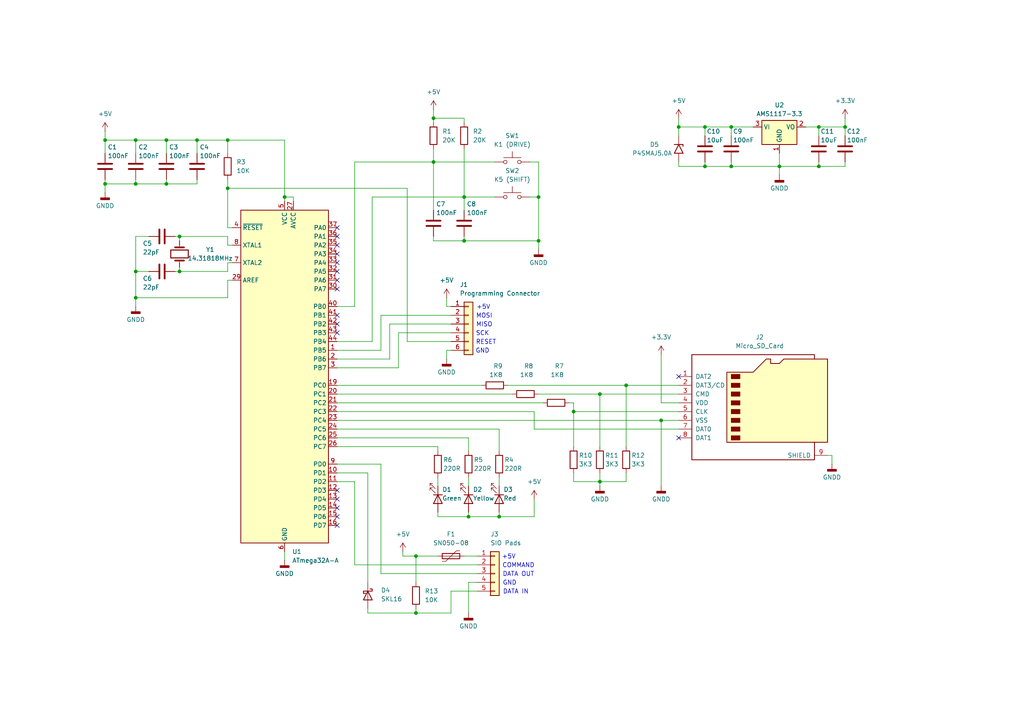
<source format=kicad_sch>
(kicad_sch
	(version 20231120)
	(generator "eeschema")
	(generator_version "8.0")
	(uuid "25d1caca-b3fe-44ee-a9c3-538e9fe93691")
	(paper "A4")
	(title_block
		(title "Atari SIO2SD Mini")
		(date "2024-10-18")
		(company "Richi")
	)
	(lib_symbols
		(symbol "Atari_SIO2SD_Mini:+3.3V"
			(power)
			(pin_numbers hide)
			(pin_names
				(offset 0) hide)
			(exclude_from_sim no)
			(in_bom yes)
			(on_board yes)
			(property "Reference" "#PWR"
				(at 0 -3.81 0)
				(effects
					(font
						(size 1.27 1.27)
					)
					(hide yes)
				)
			)
			(property "Value" "+3.3V"
				(at 0 3.556 0)
				(effects
					(font
						(size 1.27 1.27)
					)
				)
			)
			(property "Footprint" ""
				(at 0 0 0)
				(effects
					(font
						(size 1.27 1.27)
					)
					(hide yes)
				)
			)
			(property "Datasheet" ""
				(at 0 0 0)
				(effects
					(font
						(size 1.27 1.27)
					)
					(hide yes)
				)
			)
			(property "Description" "Power symbol creates a global label with name \"+3.3V\""
				(at 0 0 0)
				(effects
					(font
						(size 1.27 1.27)
					)
					(hide yes)
				)
			)
			(property "ki_keywords" "global power"
				(at 0 0 0)
				(effects
					(font
						(size 1.27 1.27)
					)
					(hide yes)
				)
			)
			(symbol "+3.3V_0_1"
				(polyline
					(pts
						(xy -0.762 1.27) (xy 0 2.54)
					)
					(stroke
						(width 0)
						(type default)
					)
					(fill
						(type none)
					)
				)
				(polyline
					(pts
						(xy 0 0) (xy 0 2.54)
					)
					(stroke
						(width 0)
						(type default)
					)
					(fill
						(type none)
					)
				)
				(polyline
					(pts
						(xy 0 2.54) (xy 0.762 1.27)
					)
					(stroke
						(width 0)
						(type default)
					)
					(fill
						(type none)
					)
				)
			)
			(symbol "+3.3V_1_1"
				(pin power_in line
					(at 0 0 90)
					(length 0)
					(name "~"
						(effects
							(font
								(size 1.27 1.27)
							)
						)
					)
					(number "1"
						(effects
							(font
								(size 1.27 1.27)
							)
						)
					)
				)
			)
		)
		(symbol "Atari_SIO2SD_Mini:+5V"
			(power)
			(pin_numbers hide)
			(pin_names
				(offset 0) hide)
			(exclude_from_sim no)
			(in_bom yes)
			(on_board yes)
			(property "Reference" "#PWR"
				(at 0 -3.81 0)
				(effects
					(font
						(size 1.27 1.27)
					)
					(hide yes)
				)
			)
			(property "Value" "+5V"
				(at 0 3.556 0)
				(effects
					(font
						(size 1.27 1.27)
					)
				)
			)
			(property "Footprint" ""
				(at 0 0 0)
				(effects
					(font
						(size 1.27 1.27)
					)
					(hide yes)
				)
			)
			(property "Datasheet" ""
				(at 0 0 0)
				(effects
					(font
						(size 1.27 1.27)
					)
					(hide yes)
				)
			)
			(property "Description" "Power symbol creates a global label with name \"+5V\""
				(at 0 0 0)
				(effects
					(font
						(size 1.27 1.27)
					)
					(hide yes)
				)
			)
			(property "ki_keywords" "global power"
				(at 0 0 0)
				(effects
					(font
						(size 1.27 1.27)
					)
					(hide yes)
				)
			)
			(symbol "+5V_0_1"
				(polyline
					(pts
						(xy -0.762 1.27) (xy 0 2.54)
					)
					(stroke
						(width 0)
						(type default)
					)
					(fill
						(type none)
					)
				)
				(polyline
					(pts
						(xy 0 0) (xy 0 2.54)
					)
					(stroke
						(width 0)
						(type default)
					)
					(fill
						(type none)
					)
				)
				(polyline
					(pts
						(xy 0 2.54) (xy 0.762 1.27)
					)
					(stroke
						(width 0)
						(type default)
					)
					(fill
						(type none)
					)
				)
			)
			(symbol "+5V_1_1"
				(pin power_in line
					(at 0 0 90)
					(length 0)
					(name "~"
						(effects
							(font
								(size 1.27 1.27)
							)
						)
					)
					(number "1"
						(effects
							(font
								(size 1.27 1.27)
							)
						)
					)
				)
			)
		)
		(symbol "Atari_SIO2SD_Mini:AMS1117-3.3"
			(exclude_from_sim no)
			(in_bom yes)
			(on_board yes)
			(property "Reference" "U"
				(at -3.81 3.175 0)
				(effects
					(font
						(size 1.27 1.27)
					)
				)
			)
			(property "Value" "AMS1117-3.3"
				(at 0 3.175 0)
				(effects
					(font
						(size 1.27 1.27)
					)
					(justify left)
				)
			)
			(property "Footprint" "Package_TO_SOT_SMD:SOT-223-3_TabPin2"
				(at 0 5.08 0)
				(effects
					(font
						(size 1.27 1.27)
					)
					(hide yes)
				)
			)
			(property "Datasheet" "http://www.advanced-monolithic.com/pdf/ds1117.pdf"
				(at 2.54 -6.35 0)
				(effects
					(font
						(size 1.27 1.27)
					)
					(hide yes)
				)
			)
			(property "Description" "1A Low Dropout regulator, positive, 3.3V fixed output, SOT-223"
				(at 0 0 0)
				(effects
					(font
						(size 1.27 1.27)
					)
					(hide yes)
				)
			)
			(property "ki_keywords" "linear regulator ldo fixed positive"
				(at 0 0 0)
				(effects
					(font
						(size 1.27 1.27)
					)
					(hide yes)
				)
			)
			(property "ki_fp_filters" "SOT?223*TabPin2*"
				(at 0 0 0)
				(effects
					(font
						(size 1.27 1.27)
					)
					(hide yes)
				)
			)
			(symbol "AMS1117-3.3_0_1"
				(rectangle
					(start -5.08 -5.08)
					(end 5.08 1.905)
					(stroke
						(width 0.254)
						(type default)
					)
					(fill
						(type background)
					)
				)
			)
			(symbol "AMS1117-3.3_1_1"
				(pin power_in line
					(at 0 -7.62 90)
					(length 2.54)
					(name "GND"
						(effects
							(font
								(size 1.27 1.27)
							)
						)
					)
					(number "1"
						(effects
							(font
								(size 1.27 1.27)
							)
						)
					)
				)
				(pin power_out line
					(at 7.62 0 180)
					(length 2.54)
					(name "VO"
						(effects
							(font
								(size 1.27 1.27)
							)
						)
					)
					(number "2"
						(effects
							(font
								(size 1.27 1.27)
							)
						)
					)
				)
				(pin power_in line
					(at -7.62 0 0)
					(length 2.54)
					(name "VI"
						(effects
							(font
								(size 1.27 1.27)
							)
						)
					)
					(number "3"
						(effects
							(font
								(size 1.27 1.27)
							)
						)
					)
				)
			)
		)
		(symbol "Atari_SIO2SD_Mini:ATmega32A-A"
			(exclude_from_sim no)
			(in_bom yes)
			(on_board yes)
			(property "Reference" "U"
				(at -12.7 49.53 0)
				(effects
					(font
						(size 1.27 1.27)
					)
					(justify left bottom)
				)
			)
			(property "Value" "ATmega32A-A"
				(at 2.54 -49.53 0)
				(effects
					(font
						(size 1.27 1.27)
					)
					(justify left top)
				)
			)
			(property "Footprint" "Package_QFP:TQFP-44_10x10mm_P0.8mm"
				(at 0 0 0)
				(effects
					(font
						(size 1.27 1.27)
						(italic yes)
					)
					(hide yes)
				)
			)
			(property "Datasheet" "http://ww1.microchip.com/downloads/en/DeviceDoc/atmel-8155-8-bit-microcontroller-avr-atmega32a_datasheet.pdf"
				(at 0 0 0)
				(effects
					(font
						(size 1.27 1.27)
					)
					(hide yes)
				)
			)
			(property "Description" "16MHz, 32kB Flash, 2kB SRAM, 1kB EEPROM, JTAG, TQFP-44"
				(at 0 0 0)
				(effects
					(font
						(size 1.27 1.27)
					)
					(hide yes)
				)
			)
			(property "ki_keywords" "AVR 8bit Microcontroller MegaAVR"
				(at 0 0 0)
				(effects
					(font
						(size 1.27 1.27)
					)
					(hide yes)
				)
			)
			(property "ki_fp_filters" "TQFP*10x10mm*P0.8mm*"
				(at 0 0 0)
				(effects
					(font
						(size 1.27 1.27)
					)
					(hide yes)
				)
			)
			(symbol "ATmega32A-A_0_1"
				(rectangle
					(start -12.7 -48.26)
					(end 12.7 48.26)
					(stroke
						(width 0.254)
						(type default)
					)
					(fill
						(type background)
					)
				)
			)
			(symbol "ATmega32A-A_1_1"
				(pin bidirectional line
					(at 15.24 7.62 180)
					(length 2.54)
					(name "PB5"
						(effects
							(font
								(size 1.27 1.27)
							)
						)
					)
					(number "1"
						(effects
							(font
								(size 1.27 1.27)
							)
						)
					)
				)
				(pin bidirectional line
					(at 15.24 -27.94 180)
					(length 2.54)
					(name "PD1"
						(effects
							(font
								(size 1.27 1.27)
							)
						)
					)
					(number "10"
						(effects
							(font
								(size 1.27 1.27)
							)
						)
					)
				)
				(pin bidirectional line
					(at 15.24 -30.48 180)
					(length 2.54)
					(name "PD2"
						(effects
							(font
								(size 1.27 1.27)
							)
						)
					)
					(number "11"
						(effects
							(font
								(size 1.27 1.27)
							)
						)
					)
				)
				(pin bidirectional line
					(at 15.24 -33.02 180)
					(length 2.54)
					(name "PD3"
						(effects
							(font
								(size 1.27 1.27)
							)
						)
					)
					(number "12"
						(effects
							(font
								(size 1.27 1.27)
							)
						)
					)
				)
				(pin bidirectional line
					(at 15.24 -35.56 180)
					(length 2.54)
					(name "PD4"
						(effects
							(font
								(size 1.27 1.27)
							)
						)
					)
					(number "13"
						(effects
							(font
								(size 1.27 1.27)
							)
						)
					)
				)
				(pin bidirectional line
					(at 15.24 -38.1 180)
					(length 2.54)
					(name "PD5"
						(effects
							(font
								(size 1.27 1.27)
							)
						)
					)
					(number "14"
						(effects
							(font
								(size 1.27 1.27)
							)
						)
					)
				)
				(pin bidirectional line
					(at 15.24 -40.64 180)
					(length 2.54)
					(name "PD6"
						(effects
							(font
								(size 1.27 1.27)
							)
						)
					)
					(number "15"
						(effects
							(font
								(size 1.27 1.27)
							)
						)
					)
				)
				(pin bidirectional line
					(at 15.24 -43.18 180)
					(length 2.54)
					(name "PD7"
						(effects
							(font
								(size 1.27 1.27)
							)
						)
					)
					(number "16"
						(effects
							(font
								(size 1.27 1.27)
							)
						)
					)
				)
				(pin passive line
					(at 0 50.8 270)
					(length 2.54) hide
					(name "VCC"
						(effects
							(font
								(size 1.27 1.27)
							)
						)
					)
					(number "17"
						(effects
							(font
								(size 1.27 1.27)
							)
						)
					)
				)
				(pin passive line
					(at 0 -50.8 90)
					(length 2.54) hide
					(name "GND"
						(effects
							(font
								(size 1.27 1.27)
							)
						)
					)
					(number "18"
						(effects
							(font
								(size 1.27 1.27)
							)
						)
					)
				)
				(pin bidirectional line
					(at 15.24 -2.54 180)
					(length 2.54)
					(name "PC0"
						(effects
							(font
								(size 1.27 1.27)
							)
						)
					)
					(number "19"
						(effects
							(font
								(size 1.27 1.27)
							)
						)
					)
				)
				(pin bidirectional line
					(at 15.24 5.08 180)
					(length 2.54)
					(name "PB6"
						(effects
							(font
								(size 1.27 1.27)
							)
						)
					)
					(number "2"
						(effects
							(font
								(size 1.27 1.27)
							)
						)
					)
				)
				(pin bidirectional line
					(at 15.24 -5.08 180)
					(length 2.54)
					(name "PC1"
						(effects
							(font
								(size 1.27 1.27)
							)
						)
					)
					(number "20"
						(effects
							(font
								(size 1.27 1.27)
							)
						)
					)
				)
				(pin bidirectional line
					(at 15.24 -7.62 180)
					(length 2.54)
					(name "PC2"
						(effects
							(font
								(size 1.27 1.27)
							)
						)
					)
					(number "21"
						(effects
							(font
								(size 1.27 1.27)
							)
						)
					)
				)
				(pin bidirectional line
					(at 15.24 -10.16 180)
					(length 2.54)
					(name "PC3"
						(effects
							(font
								(size 1.27 1.27)
							)
						)
					)
					(number "22"
						(effects
							(font
								(size 1.27 1.27)
							)
						)
					)
				)
				(pin bidirectional line
					(at 15.24 -12.7 180)
					(length 2.54)
					(name "PC4"
						(effects
							(font
								(size 1.27 1.27)
							)
						)
					)
					(number "23"
						(effects
							(font
								(size 1.27 1.27)
							)
						)
					)
				)
				(pin bidirectional line
					(at 15.24 -15.24 180)
					(length 2.54)
					(name "PC5"
						(effects
							(font
								(size 1.27 1.27)
							)
						)
					)
					(number "24"
						(effects
							(font
								(size 1.27 1.27)
							)
						)
					)
				)
				(pin bidirectional line
					(at 15.24 -17.78 180)
					(length 2.54)
					(name "PC6"
						(effects
							(font
								(size 1.27 1.27)
							)
						)
					)
					(number "25"
						(effects
							(font
								(size 1.27 1.27)
							)
						)
					)
				)
				(pin bidirectional line
					(at 15.24 -20.32 180)
					(length 2.54)
					(name "PC7"
						(effects
							(font
								(size 1.27 1.27)
							)
						)
					)
					(number "26"
						(effects
							(font
								(size 1.27 1.27)
							)
						)
					)
				)
				(pin power_in line
					(at 2.54 50.8 270)
					(length 2.54)
					(name "AVCC"
						(effects
							(font
								(size 1.27 1.27)
							)
						)
					)
					(number "27"
						(effects
							(font
								(size 1.27 1.27)
							)
						)
					)
				)
				(pin passive line
					(at 0 -50.8 90)
					(length 2.54) hide
					(name "GND"
						(effects
							(font
								(size 1.27 1.27)
							)
						)
					)
					(number "28"
						(effects
							(font
								(size 1.27 1.27)
							)
						)
					)
				)
				(pin passive line
					(at -15.24 27.94 0)
					(length 2.54)
					(name "AREF"
						(effects
							(font
								(size 1.27 1.27)
							)
						)
					)
					(number "29"
						(effects
							(font
								(size 1.27 1.27)
							)
						)
					)
				)
				(pin bidirectional line
					(at 15.24 2.54 180)
					(length 2.54)
					(name "PB7"
						(effects
							(font
								(size 1.27 1.27)
							)
						)
					)
					(number "3"
						(effects
							(font
								(size 1.27 1.27)
							)
						)
					)
				)
				(pin bidirectional line
					(at 15.24 25.4 180)
					(length 2.54)
					(name "PA7"
						(effects
							(font
								(size 1.27 1.27)
							)
						)
					)
					(number "30"
						(effects
							(font
								(size 1.27 1.27)
							)
						)
					)
				)
				(pin bidirectional line
					(at 15.24 27.94 180)
					(length 2.54)
					(name "PA6"
						(effects
							(font
								(size 1.27 1.27)
							)
						)
					)
					(number "31"
						(effects
							(font
								(size 1.27 1.27)
							)
						)
					)
				)
				(pin bidirectional line
					(at 15.24 30.48 180)
					(length 2.54)
					(name "PA5"
						(effects
							(font
								(size 1.27 1.27)
							)
						)
					)
					(number "32"
						(effects
							(font
								(size 1.27 1.27)
							)
						)
					)
				)
				(pin bidirectional line
					(at 15.24 33.02 180)
					(length 2.54)
					(name "PA4"
						(effects
							(font
								(size 1.27 1.27)
							)
						)
					)
					(number "33"
						(effects
							(font
								(size 1.27 1.27)
							)
						)
					)
				)
				(pin bidirectional line
					(at 15.24 35.56 180)
					(length 2.54)
					(name "PA3"
						(effects
							(font
								(size 1.27 1.27)
							)
						)
					)
					(number "34"
						(effects
							(font
								(size 1.27 1.27)
							)
						)
					)
				)
				(pin bidirectional line
					(at 15.24 38.1 180)
					(length 2.54)
					(name "PA2"
						(effects
							(font
								(size 1.27 1.27)
							)
						)
					)
					(number "35"
						(effects
							(font
								(size 1.27 1.27)
							)
						)
					)
				)
				(pin bidirectional line
					(at 15.24 40.64 180)
					(length 2.54)
					(name "PA1"
						(effects
							(font
								(size 1.27 1.27)
							)
						)
					)
					(number "36"
						(effects
							(font
								(size 1.27 1.27)
							)
						)
					)
				)
				(pin bidirectional line
					(at 15.24 43.18 180)
					(length 2.54)
					(name "PA0"
						(effects
							(font
								(size 1.27 1.27)
							)
						)
					)
					(number "37"
						(effects
							(font
								(size 1.27 1.27)
							)
						)
					)
				)
				(pin passive line
					(at 0 50.8 270)
					(length 2.54) hide
					(name "VCC"
						(effects
							(font
								(size 1.27 1.27)
							)
						)
					)
					(number "38"
						(effects
							(font
								(size 1.27 1.27)
							)
						)
					)
				)
				(pin passive line
					(at 0 -50.8 90)
					(length 2.54) hide
					(name "GND"
						(effects
							(font
								(size 1.27 1.27)
							)
						)
					)
					(number "39"
						(effects
							(font
								(size 1.27 1.27)
							)
						)
					)
				)
				(pin input line
					(at -15.24 43.18 0)
					(length 2.54)
					(name "~{RESET}"
						(effects
							(font
								(size 1.27 1.27)
							)
						)
					)
					(number "4"
						(effects
							(font
								(size 1.27 1.27)
							)
						)
					)
				)
				(pin bidirectional line
					(at 15.24 20.32 180)
					(length 2.54)
					(name "PB0"
						(effects
							(font
								(size 1.27 1.27)
							)
						)
					)
					(number "40"
						(effects
							(font
								(size 1.27 1.27)
							)
						)
					)
				)
				(pin bidirectional line
					(at 15.24 17.78 180)
					(length 2.54)
					(name "PB1"
						(effects
							(font
								(size 1.27 1.27)
							)
						)
					)
					(number "41"
						(effects
							(font
								(size 1.27 1.27)
							)
						)
					)
				)
				(pin bidirectional line
					(at 15.24 15.24 180)
					(length 2.54)
					(name "PB2"
						(effects
							(font
								(size 1.27 1.27)
							)
						)
					)
					(number "42"
						(effects
							(font
								(size 1.27 1.27)
							)
						)
					)
				)
				(pin bidirectional line
					(at 15.24 12.7 180)
					(length 2.54)
					(name "PB3"
						(effects
							(font
								(size 1.27 1.27)
							)
						)
					)
					(number "43"
						(effects
							(font
								(size 1.27 1.27)
							)
						)
					)
				)
				(pin bidirectional line
					(at 15.24 10.16 180)
					(length 2.54)
					(name "PB4"
						(effects
							(font
								(size 1.27 1.27)
							)
						)
					)
					(number "44"
						(effects
							(font
								(size 1.27 1.27)
							)
						)
					)
				)
				(pin power_in line
					(at 0 50.8 270)
					(length 2.54)
					(name "VCC"
						(effects
							(font
								(size 1.27 1.27)
							)
						)
					)
					(number "5"
						(effects
							(font
								(size 1.27 1.27)
							)
						)
					)
				)
				(pin power_in line
					(at 0 -50.8 90)
					(length 2.54)
					(name "GND"
						(effects
							(font
								(size 1.27 1.27)
							)
						)
					)
					(number "6"
						(effects
							(font
								(size 1.27 1.27)
							)
						)
					)
				)
				(pin output line
					(at -15.24 33.02 0)
					(length 2.54)
					(name "XTAL2"
						(effects
							(font
								(size 1.27 1.27)
							)
						)
					)
					(number "7"
						(effects
							(font
								(size 1.27 1.27)
							)
						)
					)
				)
				(pin input line
					(at -15.24 38.1 0)
					(length 2.54)
					(name "XTAL1"
						(effects
							(font
								(size 1.27 1.27)
							)
						)
					)
					(number "8"
						(effects
							(font
								(size 1.27 1.27)
							)
						)
					)
				)
				(pin bidirectional line
					(at 15.24 -25.4 180)
					(length 2.54)
					(name "PD0"
						(effects
							(font
								(size 1.27 1.27)
							)
						)
					)
					(number "9"
						(effects
							(font
								(size 1.27 1.27)
							)
						)
					)
				)
			)
		)
		(symbol "Atari_SIO2SD_Mini:C"
			(pin_numbers hide)
			(pin_names
				(offset 0.254)
			)
			(exclude_from_sim no)
			(in_bom yes)
			(on_board yes)
			(property "Reference" "C"
				(at 0.635 2.54 0)
				(effects
					(font
						(size 1.27 1.27)
					)
					(justify left)
				)
			)
			(property "Value" "C"
				(at 0.635 -2.54 0)
				(effects
					(font
						(size 1.27 1.27)
					)
					(justify left)
				)
			)
			(property "Footprint" ""
				(at 0.9652 -3.81 0)
				(effects
					(font
						(size 1.27 1.27)
					)
					(hide yes)
				)
			)
			(property "Datasheet" "~"
				(at 0 0 0)
				(effects
					(font
						(size 1.27 1.27)
					)
					(hide yes)
				)
			)
			(property "Description" "Unpolarized capacitor"
				(at 0 0 0)
				(effects
					(font
						(size 1.27 1.27)
					)
					(hide yes)
				)
			)
			(property "ki_keywords" "cap capacitor"
				(at 0 0 0)
				(effects
					(font
						(size 1.27 1.27)
					)
					(hide yes)
				)
			)
			(property "ki_fp_filters" "C_*"
				(at 0 0 0)
				(effects
					(font
						(size 1.27 1.27)
					)
					(hide yes)
				)
			)
			(symbol "C_0_1"
				(polyline
					(pts
						(xy -2.032 -0.762) (xy 2.032 -0.762)
					)
					(stroke
						(width 0.508)
						(type default)
					)
					(fill
						(type none)
					)
				)
				(polyline
					(pts
						(xy -2.032 0.762) (xy 2.032 0.762)
					)
					(stroke
						(width 0.508)
						(type default)
					)
					(fill
						(type none)
					)
				)
			)
			(symbol "C_1_1"
				(pin passive line
					(at 0 3.81 270)
					(length 2.794)
					(name "~"
						(effects
							(font
								(size 1.27 1.27)
							)
						)
					)
					(number "1"
						(effects
							(font
								(size 1.27 1.27)
							)
						)
					)
				)
				(pin passive line
					(at 0 -3.81 90)
					(length 2.794)
					(name "~"
						(effects
							(font
								(size 1.27 1.27)
							)
						)
					)
					(number "2"
						(effects
							(font
								(size 1.27 1.27)
							)
						)
					)
				)
			)
		)
		(symbol "Atari_SIO2SD_Mini:Conn_01x05"
			(pin_names
				(offset 1.016) hide)
			(exclude_from_sim no)
			(in_bom yes)
			(on_board yes)
			(property "Reference" "J"
				(at 0 7.62 0)
				(effects
					(font
						(size 1.27 1.27)
					)
				)
			)
			(property "Value" "Conn_01x05"
				(at 0 -7.62 0)
				(effects
					(font
						(size 1.27 1.27)
					)
				)
			)
			(property "Footprint" ""
				(at 0 0 0)
				(effects
					(font
						(size 1.27 1.27)
					)
					(hide yes)
				)
			)
			(property "Datasheet" "~"
				(at 0 0 0)
				(effects
					(font
						(size 1.27 1.27)
					)
					(hide yes)
				)
			)
			(property "Description" "Generic connector, single row, 01x05, script generated (kicad-library-utils/schlib/autogen/connector/)"
				(at 0 0 0)
				(effects
					(font
						(size 1.27 1.27)
					)
					(hide yes)
				)
			)
			(property "ki_keywords" "connector"
				(at 0 0 0)
				(effects
					(font
						(size 1.27 1.27)
					)
					(hide yes)
				)
			)
			(property "ki_fp_filters" "Connector*:*_1x??_*"
				(at 0 0 0)
				(effects
					(font
						(size 1.27 1.27)
					)
					(hide yes)
				)
			)
			(symbol "Conn_01x05_1_1"
				(rectangle
					(start -1.27 -4.953)
					(end 0 -5.207)
					(stroke
						(width 0.1524)
						(type default)
					)
					(fill
						(type none)
					)
				)
				(rectangle
					(start -1.27 -2.413)
					(end 0 -2.667)
					(stroke
						(width 0.1524)
						(type default)
					)
					(fill
						(type none)
					)
				)
				(rectangle
					(start -1.27 0.127)
					(end 0 -0.127)
					(stroke
						(width 0.1524)
						(type default)
					)
					(fill
						(type none)
					)
				)
				(rectangle
					(start -1.27 2.667)
					(end 0 2.413)
					(stroke
						(width 0.1524)
						(type default)
					)
					(fill
						(type none)
					)
				)
				(rectangle
					(start -1.27 5.207)
					(end 0 4.953)
					(stroke
						(width 0.1524)
						(type default)
					)
					(fill
						(type none)
					)
				)
				(rectangle
					(start -1.27 6.35)
					(end 1.27 -6.35)
					(stroke
						(width 0.254)
						(type default)
					)
					(fill
						(type background)
					)
				)
				(pin passive line
					(at -5.08 5.08 0)
					(length 3.81)
					(name "Pin_1"
						(effects
							(font
								(size 1.27 1.27)
							)
						)
					)
					(number "1"
						(effects
							(font
								(size 1.27 1.27)
							)
						)
					)
				)
				(pin passive line
					(at -5.08 2.54 0)
					(length 3.81)
					(name "Pin_2"
						(effects
							(font
								(size 1.27 1.27)
							)
						)
					)
					(number "2"
						(effects
							(font
								(size 1.27 1.27)
							)
						)
					)
				)
				(pin passive line
					(at -5.08 0 0)
					(length 3.81)
					(name "Pin_3"
						(effects
							(font
								(size 1.27 1.27)
							)
						)
					)
					(number "3"
						(effects
							(font
								(size 1.27 1.27)
							)
						)
					)
				)
				(pin passive line
					(at -5.08 -2.54 0)
					(length 3.81)
					(name "Pin_4"
						(effects
							(font
								(size 1.27 1.27)
							)
						)
					)
					(number "4"
						(effects
							(font
								(size 1.27 1.27)
							)
						)
					)
				)
				(pin passive line
					(at -5.08 -5.08 0)
					(length 3.81)
					(name "Pin_5"
						(effects
							(font
								(size 1.27 1.27)
							)
						)
					)
					(number "5"
						(effects
							(font
								(size 1.27 1.27)
							)
						)
					)
				)
			)
		)
		(symbol "Atari_SIO2SD_Mini:Conn_01x06"
			(pin_names
				(offset 1.016) hide)
			(exclude_from_sim no)
			(in_bom yes)
			(on_board yes)
			(property "Reference" "J"
				(at 0 7.62 0)
				(effects
					(font
						(size 1.27 1.27)
					)
				)
			)
			(property "Value" "Conn_01x06"
				(at 0 -10.16 0)
				(effects
					(font
						(size 1.27 1.27)
					)
				)
			)
			(property "Footprint" ""
				(at 0 0 0)
				(effects
					(font
						(size 1.27 1.27)
					)
					(hide yes)
				)
			)
			(property "Datasheet" "~"
				(at 0 0 0)
				(effects
					(font
						(size 1.27 1.27)
					)
					(hide yes)
				)
			)
			(property "Description" "Generic connector, single row, 01x06, script generated (kicad-library-utils/schlib/autogen/connector/)"
				(at 0 0 0)
				(effects
					(font
						(size 1.27 1.27)
					)
					(hide yes)
				)
			)
			(property "ki_keywords" "connector"
				(at 0 0 0)
				(effects
					(font
						(size 1.27 1.27)
					)
					(hide yes)
				)
			)
			(property "ki_fp_filters" "Connector*:*_1x??_*"
				(at 0 0 0)
				(effects
					(font
						(size 1.27 1.27)
					)
					(hide yes)
				)
			)
			(symbol "Conn_01x06_1_1"
				(rectangle
					(start -1.27 -7.493)
					(end 0 -7.747)
					(stroke
						(width 0.1524)
						(type default)
					)
					(fill
						(type none)
					)
				)
				(rectangle
					(start -1.27 -4.953)
					(end 0 -5.207)
					(stroke
						(width 0.1524)
						(type default)
					)
					(fill
						(type none)
					)
				)
				(rectangle
					(start -1.27 -2.413)
					(end 0 -2.667)
					(stroke
						(width 0.1524)
						(type default)
					)
					(fill
						(type none)
					)
				)
				(rectangle
					(start -1.27 0.127)
					(end 0 -0.127)
					(stroke
						(width 0.1524)
						(type default)
					)
					(fill
						(type none)
					)
				)
				(rectangle
					(start -1.27 2.667)
					(end 0 2.413)
					(stroke
						(width 0.1524)
						(type default)
					)
					(fill
						(type none)
					)
				)
				(rectangle
					(start -1.27 5.207)
					(end 0 4.953)
					(stroke
						(width 0.1524)
						(type default)
					)
					(fill
						(type none)
					)
				)
				(rectangle
					(start -1.27 6.35)
					(end 1.27 -8.89)
					(stroke
						(width 0.254)
						(type default)
					)
					(fill
						(type background)
					)
				)
				(pin passive line
					(at -5.08 5.08 0)
					(length 3.81)
					(name "Pin_1"
						(effects
							(font
								(size 1.27 1.27)
							)
						)
					)
					(number "1"
						(effects
							(font
								(size 1.27 1.27)
							)
						)
					)
				)
				(pin passive line
					(at -5.08 2.54 0)
					(length 3.81)
					(name "Pin_2"
						(effects
							(font
								(size 1.27 1.27)
							)
						)
					)
					(number "2"
						(effects
							(font
								(size 1.27 1.27)
							)
						)
					)
				)
				(pin passive line
					(at -5.08 0 0)
					(length 3.81)
					(name "Pin_3"
						(effects
							(font
								(size 1.27 1.27)
							)
						)
					)
					(number "3"
						(effects
							(font
								(size 1.27 1.27)
							)
						)
					)
				)
				(pin passive line
					(at -5.08 -2.54 0)
					(length 3.81)
					(name "Pin_4"
						(effects
							(font
								(size 1.27 1.27)
							)
						)
					)
					(number "4"
						(effects
							(font
								(size 1.27 1.27)
							)
						)
					)
				)
				(pin passive line
					(at -5.08 -5.08 0)
					(length 3.81)
					(name "Pin_5"
						(effects
							(font
								(size 1.27 1.27)
							)
						)
					)
					(number "5"
						(effects
							(font
								(size 1.27 1.27)
							)
						)
					)
				)
				(pin passive line
					(at -5.08 -7.62 0)
					(length 3.81)
					(name "Pin_6"
						(effects
							(font
								(size 1.27 1.27)
							)
						)
					)
					(number "6"
						(effects
							(font
								(size 1.27 1.27)
							)
						)
					)
				)
			)
		)
		(symbol "Atari_SIO2SD_Mini:Crystal"
			(pin_numbers hide)
			(pin_names
				(offset 1.016) hide)
			(exclude_from_sim no)
			(in_bom yes)
			(on_board yes)
			(property "Reference" "Y"
				(at 0 3.81 0)
				(effects
					(font
						(size 1.27 1.27)
					)
				)
			)
			(property "Value" "Crystal"
				(at 0 -3.81 0)
				(effects
					(font
						(size 1.27 1.27)
					)
				)
			)
			(property "Footprint" ""
				(at 0 0 0)
				(effects
					(font
						(size 1.27 1.27)
					)
					(hide yes)
				)
			)
			(property "Datasheet" "~"
				(at 0 0 0)
				(effects
					(font
						(size 1.27 1.27)
					)
					(hide yes)
				)
			)
			(property "Description" "Two pin crystal"
				(at 0 0 0)
				(effects
					(font
						(size 1.27 1.27)
					)
					(hide yes)
				)
			)
			(property "ki_keywords" "quartz ceramic resonator oscillator"
				(at 0 0 0)
				(effects
					(font
						(size 1.27 1.27)
					)
					(hide yes)
				)
			)
			(property "ki_fp_filters" "Crystal*"
				(at 0 0 0)
				(effects
					(font
						(size 1.27 1.27)
					)
					(hide yes)
				)
			)
			(symbol "Crystal_0_1"
				(rectangle
					(start -1.143 2.54)
					(end 1.143 -2.54)
					(stroke
						(width 0.3048)
						(type default)
					)
					(fill
						(type none)
					)
				)
				(polyline
					(pts
						(xy -2.54 0) (xy -1.905 0)
					)
					(stroke
						(width 0)
						(type default)
					)
					(fill
						(type none)
					)
				)
				(polyline
					(pts
						(xy -1.905 -1.27) (xy -1.905 1.27)
					)
					(stroke
						(width 0.508)
						(type default)
					)
					(fill
						(type none)
					)
				)
				(polyline
					(pts
						(xy 1.905 -1.27) (xy 1.905 1.27)
					)
					(stroke
						(width 0.508)
						(type default)
					)
					(fill
						(type none)
					)
				)
				(polyline
					(pts
						(xy 2.54 0) (xy 1.905 0)
					)
					(stroke
						(width 0)
						(type default)
					)
					(fill
						(type none)
					)
				)
			)
			(symbol "Crystal_1_1"
				(pin passive line
					(at -3.81 0 0)
					(length 1.27)
					(name "1"
						(effects
							(font
								(size 1.27 1.27)
							)
						)
					)
					(number "1"
						(effects
							(font
								(size 1.27 1.27)
							)
						)
					)
				)
				(pin passive line
					(at 3.81 0 180)
					(length 1.27)
					(name "2"
						(effects
							(font
								(size 1.27 1.27)
							)
						)
					)
					(number "2"
						(effects
							(font
								(size 1.27 1.27)
							)
						)
					)
				)
			)
		)
		(symbol "Atari_SIO2SD_Mini:D_Schottky"
			(pin_numbers hide)
			(pin_names
				(offset 1.016) hide)
			(exclude_from_sim no)
			(in_bom yes)
			(on_board yes)
			(property "Reference" "D"
				(at 0 2.54 0)
				(effects
					(font
						(size 1.27 1.27)
					)
				)
			)
			(property "Value" "D_Schottky"
				(at 0 -2.54 0)
				(effects
					(font
						(size 1.27 1.27)
					)
				)
			)
			(property "Footprint" ""
				(at 0 0 0)
				(effects
					(font
						(size 1.27 1.27)
					)
					(hide yes)
				)
			)
			(property "Datasheet" "~"
				(at 0 0 0)
				(effects
					(font
						(size 1.27 1.27)
					)
					(hide yes)
				)
			)
			(property "Description" "Schottky diode"
				(at 0 0 0)
				(effects
					(font
						(size 1.27 1.27)
					)
					(hide yes)
				)
			)
			(property "ki_keywords" "diode Schottky"
				(at 0 0 0)
				(effects
					(font
						(size 1.27 1.27)
					)
					(hide yes)
				)
			)
			(property "ki_fp_filters" "TO-???* *_Diode_* *SingleDiode* D_*"
				(at 0 0 0)
				(effects
					(font
						(size 1.27 1.27)
					)
					(hide yes)
				)
			)
			(symbol "D_Schottky_0_1"
				(polyline
					(pts
						(xy 1.27 0) (xy -1.27 0)
					)
					(stroke
						(width 0)
						(type default)
					)
					(fill
						(type none)
					)
				)
				(polyline
					(pts
						(xy 1.27 1.27) (xy 1.27 -1.27) (xy -1.27 0) (xy 1.27 1.27)
					)
					(stroke
						(width 0.254)
						(type default)
					)
					(fill
						(type none)
					)
				)
				(polyline
					(pts
						(xy -1.905 0.635) (xy -1.905 1.27) (xy -1.27 1.27) (xy -1.27 -1.27) (xy -0.635 -1.27) (xy -0.635 -0.635)
					)
					(stroke
						(width 0.254)
						(type default)
					)
					(fill
						(type none)
					)
				)
			)
			(symbol "D_Schottky_1_1"
				(pin passive line
					(at -3.81 0 0)
					(length 2.54)
					(name "K"
						(effects
							(font
								(size 1.27 1.27)
							)
						)
					)
					(number "1"
						(effects
							(font
								(size 1.27 1.27)
							)
						)
					)
				)
				(pin passive line
					(at 3.81 0 180)
					(length 2.54)
					(name "A"
						(effects
							(font
								(size 1.27 1.27)
							)
						)
					)
					(number "2"
						(effects
							(font
								(size 1.27 1.27)
							)
						)
					)
				)
			)
		)
		(symbol "Atari_SIO2SD_Mini:GNDD"
			(power)
			(pin_numbers hide)
			(pin_names
				(offset 0) hide)
			(exclude_from_sim no)
			(in_bom yes)
			(on_board yes)
			(property "Reference" "#PWR"
				(at 0 -6.35 0)
				(effects
					(font
						(size 1.27 1.27)
					)
					(hide yes)
				)
			)
			(property "Value" "GNDD"
				(at 0 -3.175 0)
				(effects
					(font
						(size 1.27 1.27)
					)
				)
			)
			(property "Footprint" ""
				(at 0 0 0)
				(effects
					(font
						(size 1.27 1.27)
					)
					(hide yes)
				)
			)
			(property "Datasheet" ""
				(at 0 0 0)
				(effects
					(font
						(size 1.27 1.27)
					)
					(hide yes)
				)
			)
			(property "Description" "Power symbol creates a global label with name \"GNDD\" , digital ground"
				(at 0 0 0)
				(effects
					(font
						(size 1.27 1.27)
					)
					(hide yes)
				)
			)
			(property "ki_keywords" "global power"
				(at 0 0 0)
				(effects
					(font
						(size 1.27 1.27)
					)
					(hide yes)
				)
			)
			(symbol "GNDD_0_1"
				(rectangle
					(start -1.27 -1.524)
					(end 1.27 -2.032)
					(stroke
						(width 0.254)
						(type default)
					)
					(fill
						(type outline)
					)
				)
				(polyline
					(pts
						(xy 0 0) (xy 0 -1.524)
					)
					(stroke
						(width 0)
						(type default)
					)
					(fill
						(type none)
					)
				)
			)
			(symbol "GNDD_1_1"
				(pin power_in line
					(at 0 0 270)
					(length 0)
					(name "~"
						(effects
							(font
								(size 1.27 1.27)
							)
						)
					)
					(number "1"
						(effects
							(font
								(size 1.27 1.27)
							)
						)
					)
				)
			)
		)
		(symbol "Atari_SIO2SD_Mini:LED"
			(pin_numbers hide)
			(pin_names
				(offset 1.016) hide)
			(exclude_from_sim no)
			(in_bom yes)
			(on_board yes)
			(property "Reference" "D"
				(at 0 2.54 0)
				(effects
					(font
						(size 1.27 1.27)
					)
				)
			)
			(property "Value" "LED"
				(at 0 -2.54 0)
				(effects
					(font
						(size 1.27 1.27)
					)
				)
			)
			(property "Footprint" ""
				(at 0 0 0)
				(effects
					(font
						(size 1.27 1.27)
					)
					(hide yes)
				)
			)
			(property "Datasheet" "~"
				(at 0 0 0)
				(effects
					(font
						(size 1.27 1.27)
					)
					(hide yes)
				)
			)
			(property "Description" "Light emitting diode"
				(at 0 0 0)
				(effects
					(font
						(size 1.27 1.27)
					)
					(hide yes)
				)
			)
			(property "ki_keywords" "LED diode"
				(at 0 0 0)
				(effects
					(font
						(size 1.27 1.27)
					)
					(hide yes)
				)
			)
			(property "ki_fp_filters" "LED* LED_SMD:* LED_THT:*"
				(at 0 0 0)
				(effects
					(font
						(size 1.27 1.27)
					)
					(hide yes)
				)
			)
			(symbol "LED_0_1"
				(polyline
					(pts
						(xy -1.27 -1.27) (xy -1.27 1.27)
					)
					(stroke
						(width 0.254)
						(type default)
					)
					(fill
						(type none)
					)
				)
				(polyline
					(pts
						(xy -1.27 0) (xy 1.27 0)
					)
					(stroke
						(width 0)
						(type default)
					)
					(fill
						(type none)
					)
				)
				(polyline
					(pts
						(xy 1.27 -1.27) (xy 1.27 1.27) (xy -1.27 0) (xy 1.27 -1.27)
					)
					(stroke
						(width 0.254)
						(type default)
					)
					(fill
						(type none)
					)
				)
				(polyline
					(pts
						(xy -3.048 -0.762) (xy -4.572 -2.286) (xy -3.81 -2.286) (xy -4.572 -2.286) (xy -4.572 -1.524)
					)
					(stroke
						(width 0)
						(type default)
					)
					(fill
						(type none)
					)
				)
				(polyline
					(pts
						(xy -1.778 -0.762) (xy -3.302 -2.286) (xy -2.54 -2.286) (xy -3.302 -2.286) (xy -3.302 -1.524)
					)
					(stroke
						(width 0)
						(type default)
					)
					(fill
						(type none)
					)
				)
			)
			(symbol "LED_1_1"
				(pin passive line
					(at -3.81 0 0)
					(length 2.54)
					(name "K"
						(effects
							(font
								(size 1.27 1.27)
							)
						)
					)
					(number "1"
						(effects
							(font
								(size 1.27 1.27)
							)
						)
					)
				)
				(pin passive line
					(at 3.81 0 180)
					(length 2.54)
					(name "A"
						(effects
							(font
								(size 1.27 1.27)
							)
						)
					)
					(number "2"
						(effects
							(font
								(size 1.27 1.27)
							)
						)
					)
				)
			)
		)
		(symbol "Atari_SIO2SD_Mini:Micro_SD_Card"
			(pin_names
				(offset 1.016)
			)
			(exclude_from_sim no)
			(in_bom yes)
			(on_board yes)
			(property "Reference" "J"
				(at -16.51 15.24 0)
				(effects
					(font
						(size 1.27 1.27)
					)
				)
			)
			(property "Value" "Micro_SD_Card"
				(at 16.51 15.24 0)
				(effects
					(font
						(size 1.27 1.27)
					)
					(justify right)
				)
			)
			(property "Footprint" ""
				(at 29.21 7.62 0)
				(effects
					(font
						(size 1.27 1.27)
					)
					(hide yes)
				)
			)
			(property "Datasheet" "http://katalog.we-online.de/em/datasheet/693072010801.pdf"
				(at 0 0 0)
				(effects
					(font
						(size 1.27 1.27)
					)
					(hide yes)
				)
			)
			(property "Description" "Micro SD Card Socket"
				(at 0 0 0)
				(effects
					(font
						(size 1.27 1.27)
					)
					(hide yes)
				)
			)
			(property "ki_keywords" "connector SD microsd"
				(at 0 0 0)
				(effects
					(font
						(size 1.27 1.27)
					)
					(hide yes)
				)
			)
			(property "ki_fp_filters" "microSD*"
				(at 0 0 0)
				(effects
					(font
						(size 1.27 1.27)
					)
					(hide yes)
				)
			)
			(symbol "Micro_SD_Card_0_1"
				(rectangle
					(start -7.62 -9.525)
					(end -5.08 -10.795)
					(stroke
						(width 0)
						(type default)
					)
					(fill
						(type outline)
					)
				)
				(rectangle
					(start -7.62 -6.985)
					(end -5.08 -8.255)
					(stroke
						(width 0)
						(type default)
					)
					(fill
						(type outline)
					)
				)
				(rectangle
					(start -7.62 -4.445)
					(end -5.08 -5.715)
					(stroke
						(width 0)
						(type default)
					)
					(fill
						(type outline)
					)
				)
				(rectangle
					(start -7.62 -1.905)
					(end -5.08 -3.175)
					(stroke
						(width 0)
						(type default)
					)
					(fill
						(type outline)
					)
				)
				(rectangle
					(start -7.62 0.635)
					(end -5.08 -0.635)
					(stroke
						(width 0)
						(type default)
					)
					(fill
						(type outline)
					)
				)
				(rectangle
					(start -7.62 3.175)
					(end -5.08 1.905)
					(stroke
						(width 0)
						(type default)
					)
					(fill
						(type outline)
					)
				)
				(rectangle
					(start -7.62 5.715)
					(end -5.08 4.445)
					(stroke
						(width 0)
						(type default)
					)
					(fill
						(type outline)
					)
				)
				(rectangle
					(start -7.62 8.255)
					(end -5.08 6.985)
					(stroke
						(width 0)
						(type default)
					)
					(fill
						(type outline)
					)
				)
				(polyline
					(pts
						(xy 16.51 12.7) (xy 16.51 13.97) (xy -19.05 13.97) (xy -19.05 -16.51) (xy 16.51 -16.51) (xy 16.51 -11.43)
					)
					(stroke
						(width 0.254)
						(type default)
					)
					(fill
						(type none)
					)
				)
				(polyline
					(pts
						(xy -8.89 -11.43) (xy -8.89 8.89) (xy -1.27 8.89) (xy 2.54 12.7) (xy 3.81 12.7) (xy 3.81 11.43)
						(xy 6.35 11.43) (xy 7.62 12.7) (xy 20.32 12.7) (xy 20.32 -11.43) (xy -8.89 -11.43)
					)
					(stroke
						(width 0.254)
						(type default)
					)
					(fill
						(type background)
					)
				)
			)
			(symbol "Micro_SD_Card_1_1"
				(pin bidirectional line
					(at -22.86 7.62 0)
					(length 3.81)
					(name "DAT2"
						(effects
							(font
								(size 1.27 1.27)
							)
						)
					)
					(number "1"
						(effects
							(font
								(size 1.27 1.27)
							)
						)
					)
				)
				(pin bidirectional line
					(at -22.86 5.08 0)
					(length 3.81)
					(name "DAT3/CD"
						(effects
							(font
								(size 1.27 1.27)
							)
						)
					)
					(number "2"
						(effects
							(font
								(size 1.27 1.27)
							)
						)
					)
				)
				(pin input line
					(at -22.86 2.54 0)
					(length 3.81)
					(name "CMD"
						(effects
							(font
								(size 1.27 1.27)
							)
						)
					)
					(number "3"
						(effects
							(font
								(size 1.27 1.27)
							)
						)
					)
				)
				(pin power_in line
					(at -22.86 0 0)
					(length 3.81)
					(name "VDD"
						(effects
							(font
								(size 1.27 1.27)
							)
						)
					)
					(number "4"
						(effects
							(font
								(size 1.27 1.27)
							)
						)
					)
				)
				(pin input line
					(at -22.86 -2.54 0)
					(length 3.81)
					(name "CLK"
						(effects
							(font
								(size 1.27 1.27)
							)
						)
					)
					(number "5"
						(effects
							(font
								(size 1.27 1.27)
							)
						)
					)
				)
				(pin power_in line
					(at -22.86 -5.08 0)
					(length 3.81)
					(name "VSS"
						(effects
							(font
								(size 1.27 1.27)
							)
						)
					)
					(number "6"
						(effects
							(font
								(size 1.27 1.27)
							)
						)
					)
				)
				(pin bidirectional line
					(at -22.86 -7.62 0)
					(length 3.81)
					(name "DAT0"
						(effects
							(font
								(size 1.27 1.27)
							)
						)
					)
					(number "7"
						(effects
							(font
								(size 1.27 1.27)
							)
						)
					)
				)
				(pin bidirectional line
					(at -22.86 -10.16 0)
					(length 3.81)
					(name "DAT1"
						(effects
							(font
								(size 1.27 1.27)
							)
						)
					)
					(number "8"
						(effects
							(font
								(size 1.27 1.27)
							)
						)
					)
				)
				(pin passive line
					(at 20.32 -15.24 180)
					(length 3.81)
					(name "SHIELD"
						(effects
							(font
								(size 1.27 1.27)
							)
						)
					)
					(number "9"
						(effects
							(font
								(size 1.27 1.27)
							)
						)
					)
				)
			)
		)
		(symbol "Atari_SIO2SD_Mini:Polyfuse"
			(pin_numbers hide)
			(pin_names
				(offset 0)
			)
			(exclude_from_sim no)
			(in_bom yes)
			(on_board yes)
			(property "Reference" "F"
				(at -2.54 0 90)
				(effects
					(font
						(size 1.27 1.27)
					)
				)
			)
			(property "Value" "Polyfuse"
				(at 2.54 0 90)
				(effects
					(font
						(size 1.27 1.27)
					)
				)
			)
			(property "Footprint" ""
				(at 1.27 -5.08 0)
				(effects
					(font
						(size 1.27 1.27)
					)
					(justify left)
					(hide yes)
				)
			)
			(property "Datasheet" "~"
				(at 0 0 0)
				(effects
					(font
						(size 1.27 1.27)
					)
					(hide yes)
				)
			)
			(property "Description" "Resettable fuse, polymeric positive temperature coefficient"
				(at 0 0 0)
				(effects
					(font
						(size 1.27 1.27)
					)
					(hide yes)
				)
			)
			(property "ki_keywords" "resettable fuse PTC PPTC polyfuse polyswitch"
				(at 0 0 0)
				(effects
					(font
						(size 1.27 1.27)
					)
					(hide yes)
				)
			)
			(property "ki_fp_filters" "*polyfuse* *PTC*"
				(at 0 0 0)
				(effects
					(font
						(size 1.27 1.27)
					)
					(hide yes)
				)
			)
			(symbol "Polyfuse_0_1"
				(rectangle
					(start -0.762 2.54)
					(end 0.762 -2.54)
					(stroke
						(width 0.254)
						(type default)
					)
					(fill
						(type none)
					)
				)
				(polyline
					(pts
						(xy 0 2.54) (xy 0 -2.54)
					)
					(stroke
						(width 0)
						(type default)
					)
					(fill
						(type none)
					)
				)
				(polyline
					(pts
						(xy -1.524 2.54) (xy -1.524 1.524) (xy 1.524 -1.524) (xy 1.524 -2.54)
					)
					(stroke
						(width 0)
						(type default)
					)
					(fill
						(type none)
					)
				)
			)
			(symbol "Polyfuse_1_1"
				(pin passive line
					(at 0 3.81 270)
					(length 1.27)
					(name "~"
						(effects
							(font
								(size 1.27 1.27)
							)
						)
					)
					(number "1"
						(effects
							(font
								(size 1.27 1.27)
							)
						)
					)
				)
				(pin passive line
					(at 0 -3.81 90)
					(length 1.27)
					(name "~"
						(effects
							(font
								(size 1.27 1.27)
							)
						)
					)
					(number "2"
						(effects
							(font
								(size 1.27 1.27)
							)
						)
					)
				)
			)
		)
		(symbol "Atari_SIO2SD_Mini:R"
			(pin_numbers hide)
			(pin_names
				(offset 0)
			)
			(exclude_from_sim no)
			(in_bom yes)
			(on_board yes)
			(property "Reference" "R"
				(at 2.032 0 90)
				(effects
					(font
						(size 1.27 1.27)
					)
				)
			)
			(property "Value" "R"
				(at 0 0 90)
				(effects
					(font
						(size 1.27 1.27)
					)
				)
			)
			(property "Footprint" ""
				(at -1.778 0 90)
				(effects
					(font
						(size 1.27 1.27)
					)
					(hide yes)
				)
			)
			(property "Datasheet" "~"
				(at 0 0 0)
				(effects
					(font
						(size 1.27 1.27)
					)
					(hide yes)
				)
			)
			(property "Description" "Resistor"
				(at 0 0 0)
				(effects
					(font
						(size 1.27 1.27)
					)
					(hide yes)
				)
			)
			(property "ki_keywords" "R res resistor"
				(at 0 0 0)
				(effects
					(font
						(size 1.27 1.27)
					)
					(hide yes)
				)
			)
			(property "ki_fp_filters" "R_*"
				(at 0 0 0)
				(effects
					(font
						(size 1.27 1.27)
					)
					(hide yes)
				)
			)
			(symbol "R_0_1"
				(rectangle
					(start -1.016 -2.54)
					(end 1.016 2.54)
					(stroke
						(width 0.254)
						(type default)
					)
					(fill
						(type none)
					)
				)
			)
			(symbol "R_1_1"
				(pin passive line
					(at 0 3.81 270)
					(length 1.27)
					(name "~"
						(effects
							(font
								(size 1.27 1.27)
							)
						)
					)
					(number "1"
						(effects
							(font
								(size 1.27 1.27)
							)
						)
					)
				)
				(pin passive line
					(at 0 -3.81 90)
					(length 1.27)
					(name "~"
						(effects
							(font
								(size 1.27 1.27)
							)
						)
					)
					(number "2"
						(effects
							(font
								(size 1.27 1.27)
							)
						)
					)
				)
			)
		)
		(symbol "Atari_SIO2SD_Mini:SMAJ5.0A"
			(pin_numbers hide)
			(pin_names
				(offset 1.016) hide)
			(exclude_from_sim no)
			(in_bom yes)
			(on_board yes)
			(property "Reference" "D"
				(at 0 2.54 0)
				(effects
					(font
						(size 1.27 1.27)
					)
				)
			)
			(property "Value" "SMAJ5.0A"
				(at 0 -2.54 0)
				(effects
					(font
						(size 1.27 1.27)
					)
				)
			)
			(property "Footprint" "Diode_SMD:D_SMA"
				(at 0 -5.08 0)
				(effects
					(font
						(size 1.27 1.27)
					)
					(hide yes)
				)
			)
			(property "Datasheet" "https://www.littelfuse.com/media?resourcetype=datasheets&itemid=75e32973-b177-4ee3-a0ff-cedaf1abdb93&filename=smaj-datasheet"
				(at -1.27 0 0)
				(effects
					(font
						(size 1.27 1.27)
					)
					(hide yes)
				)
			)
			(property "Description" "400W unidirectional Transient Voltage Suppressor, 5.0Vr, SMA(DO-214AC)"
				(at 0 0 0)
				(effects
					(font
						(size 1.27 1.27)
					)
					(hide yes)
				)
			)
			(property "ki_keywords" "unidirectional diode TVS voltage suppressor"
				(at 0 0 0)
				(effects
					(font
						(size 1.27 1.27)
					)
					(hide yes)
				)
			)
			(property "ki_fp_filters" "D*SMA*"
				(at 0 0 0)
				(effects
					(font
						(size 1.27 1.27)
					)
					(hide yes)
				)
			)
			(symbol "SMAJ5.0A_0_1"
				(polyline
					(pts
						(xy -0.762 1.27) (xy -1.27 1.27) (xy -1.27 -1.27)
					)
					(stroke
						(width 0.254)
						(type default)
					)
					(fill
						(type none)
					)
				)
				(polyline
					(pts
						(xy 1.27 1.27) (xy 1.27 -1.27) (xy -1.27 0) (xy 1.27 1.27)
					)
					(stroke
						(width 0.254)
						(type default)
					)
					(fill
						(type none)
					)
				)
			)
			(symbol "SMAJ5.0A_1_1"
				(pin passive line
					(at -3.81 0 0)
					(length 2.54)
					(name "A1"
						(effects
							(font
								(size 1.27 1.27)
							)
						)
					)
					(number "1"
						(effects
							(font
								(size 1.27 1.27)
							)
						)
					)
				)
				(pin passive line
					(at 3.81 0 180)
					(length 2.54)
					(name "A2"
						(effects
							(font
								(size 1.27 1.27)
							)
						)
					)
					(number "2"
						(effects
							(font
								(size 1.27 1.27)
							)
						)
					)
				)
			)
		)
		(symbol "Atari_SIO2SD_Mini:SW_Push"
			(pin_numbers hide)
			(pin_names
				(offset 1.016) hide)
			(exclude_from_sim no)
			(in_bom yes)
			(on_board yes)
			(property "Reference" "SW"
				(at 1.27 2.54 0)
				(effects
					(font
						(size 1.27 1.27)
					)
					(justify left)
				)
			)
			(property "Value" "SW_Push"
				(at 0 -1.524 0)
				(effects
					(font
						(size 1.27 1.27)
					)
				)
			)
			(property "Footprint" ""
				(at 0 5.08 0)
				(effects
					(font
						(size 1.27 1.27)
					)
					(hide yes)
				)
			)
			(property "Datasheet" "~"
				(at 0 5.08 0)
				(effects
					(font
						(size 1.27 1.27)
					)
					(hide yes)
				)
			)
			(property "Description" "Push button switch, generic, two pins"
				(at 0 0 0)
				(effects
					(font
						(size 1.27 1.27)
					)
					(hide yes)
				)
			)
			(property "ki_keywords" "switch normally-open pushbutton push-button"
				(at 0 0 0)
				(effects
					(font
						(size 1.27 1.27)
					)
					(hide yes)
				)
			)
			(symbol "SW_Push_0_1"
				(circle
					(center -2.032 0)
					(radius 0.508)
					(stroke
						(width 0)
						(type default)
					)
					(fill
						(type none)
					)
				)
				(polyline
					(pts
						(xy 0 1.27) (xy 0 3.048)
					)
					(stroke
						(width 0)
						(type default)
					)
					(fill
						(type none)
					)
				)
				(polyline
					(pts
						(xy 2.54 1.27) (xy -2.54 1.27)
					)
					(stroke
						(width 0)
						(type default)
					)
					(fill
						(type none)
					)
				)
				(circle
					(center 2.032 0)
					(radius 0.508)
					(stroke
						(width 0)
						(type default)
					)
					(fill
						(type none)
					)
				)
				(pin passive line
					(at -5.08 0 0)
					(length 2.54)
					(name "1"
						(effects
							(font
								(size 1.27 1.27)
							)
						)
					)
					(number "1"
						(effects
							(font
								(size 1.27 1.27)
							)
						)
					)
				)
				(pin passive line
					(at 5.08 0 180)
					(length 2.54)
					(name "2"
						(effects
							(font
								(size 1.27 1.27)
							)
						)
					)
					(number "2"
						(effects
							(font
								(size 1.27 1.27)
							)
						)
					)
				)
			)
		)
	)
	(junction
		(at 237.49 48.26)
		(diameter 0)
		(color 0 0 0 0)
		(uuid "067058bc-5a76-4b3c-ace2-e8d749a61a2f")
	)
	(junction
		(at 66.04 54.61)
		(diameter 0)
		(color 0 0 0 0)
		(uuid "08022c01-8e89-413d-bba0-6534912919cb")
	)
	(junction
		(at 39.37 78.74)
		(diameter 0)
		(color 0 0 0 0)
		(uuid "0a0300c7-ee54-4f3d-a75c-d7fe942aab45")
	)
	(junction
		(at 66.04 40.64)
		(diameter 0)
		(color 0 0 0 0)
		(uuid "1b5430b1-23ee-46c9-9a4b-e89d185c5af4")
	)
	(junction
		(at 191.77 121.92)
		(diameter 0)
		(color 0 0 0 0)
		(uuid "24952f42-bf3e-487e-8348-6b0293b6de87")
	)
	(junction
		(at 135.89 149.86)
		(diameter 0)
		(color 0 0 0 0)
		(uuid "2bc8b89a-9699-4e14-9c45-54bc12be689a")
	)
	(junction
		(at 39.37 86.36)
		(diameter 0)
		(color 0 0 0 0)
		(uuid "2f5c67f2-4802-4419-aaf0-36fa8849e337")
	)
	(junction
		(at 196.85 36.83)
		(diameter 0)
		(color 0 0 0 0)
		(uuid "342b40f5-9985-4da4-b932-f11046f402f6")
	)
	(junction
		(at 39.37 40.64)
		(diameter 0)
		(color 0 0 0 0)
		(uuid "3bda751f-b3c4-44b0-a3a6-0171e61564c5")
	)
	(junction
		(at 120.65 161.29)
		(diameter 0)
		(color 0 0 0 0)
		(uuid "3f949b25-d021-4589-82bd-daf9338c038e")
	)
	(junction
		(at 48.26 53.34)
		(diameter 0)
		(color 0 0 0 0)
		(uuid "41ed6918-fabc-4059-b135-cbc4d3618e6b")
	)
	(junction
		(at 156.21 69.85)
		(diameter 0)
		(color 0 0 0 0)
		(uuid "54eb083a-3a05-4597-8253-11b696f30c93")
	)
	(junction
		(at 245.11 36.83)
		(diameter 0)
		(color 0 0 0 0)
		(uuid "54eec5ce-b38f-455c-a48a-19bb5da3e9de")
	)
	(junction
		(at 212.09 36.83)
		(diameter 0)
		(color 0 0 0 0)
		(uuid "576a8ea2-4aac-41b7-b9ac-4e1975b12dd9")
	)
	(junction
		(at 125.73 34.29)
		(diameter 0)
		(color 0 0 0 0)
		(uuid "5862e92c-ff9a-4a2e-bc45-7bac70f660c2")
	)
	(junction
		(at 212.09 48.26)
		(diameter 0)
		(color 0 0 0 0)
		(uuid "638a48e2-268a-4501-ba08-77f6716f6cae")
	)
	(junction
		(at 134.62 69.85)
		(diameter 0)
		(color 0 0 0 0)
		(uuid "6f4b0a0b-e50f-4950-881c-3d894593d3de")
	)
	(junction
		(at 82.55 57.15)
		(diameter 0)
		(color 0 0 0 0)
		(uuid "7761539f-ebc1-4c81-b691-e29f95878f8a")
	)
	(junction
		(at 226.06 48.26)
		(diameter 0)
		(color 0 0 0 0)
		(uuid "7f1cd7f3-1849-4a4a-8d79-5930418b6c5a")
	)
	(junction
		(at 39.37 53.34)
		(diameter 0)
		(color 0 0 0 0)
		(uuid "80f229fe-5051-4613-8dea-4bc91d636e07")
	)
	(junction
		(at 181.61 111.76)
		(diameter 0)
		(color 0 0 0 0)
		(uuid "811b838b-c549-4a79-84be-2c9d577eb75b")
	)
	(junction
		(at 173.99 114.3)
		(diameter 0)
		(color 0 0 0 0)
		(uuid "922728e6-0e9e-4fba-8674-9e7b4858f1e0")
	)
	(junction
		(at 52.07 68.58)
		(diameter 0)
		(color 0 0 0 0)
		(uuid "92efe839-f662-4ff0-97ab-8d8cdbc848b9")
	)
	(junction
		(at 30.48 53.34)
		(diameter 0)
		(color 0 0 0 0)
		(uuid "9f3deb98-a0e3-40ce-9a84-9008c57a6f1f")
	)
	(junction
		(at 204.47 48.26)
		(diameter 0)
		(color 0 0 0 0)
		(uuid "b9508673-c034-4644-8620-149a860a8ba5")
	)
	(junction
		(at 134.62 57.15)
		(diameter 0)
		(color 0 0 0 0)
		(uuid "bb7f6e90-5396-43f1-804d-c68c1311a0f7")
	)
	(junction
		(at 166.37 119.38)
		(diameter 0)
		(color 0 0 0 0)
		(uuid "c1150334-7630-4cd7-86a5-460a364a2449")
	)
	(junction
		(at 120.65 177.8)
		(diameter 0)
		(color 0 0 0 0)
		(uuid "c35cc4a2-2f7a-4980-b56b-3f299e1ef3dc")
	)
	(junction
		(at 173.99 139.7)
		(diameter 0)
		(color 0 0 0 0)
		(uuid "d44462e2-d6cc-40b2-a99f-9eb0cf0dfbc8")
	)
	(junction
		(at 156.21 57.15)
		(diameter 0)
		(color 0 0 0 0)
		(uuid "e0c40c42-d57d-40b2-9bed-6abecc052a5e")
	)
	(junction
		(at 125.73 46.99)
		(diameter 0)
		(color 0 0 0 0)
		(uuid "e4c9036e-5656-4997-9f79-3e61061143a5")
	)
	(junction
		(at 237.49 36.83)
		(diameter 0)
		(color 0 0 0 0)
		(uuid "e69ff3d6-8b91-420c-b5c7-583005671ac7")
	)
	(junction
		(at 48.26 40.64)
		(diameter 0)
		(color 0 0 0 0)
		(uuid "e7bcc500-c7b3-44ba-89dd-b07f919413d5")
	)
	(junction
		(at 204.47 36.83)
		(diameter 0)
		(color 0 0 0 0)
		(uuid "e7c5ccb2-a1ef-4d0c-ad56-fb29776789ec")
	)
	(junction
		(at 30.48 40.64)
		(diameter 0)
		(color 0 0 0 0)
		(uuid "efc30b0c-92dd-490e-a2e1-945da31e63e2")
	)
	(junction
		(at 52.07 78.74)
		(diameter 0)
		(color 0 0 0 0)
		(uuid "fa18114b-ebd8-4bcd-87ce-4d6e4a9b87f6")
	)
	(junction
		(at 144.78 149.86)
		(diameter 0)
		(color 0 0 0 0)
		(uuid "feb4c121-e2c6-4104-be3d-4f885fc08217")
	)
	(junction
		(at 57.15 40.64)
		(diameter 0)
		(color 0 0 0 0)
		(uuid "ffbee797-14a2-48f1-82b6-d3fb63ab86ee")
	)
	(no_connect
		(at 97.79 66.04)
		(uuid "2036f778-44c4-4210-9927-42a29cdf5062")
	)
	(no_connect
		(at 97.79 91.44)
		(uuid "27eb3118-e952-43ac-b6a6-62b9487d8347")
	)
	(no_connect
		(at 97.79 96.52)
		(uuid "527d6068-dfa8-4899-be83-2ac45784bfd7")
	)
	(no_connect
		(at 97.79 76.2)
		(uuid "6db3a65b-d40d-4f46-a50a-eb393b1dfba9")
	)
	(no_connect
		(at 97.79 78.74)
		(uuid "725f6687-508c-4d7e-9d0d-e270c567cf9e")
	)
	(no_connect
		(at 97.79 83.82)
		(uuid "7c8248ae-386f-4556-86a8-85ea0dc613c1")
	)
	(no_connect
		(at 97.79 81.28)
		(uuid "7e7c9783-dfda-4232-97e7-c64815570f69")
	)
	(no_connect
		(at 97.79 68.58)
		(uuid "885678ce-d6f4-45bc-87f7-42c85f0ed850")
	)
	(no_connect
		(at 97.79 147.32)
		(uuid "959db51c-0883-44db-bfd8-adb194e10867")
	)
	(no_connect
		(at 97.79 144.78)
		(uuid "9b35d131-0e8d-4449-bfa0-adeee4242486")
	)
	(no_connect
		(at 97.79 152.4)
		(uuid "b3beb3e4-ef24-4f4e-a75b-7780c1785467")
	)
	(no_connect
		(at 196.85 127)
		(uuid "c349ddff-1539-4430-ad33-3e7b8f02f4e4")
	)
	(no_connect
		(at 97.79 93.98)
		(uuid "c48bd8b8-72b4-4c20-9fb4-9c6721d1846f")
	)
	(no_connect
		(at 97.79 142.24)
		(uuid "c98590dc-3cc3-413f-a04d-a187b93fbe5e")
	)
	(no_connect
		(at 97.79 149.86)
		(uuid "d0e5a836-6e03-4c7d-bbec-6952853b6f35")
	)
	(no_connect
		(at 196.85 109.22)
		(uuid "d644f7e1-f1b2-48fb-95f6-2327f1e31e89")
	)
	(no_connect
		(at 97.79 73.66)
		(uuid "d8e13289-6db2-4274-aa28-02a4808a0f87")
	)
	(no_connect
		(at 97.79 71.12)
		(uuid "f344bd6f-9e2d-429d-98ed-ebf45c404d2a")
	)
	(wire
		(pts
			(xy 39.37 40.64) (xy 48.26 40.64)
		)
		(stroke
			(width 0)
			(type default)
		)
		(uuid "033e2c6d-200b-4fbf-b073-b07a1df82138")
	)
	(wire
		(pts
			(xy 156.21 72.39) (xy 156.21 69.85)
		)
		(stroke
			(width 0)
			(type default)
		)
		(uuid "03908458-dc64-40f8-8d42-cbd0baae1b94")
	)
	(wire
		(pts
			(xy 82.55 57.15) (xy 85.09 57.15)
		)
		(stroke
			(width 0)
			(type default)
		)
		(uuid "05406c9d-562f-4b12-a192-43798f061328")
	)
	(wire
		(pts
			(xy 116.84 161.29) (xy 120.65 161.29)
		)
		(stroke
			(width 0)
			(type default)
		)
		(uuid "0592f06d-f9d2-45e2-9fad-374c2775eee2")
	)
	(wire
		(pts
			(xy 127 129.54) (xy 127 130.81)
		)
		(stroke
			(width 0)
			(type default)
		)
		(uuid "07088693-19f3-495a-b4f1-20c8cb732762")
	)
	(wire
		(pts
			(xy 97.79 139.7) (xy 102.87 139.7)
		)
		(stroke
			(width 0)
			(type default)
		)
		(uuid "071e584c-b32e-4942-ab12-626f822f6e5c")
	)
	(wire
		(pts
			(xy 166.37 139.7) (xy 173.99 139.7)
		)
		(stroke
			(width 0)
			(type default)
		)
		(uuid "074115e7-939a-40bf-ba0d-c6d8145f5cac")
	)
	(wire
		(pts
			(xy 39.37 86.36) (xy 66.04 86.36)
		)
		(stroke
			(width 0)
			(type default)
		)
		(uuid "09f5f759-9807-47ff-8958-3c60a373aa5f")
	)
	(wire
		(pts
			(xy 212.09 36.83) (xy 218.44 36.83)
		)
		(stroke
			(width 0)
			(type default)
		)
		(uuid "0b019188-39d1-491d-a3b6-039ebc292b2c")
	)
	(wire
		(pts
			(xy 39.37 78.74) (xy 39.37 86.36)
		)
		(stroke
			(width 0)
			(type default)
		)
		(uuid "0bc6bba6-c216-4df7-bed0-c19602114001")
	)
	(wire
		(pts
			(xy 115.57 106.68) (xy 97.79 106.68)
		)
		(stroke
			(width 0)
			(type default)
		)
		(uuid "0c898e58-6997-480b-aaab-2c935917b6da")
	)
	(wire
		(pts
			(xy 113.03 93.98) (xy 130.81 93.98)
		)
		(stroke
			(width 0)
			(type default)
		)
		(uuid "0e944020-2df8-4677-b2ea-eab6f425daba")
	)
	(wire
		(pts
			(xy 127 138.43) (xy 127 140.97)
		)
		(stroke
			(width 0)
			(type default)
		)
		(uuid "0f9a6b01-b01e-4e4c-8a99-4defccfeb1fc")
	)
	(wire
		(pts
			(xy 173.99 114.3) (xy 196.85 114.3)
		)
		(stroke
			(width 0)
			(type default)
		)
		(uuid "124d5398-863a-4dd8-a0a1-d939452b1bf2")
	)
	(wire
		(pts
			(xy 97.79 129.54) (xy 127 129.54)
		)
		(stroke
			(width 0)
			(type default)
		)
		(uuid "15a489f5-50e0-4b6e-a576-772500b5ce86")
	)
	(wire
		(pts
			(xy 144.78 149.86) (xy 144.78 148.59)
		)
		(stroke
			(width 0)
			(type default)
		)
		(uuid "179f0cf3-f5a0-4779-ac53-d01260d04090")
	)
	(wire
		(pts
			(xy 144.78 138.43) (xy 144.78 140.97)
		)
		(stroke
			(width 0)
			(type default)
		)
		(uuid "2101c1b6-8af7-410a-bdc3-381e3065e902")
	)
	(wire
		(pts
			(xy 125.73 46.99) (xy 125.73 60.96)
		)
		(stroke
			(width 0)
			(type default)
		)
		(uuid "21f5483b-ad83-49b9-8bc7-eda5e71774e6")
	)
	(wire
		(pts
			(xy 66.04 71.12) (xy 66.04 68.58)
		)
		(stroke
			(width 0)
			(type default)
		)
		(uuid "24a84e66-4331-4c7e-b964-7fad15874846")
	)
	(wire
		(pts
			(xy 57.15 40.64) (xy 57.15 44.45)
		)
		(stroke
			(width 0)
			(type default)
		)
		(uuid "255f3abb-e43c-44fd-af7e-7bcac436677f")
	)
	(wire
		(pts
			(xy 39.37 52.07) (xy 39.37 53.34)
		)
		(stroke
			(width 0)
			(type default)
		)
		(uuid "26505504-4112-45f9-af79-58fcbce7ebbb")
	)
	(wire
		(pts
			(xy 166.37 119.38) (xy 196.85 119.38)
		)
		(stroke
			(width 0)
			(type default)
		)
		(uuid "28e2765c-8615-4e77-86d5-55eafb67c631")
	)
	(wire
		(pts
			(xy 154.94 124.46) (xy 196.85 124.46)
		)
		(stroke
			(width 0)
			(type default)
		)
		(uuid "2b01172a-56c7-4054-a740-c0ed616ce094")
	)
	(wire
		(pts
			(xy 130.81 177.8) (xy 120.65 177.8)
		)
		(stroke
			(width 0)
			(type default)
		)
		(uuid "2c16beeb-f9f3-4d6e-969b-0e3f3346c37d")
	)
	(wire
		(pts
			(xy 125.73 68.58) (xy 125.73 69.85)
		)
		(stroke
			(width 0)
			(type default)
		)
		(uuid "2cc7b4e6-ebfe-4366-af84-b18ebffdaf8a")
	)
	(wire
		(pts
			(xy 97.79 114.3) (xy 148.59 114.3)
		)
		(stroke
			(width 0)
			(type default)
		)
		(uuid "2e34c227-b0ef-410d-97f1-e914dfa84307")
	)
	(wire
		(pts
			(xy 237.49 36.83) (xy 245.11 36.83)
		)
		(stroke
			(width 0)
			(type default)
		)
		(uuid "30ae2737-04e4-4fe4-ad92-7b522b190523")
	)
	(wire
		(pts
			(xy 82.55 40.64) (xy 82.55 57.15)
		)
		(stroke
			(width 0)
			(type default)
		)
		(uuid "31a4bcc7-9c89-415d-860c-93d91a42bda2")
	)
	(wire
		(pts
			(xy 97.79 124.46) (xy 144.78 124.46)
		)
		(stroke
			(width 0)
			(type default)
		)
		(uuid "3363617c-8b46-4f04-86b0-ff73a7489fa6")
	)
	(wire
		(pts
			(xy 196.85 36.83) (xy 204.47 36.83)
		)
		(stroke
			(width 0)
			(type default)
		)
		(uuid "34ae0b8f-3d24-4de1-8cbe-049f9068af94")
	)
	(wire
		(pts
			(xy 97.79 88.9) (xy 102.87 88.9)
		)
		(stroke
			(width 0)
			(type default)
		)
		(uuid "35324cb9-14ce-41ec-974e-1998448d6f28")
	)
	(wire
		(pts
			(xy 43.18 68.58) (xy 39.37 68.58)
		)
		(stroke
			(width 0)
			(type default)
		)
		(uuid "35fa0b2b-a2ad-431d-ba61-9e061dba510d")
	)
	(wire
		(pts
			(xy 52.07 77.47) (xy 52.07 78.74)
		)
		(stroke
			(width 0)
			(type default)
		)
		(uuid "372e59b7-1dc2-4ac5-8d7f-884e9277339c")
	)
	(wire
		(pts
			(xy 226.06 44.45) (xy 226.06 48.26)
		)
		(stroke
			(width 0)
			(type default)
		)
		(uuid "37cc2654-e18a-41ae-8b35-88f5bd58629e")
	)
	(wire
		(pts
			(xy 30.48 53.34) (xy 30.48 55.88)
		)
		(stroke
			(width 0)
			(type default)
		)
		(uuid "397c0b88-f8f2-4375-a5c9-280b154ce486")
	)
	(wire
		(pts
			(xy 97.79 137.16) (xy 106.68 137.16)
		)
		(stroke
			(width 0)
			(type default)
		)
		(uuid "3a7633e2-e130-4c68-8a52-c2e2d4cb4a97")
	)
	(wire
		(pts
			(xy 212.09 46.99) (xy 212.09 48.26)
		)
		(stroke
			(width 0)
			(type default)
		)
		(uuid "3b1df1f6-08a8-4446-a593-fd35cbc89a0a")
	)
	(wire
		(pts
			(xy 153.67 57.15) (xy 156.21 57.15)
		)
		(stroke
			(width 0)
			(type default)
		)
		(uuid "3ba43cf7-0617-4a5e-84eb-297cc4c9c8c3")
	)
	(wire
		(pts
			(xy 173.99 139.7) (xy 181.61 139.7)
		)
		(stroke
			(width 0)
			(type default)
		)
		(uuid "3c45fd90-69f9-42e5-ab6b-416785988157")
	)
	(wire
		(pts
			(xy 129.54 104.14) (xy 129.54 101.6)
		)
		(stroke
			(width 0)
			(type default)
		)
		(uuid "3c6a3b5c-92e5-40a3-b0ca-500d855dfcdd")
	)
	(wire
		(pts
			(xy 102.87 46.99) (xy 125.73 46.99)
		)
		(stroke
			(width 0)
			(type default)
		)
		(uuid "3c90a3ed-4992-4486-83e4-5513b0a9963f")
	)
	(wire
		(pts
			(xy 113.03 93.98) (xy 113.03 104.14)
		)
		(stroke
			(width 0)
			(type default)
		)
		(uuid "3d09234f-266b-42df-bfac-a3ddbbd0fe2a")
	)
	(wire
		(pts
			(xy 181.61 111.76) (xy 196.85 111.76)
		)
		(stroke
			(width 0)
			(type default)
		)
		(uuid "3d6fc441-bd86-4018-9122-ae2b3c161470")
	)
	(wire
		(pts
			(xy 134.62 57.15) (xy 134.62 60.96)
		)
		(stroke
			(width 0)
			(type default)
		)
		(uuid "3ec0dd56-1d99-490a-8176-d6480a11dc6c")
	)
	(wire
		(pts
			(xy 102.87 163.83) (xy 138.43 163.83)
		)
		(stroke
			(width 0)
			(type default)
		)
		(uuid "409d0451-786f-46f9-9370-4ab43f6809e4")
	)
	(wire
		(pts
			(xy 181.61 137.16) (xy 181.61 139.7)
		)
		(stroke
			(width 0)
			(type default)
		)
		(uuid "4141e14c-61bd-4825-a810-85968a7c5594")
	)
	(wire
		(pts
			(xy 102.87 88.9) (xy 102.87 46.99)
		)
		(stroke
			(width 0)
			(type default)
		)
		(uuid "416195e9-4374-46fc-aa54-58f0e6f945e5")
	)
	(wire
		(pts
			(xy 30.48 40.64) (xy 39.37 40.64)
		)
		(stroke
			(width 0)
			(type default)
		)
		(uuid "444ac9c6-e141-40bc-92ed-2cf491f76e42")
	)
	(wire
		(pts
			(xy 66.04 66.04) (xy 67.31 66.04)
		)
		(stroke
			(width 0)
			(type default)
		)
		(uuid "4648c2a8-ab4d-49d8-b380-f412e27786c4")
	)
	(wire
		(pts
			(xy 245.11 48.26) (xy 245.11 46.99)
		)
		(stroke
			(width 0)
			(type default)
		)
		(uuid "469e9410-bc28-46e3-a813-39e1cb7fbd35")
	)
	(wire
		(pts
			(xy 134.62 69.85) (xy 156.21 69.85)
		)
		(stroke
			(width 0)
			(type default)
		)
		(uuid "46f6a56d-2601-463c-99e5-3aa2458c6ef0")
	)
	(wire
		(pts
			(xy 110.49 101.6) (xy 97.79 101.6)
		)
		(stroke
			(width 0)
			(type default)
		)
		(uuid "48f13651-3bb4-4447-8ed5-0632b5c2178f")
	)
	(wire
		(pts
			(xy 125.73 69.85) (xy 134.62 69.85)
		)
		(stroke
			(width 0)
			(type default)
		)
		(uuid "4aea5ff0-c029-468e-94f4-04d17ea8fc6b")
	)
	(wire
		(pts
			(xy 191.77 121.92) (xy 191.77 140.97)
		)
		(stroke
			(width 0)
			(type default)
		)
		(uuid "4b0e0f9d-a5cc-4575-9b6e-55f7df649f5a")
	)
	(wire
		(pts
			(xy 125.73 34.29) (xy 134.62 34.29)
		)
		(stroke
			(width 0)
			(type default)
		)
		(uuid "4ea77961-bc9d-4554-999f-e768fa534833")
	)
	(wire
		(pts
			(xy 107.95 57.15) (xy 134.62 57.15)
		)
		(stroke
			(width 0)
			(type default)
		)
		(uuid "50504d8f-dee5-479c-a1b7-57d33c4b3a54")
	)
	(wire
		(pts
			(xy 66.04 81.28) (xy 67.31 81.28)
		)
		(stroke
			(width 0)
			(type default)
		)
		(uuid "50fd9a2f-02b4-4600-ab4f-758f1aedac50")
	)
	(wire
		(pts
			(xy 204.47 39.37) (xy 204.47 36.83)
		)
		(stroke
			(width 0)
			(type default)
		)
		(uuid "51183921-b704-4296-8b97-ae64a9e23c9c")
	)
	(wire
		(pts
			(xy 97.79 127) (xy 135.89 127)
		)
		(stroke
			(width 0)
			(type default)
		)
		(uuid "526a405f-2c84-4d9e-addd-9f2fe6a4c9d3")
	)
	(wire
		(pts
			(xy 237.49 36.83) (xy 237.49 39.37)
		)
		(stroke
			(width 0)
			(type default)
		)
		(uuid "5413e7c3-a86f-42d3-b3d7-b9eb2c2bd440")
	)
	(wire
		(pts
			(xy 30.48 53.34) (xy 39.37 53.34)
		)
		(stroke
			(width 0)
			(type default)
		)
		(uuid "5510d9b6-46a3-4adf-84f1-3cc28d6f67a6")
	)
	(wire
		(pts
			(xy 135.89 168.91) (xy 138.43 168.91)
		)
		(stroke
			(width 0)
			(type default)
		)
		(uuid "575ac433-42aa-48ec-9737-3207dc13ecee")
	)
	(wire
		(pts
			(xy 30.48 52.07) (xy 30.48 53.34)
		)
		(stroke
			(width 0)
			(type default)
		)
		(uuid "58073189-5964-4232-8f39-3e9ec5a6f3c7")
	)
	(wire
		(pts
			(xy 52.07 68.58) (xy 52.07 69.85)
		)
		(stroke
			(width 0)
			(type default)
		)
		(uuid "5b875c5a-a786-4083-899e-719a7e7cfac4")
	)
	(wire
		(pts
			(xy 241.3 134.62) (xy 241.3 132.08)
		)
		(stroke
			(width 0)
			(type default)
		)
		(uuid "5df5bdd2-7389-4e9e-b739-8708dfb4eba8")
	)
	(wire
		(pts
			(xy 66.04 52.07) (xy 66.04 54.61)
		)
		(stroke
			(width 0)
			(type default)
		)
		(uuid "600bc94d-4aea-43b1-beb6-fcce9aaf1665")
	)
	(wire
		(pts
			(xy 134.62 161.29) (xy 138.43 161.29)
		)
		(stroke
			(width 0)
			(type default)
		)
		(uuid "646df4d4-fb1a-40b8-89df-d47a2ef95d3b")
	)
	(wire
		(pts
			(xy 110.49 91.44) (xy 130.81 91.44)
		)
		(stroke
			(width 0)
			(type default)
		)
		(uuid "655a5dd0-9196-46b0-ac5d-4bc04d29b030")
	)
	(wire
		(pts
			(xy 153.67 46.99) (xy 156.21 46.99)
		)
		(stroke
			(width 0)
			(type default)
		)
		(uuid "65892745-01cb-4873-bd79-523968119bfd")
	)
	(wire
		(pts
			(xy 66.04 86.36) (xy 66.04 81.28)
		)
		(stroke
			(width 0)
			(type default)
		)
		(uuid "68755939-4e56-4baf-a46a-117f4d5ab731")
	)
	(wire
		(pts
			(xy 129.54 88.9) (xy 130.81 88.9)
		)
		(stroke
			(width 0)
			(type default)
		)
		(uuid "6a513bab-e3f2-4bbc-8d0c-1fc041e5d22d")
	)
	(wire
		(pts
			(xy 97.79 134.62) (xy 110.49 134.62)
		)
		(stroke
			(width 0)
			(type default)
		)
		(uuid "6bd144f9-2e3c-4896-bb0f-c30ddb6aaf8e")
	)
	(wire
		(pts
			(xy 166.37 137.16) (xy 166.37 139.7)
		)
		(stroke
			(width 0)
			(type default)
		)
		(uuid "6f4835bc-b933-465e-a0ae-0960678b0682")
	)
	(wire
		(pts
			(xy 127 148.59) (xy 127 149.86)
		)
		(stroke
			(width 0)
			(type default)
		)
		(uuid "7091c10f-3935-430e-b494-6b9633bafa28")
	)
	(wire
		(pts
			(xy 82.55 160.02) (xy 82.55 162.56)
		)
		(stroke
			(width 0)
			(type default)
		)
		(uuid "7339f626-d99c-4e7a-b571-baa98a70ae14")
	)
	(wire
		(pts
			(xy 154.94 144.78) (xy 154.94 149.86)
		)
		(stroke
			(width 0)
			(type default)
		)
		(uuid "73508651-0957-439c-a45b-c4cfcf9a6a40")
	)
	(wire
		(pts
			(xy 226.06 50.8) (xy 226.06 48.26)
		)
		(stroke
			(width 0)
			(type default)
		)
		(uuid "74866576-8bc0-4eee-a564-dfec17d4980b")
	)
	(wire
		(pts
			(xy 39.37 40.64) (xy 39.37 44.45)
		)
		(stroke
			(width 0)
			(type default)
		)
		(uuid "76527cf4-5783-4d8f-a1dc-94cb5c71f38b")
	)
	(wire
		(pts
			(xy 154.94 119.38) (xy 154.94 124.46)
		)
		(stroke
			(width 0)
			(type default)
		)
		(uuid "78f83dba-f644-47ab-b2f9-86d342b8ce89")
	)
	(wire
		(pts
			(xy 191.77 102.87) (xy 191.77 116.84)
		)
		(stroke
			(width 0)
			(type default)
		)
		(uuid "79a4c68b-10ef-41dd-843d-006546bb13e0")
	)
	(wire
		(pts
			(xy 233.68 36.83) (xy 237.49 36.83)
		)
		(stroke
			(width 0)
			(type default)
		)
		(uuid "7b1100c0-41e7-42f8-8ab6-37cc38abfdb1")
	)
	(wire
		(pts
			(xy 125.73 35.56) (xy 125.73 34.29)
		)
		(stroke
			(width 0)
			(type default)
		)
		(uuid "7c9178bb-8f69-4dc0-aa2c-d5aff397ed31")
	)
	(wire
		(pts
			(xy 156.21 57.15) (xy 156.21 69.85)
		)
		(stroke
			(width 0)
			(type default)
		)
		(uuid "7de26fef-7b28-4937-8961-c3e15f8a6d80")
	)
	(wire
		(pts
			(xy 120.65 161.29) (xy 127 161.29)
		)
		(stroke
			(width 0)
			(type default)
		)
		(uuid "7e070fcd-6fd9-49d4-a8c9-b3d8f7e231c5")
	)
	(wire
		(pts
			(xy 102.87 139.7) (xy 102.87 163.83)
		)
		(stroke
			(width 0)
			(type default)
		)
		(uuid "7e154228-faef-4cf4-a071-24f610363f00")
	)
	(wire
		(pts
			(xy 97.79 99.06) (xy 107.95 99.06)
		)
		(stroke
			(width 0)
			(type default)
		)
		(uuid "7f5e7d45-852c-4f92-a0eb-12ccf1c1fd88")
	)
	(wire
		(pts
			(xy 110.49 134.62) (xy 110.49 166.37)
		)
		(stroke
			(width 0)
			(type default)
		)
		(uuid "81758523-2b27-44f2-b42d-2a790118b560")
	)
	(wire
		(pts
			(xy 39.37 68.58) (xy 39.37 78.74)
		)
		(stroke
			(width 0)
			(type default)
		)
		(uuid "823f0bf7-3659-4586-a05e-d8b8c0e47171")
	)
	(wire
		(pts
			(xy 127 149.86) (xy 135.89 149.86)
		)
		(stroke
			(width 0)
			(type default)
		)
		(uuid "84e0b118-465c-4344-9b09-c69099e5164e")
	)
	(wire
		(pts
			(xy 166.37 119.38) (xy 166.37 129.54)
		)
		(stroke
			(width 0)
			(type default)
		)
		(uuid "85160b84-1c38-4100-934f-c6c75b6f1ad3")
	)
	(wire
		(pts
			(xy 85.09 57.15) (xy 85.09 58.42)
		)
		(stroke
			(width 0)
			(type default)
		)
		(uuid "85917bf0-2488-461a-9145-af4c612a5599")
	)
	(wire
		(pts
			(xy 191.77 116.84) (xy 196.85 116.84)
		)
		(stroke
			(width 0)
			(type default)
		)
		(uuid "85ade504-a42f-45c8-ba86-0545b2791dc3")
	)
	(wire
		(pts
			(xy 204.47 48.26) (xy 212.09 48.26)
		)
		(stroke
			(width 0)
			(type default)
		)
		(uuid "8678e562-73a9-4a1f-b117-78f92f20fc5e")
	)
	(wire
		(pts
			(xy 156.21 46.99) (xy 156.21 57.15)
		)
		(stroke
			(width 0)
			(type default)
		)
		(uuid "86f17d62-e34c-4494-8e19-45990eca567e")
	)
	(wire
		(pts
			(xy 226.06 48.26) (xy 237.49 48.26)
		)
		(stroke
			(width 0)
			(type default)
		)
		(uuid "8736fd86-1214-489c-9ce3-909597cabb8e")
	)
	(wire
		(pts
			(xy 237.49 48.26) (xy 245.11 48.26)
		)
		(stroke
			(width 0)
			(type default)
		)
		(uuid "876a901b-0b4c-4b60-a491-2a570d9b278f")
	)
	(wire
		(pts
			(xy 191.77 121.92) (xy 196.85 121.92)
		)
		(stroke
			(width 0)
			(type default)
		)
		(uuid "87e71ec7-05b4-4e1e-8fbd-70db47458c84")
	)
	(wire
		(pts
			(xy 120.65 176.53) (xy 120.65 177.8)
		)
		(stroke
			(width 0)
			(type default)
		)
		(uuid "8bf8bc01-879e-4d9b-b318-6d579d229322")
	)
	(wire
		(pts
			(xy 48.26 53.34) (xy 57.15 53.34)
		)
		(stroke
			(width 0)
			(type default)
		)
		(uuid "8d0da6db-cf7a-44c8-a5c4-b328a06064bb")
	)
	(wire
		(pts
			(xy 57.15 40.64) (xy 66.04 40.64)
		)
		(stroke
			(width 0)
			(type default)
		)
		(uuid "8d571e89-75ad-4a6c-9cd2-ef9fbc4bed8b")
	)
	(wire
		(pts
			(xy 50.8 68.58) (xy 52.07 68.58)
		)
		(stroke
			(width 0)
			(type default)
		)
		(uuid "8e213975-56d0-4e06-8b8e-f3b6d8a0ee48")
	)
	(wire
		(pts
			(xy 118.11 54.61) (xy 66.04 54.61)
		)
		(stroke
			(width 0)
			(type default)
		)
		(uuid "93bbd51a-2801-4dbe-926a-1589aa905f96")
	)
	(wire
		(pts
			(xy 173.99 139.7) (xy 173.99 140.97)
		)
		(stroke
			(width 0)
			(type default)
		)
		(uuid "955be643-5e0d-42b1-bf4c-8b758bba4503")
	)
	(wire
		(pts
			(xy 110.49 166.37) (xy 138.43 166.37)
		)
		(stroke
			(width 0)
			(type default)
		)
		(uuid "97a0a18b-13e4-4c7d-a422-17a8c039e3b4")
	)
	(wire
		(pts
			(xy 245.11 36.83) (xy 245.11 39.37)
		)
		(stroke
			(width 0)
			(type default)
		)
		(uuid "98276fc8-ff76-46d3-813b-72fe5789de37")
	)
	(wire
		(pts
			(xy 48.26 40.64) (xy 48.26 44.45)
		)
		(stroke
			(width 0)
			(type default)
		)
		(uuid "99816b83-6472-4885-bf2f-0849e96d594a")
	)
	(wire
		(pts
			(xy 39.37 86.36) (xy 39.37 88.9)
		)
		(stroke
			(width 0)
			(type default)
		)
		(uuid "99afb794-18ab-4b0e-a6f0-5a9d013834c4")
	)
	(wire
		(pts
			(xy 97.79 116.84) (xy 157.48 116.84)
		)
		(stroke
			(width 0)
			(type default)
		)
		(uuid "99e3b01b-9880-4fa6-94b4-5e55a48ad394")
	)
	(wire
		(pts
			(xy 135.89 148.59) (xy 135.89 149.86)
		)
		(stroke
			(width 0)
			(type default)
		)
		(uuid "9be4131f-8e06-401d-9588-aeef63dabcbf")
	)
	(wire
		(pts
			(xy 212.09 36.83) (xy 212.09 39.37)
		)
		(stroke
			(width 0)
			(type default)
		)
		(uuid "9c3cf20d-1c5e-47ea-b6d4-72337aed3e77")
	)
	(wire
		(pts
			(xy 147.32 111.76) (xy 181.61 111.76)
		)
		(stroke
			(width 0)
			(type default)
		)
		(uuid "9c807681-f7de-42af-b36a-144094ae0074")
	)
	(wire
		(pts
			(xy 30.48 44.45) (xy 30.48 40.64)
		)
		(stroke
			(width 0)
			(type default)
		)
		(uuid "9f5959f0-4eb0-423a-a97c-beaf0247416e")
	)
	(wire
		(pts
			(xy 125.73 46.99) (xy 143.51 46.99)
		)
		(stroke
			(width 0)
			(type default)
		)
		(uuid "a067678e-ea99-4998-9f1e-f780eb522d72")
	)
	(wire
		(pts
			(xy 67.31 76.2) (xy 66.04 76.2)
		)
		(stroke
			(width 0)
			(type default)
		)
		(uuid "a07b145f-328e-4e38-9ab1-7c82d87d0d83")
	)
	(wire
		(pts
			(xy 129.54 86.36) (xy 129.54 88.9)
		)
		(stroke
			(width 0)
			(type default)
		)
		(uuid "a205214a-8741-4521-afbb-225ad695753d")
	)
	(wire
		(pts
			(xy 106.68 176.53) (xy 106.68 177.8)
		)
		(stroke
			(width 0)
			(type default)
		)
		(uuid "a4cbdd59-eaf1-44a2-b113-b0b1ca37a620")
	)
	(wire
		(pts
			(xy 130.81 99.06) (xy 118.11 99.06)
		)
		(stroke
			(width 0)
			(type default)
		)
		(uuid "a860e616-98d2-4d35-b9ed-f2e3d46cd70a")
	)
	(wire
		(pts
			(xy 129.54 101.6) (xy 130.81 101.6)
		)
		(stroke
			(width 0)
			(type default)
		)
		(uuid "a871eb5d-a76a-4522-b1fe-39f9aae7685e")
	)
	(wire
		(pts
			(xy 97.79 121.92) (xy 191.77 121.92)
		)
		(stroke
			(width 0)
			(type default)
		)
		(uuid "a873b3a4-dbaf-4b79-9702-8e97fa9ee077")
	)
	(wire
		(pts
			(xy 144.78 124.46) (xy 144.78 130.81)
		)
		(stroke
			(width 0)
			(type default)
		)
		(uuid "aa4bfe32-ea28-42eb-b93a-0e70c1af86c2")
	)
	(wire
		(pts
			(xy 110.49 91.44) (xy 110.49 101.6)
		)
		(stroke
			(width 0)
			(type default)
		)
		(uuid "aa5ea81f-36bd-4f1a-a202-c202718f212d")
	)
	(wire
		(pts
			(xy 135.89 127) (xy 135.89 130.81)
		)
		(stroke
			(width 0)
			(type default)
		)
		(uuid "aa738ae4-585c-47cc-a4ac-614329f55b96")
	)
	(wire
		(pts
			(xy 134.62 57.15) (xy 143.51 57.15)
		)
		(stroke
			(width 0)
			(type default)
		)
		(uuid "ad447a53-81eb-45e2-86e7-c144675fe9fe")
	)
	(wire
		(pts
			(xy 173.99 137.16) (xy 173.99 139.7)
		)
		(stroke
			(width 0)
			(type default)
		)
		(uuid "b0b55a89-67c2-46be-928b-4fd88113d0c7")
	)
	(wire
		(pts
			(xy 66.04 76.2) (xy 66.04 78.74)
		)
		(stroke
			(width 0)
			(type default)
		)
		(uuid "b123a3be-28c9-4050-a660-011a4a286d6b")
	)
	(wire
		(pts
			(xy 97.79 119.38) (xy 154.94 119.38)
		)
		(stroke
			(width 0)
			(type default)
		)
		(uuid "b2086838-9142-4189-a412-829cf7ec3182")
	)
	(wire
		(pts
			(xy 237.49 46.99) (xy 237.49 48.26)
		)
		(stroke
			(width 0)
			(type default)
		)
		(uuid "b55aefd0-e1b5-4a13-b21a-dc1003d27e03")
	)
	(wire
		(pts
			(xy 196.85 36.83) (xy 196.85 39.37)
		)
		(stroke
			(width 0)
			(type default)
		)
		(uuid "b9f0e5be-30b4-45dc-a2f1-2110aa416837")
	)
	(wire
		(pts
			(xy 30.48 38.1) (xy 30.48 40.64)
		)
		(stroke
			(width 0)
			(type default)
		)
		(uuid "ba613622-fb68-4fa8-b14c-fd9caec79683")
	)
	(wire
		(pts
			(xy 52.07 78.74) (xy 50.8 78.74)
		)
		(stroke
			(width 0)
			(type default)
		)
		(uuid "bb2326ea-34d8-402e-a74a-c698fc896a08")
	)
	(wire
		(pts
			(xy 43.18 78.74) (xy 39.37 78.74)
		)
		(stroke
			(width 0)
			(type default)
		)
		(uuid "bb9337ff-34d8-4c19-bc31-0bad1e74aa40")
	)
	(wire
		(pts
			(xy 106.68 137.16) (xy 106.68 168.91)
		)
		(stroke
			(width 0)
			(type default)
		)
		(uuid "bc7a0bce-f8ea-4402-a420-64cb4654296b")
	)
	(wire
		(pts
			(xy 144.78 149.86) (xy 154.94 149.86)
		)
		(stroke
			(width 0)
			(type default)
		)
		(uuid "c0646ff9-c8d3-4f19-81a5-99310cd1929c")
	)
	(wire
		(pts
			(xy 48.26 52.07) (xy 48.26 53.34)
		)
		(stroke
			(width 0)
			(type default)
		)
		(uuid "c0911645-e109-4e90-be66-e9755127ee29")
	)
	(wire
		(pts
			(xy 97.79 111.76) (xy 139.7 111.76)
		)
		(stroke
			(width 0)
			(type default)
		)
		(uuid "c39cc392-9203-4235-a34f-085f006e6c8c")
	)
	(wire
		(pts
			(xy 134.62 34.29) (xy 134.62 35.56)
		)
		(stroke
			(width 0)
			(type default)
		)
		(uuid "c3f97a41-ee34-45b3-b6a9-42749c60af62")
	)
	(wire
		(pts
			(xy 204.47 36.83) (xy 212.09 36.83)
		)
		(stroke
			(width 0)
			(type default)
		)
		(uuid "c427b5c4-7d4a-46ef-bb40-d0e8228148bb")
	)
	(wire
		(pts
			(xy 130.81 171.45) (xy 130.81 177.8)
		)
		(stroke
			(width 0)
			(type default)
		)
		(uuid "c49f7560-1f70-4c54-9501-2234aea38d0d")
	)
	(wire
		(pts
			(xy 156.21 114.3) (xy 173.99 114.3)
		)
		(stroke
			(width 0)
			(type default)
		)
		(uuid "c61e0bec-cbd8-4f9e-9568-fd06196260c7")
	)
	(wire
		(pts
			(xy 48.26 40.64) (xy 57.15 40.64)
		)
		(stroke
			(width 0)
			(type default)
		)
		(uuid "c6f3f941-0874-473a-aaf7-3351ff3ad6a7")
	)
	(wire
		(pts
			(xy 120.65 177.8) (xy 106.68 177.8)
		)
		(stroke
			(width 0)
			(type default)
		)
		(uuid "c740af2f-c611-49bb-aa7a-96bb1e0b3413")
	)
	(wire
		(pts
			(xy 212.09 48.26) (xy 226.06 48.26)
		)
		(stroke
			(width 0)
			(type default)
		)
		(uuid "caea0cd1-0d63-4fba-a04c-0f007f0691ba")
	)
	(wire
		(pts
			(xy 125.73 43.18) (xy 125.73 46.99)
		)
		(stroke
			(width 0)
			(type default)
		)
		(uuid "cc97615d-c684-4704-b319-8ebddf790bdf")
	)
	(wire
		(pts
			(xy 196.85 34.29) (xy 196.85 36.83)
		)
		(stroke
			(width 0)
			(type default)
		)
		(uuid "cd0991a8-38ef-4310-b873-7ef4b733c826")
	)
	(wire
		(pts
			(xy 166.37 116.84) (xy 166.37 119.38)
		)
		(stroke
			(width 0)
			(type default)
		)
		(uuid "cdb78c3f-6112-4f97-9692-1652286c9e22")
	)
	(wire
		(pts
			(xy 82.55 58.42) (xy 82.55 57.15)
		)
		(stroke
			(width 0)
			(type default)
		)
		(uuid "d0cdbe55-2123-4b1d-9bc5-baf38eb88824")
	)
	(wire
		(pts
			(xy 138.43 171.45) (xy 130.81 171.45)
		)
		(stroke
			(width 0)
			(type default)
		)
		(uuid "d0e0cbae-76b1-4636-9b28-b641efb2bb9b")
	)
	(wire
		(pts
			(xy 241.3 132.08) (xy 240.03 132.08)
		)
		(stroke
			(width 0)
			(type default)
		)
		(uuid "d103f3d4-d84a-46f2-8f31-c1ca59ce6b13")
	)
	(wire
		(pts
			(xy 115.57 96.52) (xy 115.57 106.68)
		)
		(stroke
			(width 0)
			(type default)
		)
		(uuid "d1fa7cce-3269-48eb-96d0-15bf3b7c22a4")
	)
	(wire
		(pts
			(xy 66.04 68.58) (xy 52.07 68.58)
		)
		(stroke
			(width 0)
			(type default)
		)
		(uuid "d2c8be41-c7ab-4c73-bd93-94896809cd94")
	)
	(wire
		(pts
			(xy 120.65 161.29) (xy 120.65 168.91)
		)
		(stroke
			(width 0)
			(type default)
		)
		(uuid "d305eaa4-2b68-41b3-9398-e6944b800c53")
	)
	(wire
		(pts
			(xy 57.15 52.07) (xy 57.15 53.34)
		)
		(stroke
			(width 0)
			(type default)
		)
		(uuid "d9b88db4-afa3-4a6b-8641-eb90868e55e9")
	)
	(wire
		(pts
			(xy 66.04 54.61) (xy 66.04 66.04)
		)
		(stroke
			(width 0)
			(type default)
		)
		(uuid "db52ebda-3580-4218-95d4-48dc6cf3c988")
	)
	(wire
		(pts
			(xy 134.62 69.85) (xy 134.62 68.58)
		)
		(stroke
			(width 0)
			(type default)
		)
		(uuid "db5f5bea-7cde-4313-8606-43aaf3f16d4a")
	)
	(wire
		(pts
			(xy 107.95 99.06) (xy 107.95 57.15)
		)
		(stroke
			(width 0)
			(type default)
		)
		(uuid "dc01a8e3-1917-4daa-a29c-06128cf9db0d")
	)
	(wire
		(pts
			(xy 66.04 40.64) (xy 66.04 44.45)
		)
		(stroke
			(width 0)
			(type default)
		)
		(uuid "de138b40-76d1-4774-b2b0-26e383169f6f")
	)
	(wire
		(pts
			(xy 196.85 48.26) (xy 204.47 48.26)
		)
		(stroke
			(width 0)
			(type default)
		)
		(uuid "de3eaf20-047f-48b1-964d-d2993bff4172")
	)
	(wire
		(pts
			(xy 135.89 149.86) (xy 144.78 149.86)
		)
		(stroke
			(width 0)
			(type default)
		)
		(uuid "e3681f5c-66cd-4dc5-a517-561725ff29e5")
	)
	(wire
		(pts
			(xy 166.37 116.84) (xy 165.1 116.84)
		)
		(stroke
			(width 0)
			(type default)
		)
		(uuid "e4ec7de8-152a-4ced-97b1-b16f580281ae")
	)
	(wire
		(pts
			(xy 135.89 138.43) (xy 135.89 140.97)
		)
		(stroke
			(width 0)
			(type default)
		)
		(uuid "e50d4243-9b1c-40f5-a51a-d5081073361c")
	)
	(wire
		(pts
			(xy 113.03 104.14) (xy 97.79 104.14)
		)
		(stroke
			(width 0)
			(type default)
		)
		(uuid "e5c07a89-a5eb-4906-bb9e-e72a17ae9182")
	)
	(wire
		(pts
			(xy 196.85 46.99) (xy 196.85 48.26)
		)
		(stroke
			(width 0)
			(type default)
		)
		(uuid "e69d0afc-8103-4ff3-aa1d-769d2d5b3ee9")
	)
	(wire
		(pts
			(xy 39.37 53.34) (xy 48.26 53.34)
		)
		(stroke
			(width 0)
			(type default)
		)
		(uuid "eb57ba7e-4aec-4cf6-9b2f-657f88e37594")
	)
	(wire
		(pts
			(xy 135.89 177.8) (xy 135.89 168.91)
		)
		(stroke
			(width 0)
			(type default)
		)
		(uuid "edbfff7b-ff3f-49e4-a268-a491c1396c5e")
	)
	(wire
		(pts
			(xy 134.62 43.18) (xy 134.62 57.15)
		)
		(stroke
			(width 0)
			(type default)
		)
		(uuid "ee552b26-6a55-461a-ab2c-ebd32230e0ad")
	)
	(wire
		(pts
			(xy 173.99 114.3) (xy 173.99 129.54)
		)
		(stroke
			(width 0)
			(type default)
		)
		(uuid "ee654b96-6e57-4053-8294-5ec4a22441f4")
	)
	(wire
		(pts
			(xy 118.11 99.06) (xy 118.11 54.61)
		)
		(stroke
			(width 0)
			(type default)
		)
		(uuid "f238be27-17e0-411b-bb17-b5527dd1242e")
	)
	(wire
		(pts
			(xy 52.07 78.74) (xy 66.04 78.74)
		)
		(stroke
			(width 0)
			(type default)
		)
		(uuid "f2bddf3a-8a86-4dbd-b0b6-e844787b7a8b")
	)
	(wire
		(pts
			(xy 204.47 46.99) (xy 204.47 48.26)
		)
		(stroke
			(width 0)
			(type default)
		)
		(uuid "f3b40b31-656c-47a9-a903-f4a7006df408")
	)
	(wire
		(pts
			(xy 181.61 111.76) (xy 181.61 129.54)
		)
		(stroke
			(width 0)
			(type default)
		)
		(uuid "f5448ba2-51b9-487d-bd66-abd6c26699ba")
	)
	(wire
		(pts
			(xy 67.31 71.12) (xy 66.04 71.12)
		)
		(stroke
			(width 0)
			(type default)
		)
		(uuid "f653938c-7328-428a-b73e-a98eaba0a1cc")
	)
	(wire
		(pts
			(xy 245.11 34.29) (xy 245.11 36.83)
		)
		(stroke
			(width 0)
			(type default)
		)
		(uuid "f9f7e21f-e62f-40d4-8571-7ddcbd522f03")
	)
	(wire
		(pts
			(xy 116.84 160.02) (xy 116.84 161.29)
		)
		(stroke
			(width 0)
			(type default)
		)
		(uuid "fbb1ec35-a6e9-494f-b958-76339fd65b53")
	)
	(wire
		(pts
			(xy 115.57 96.52) (xy 130.81 96.52)
		)
		(stroke
			(width 0)
			(type default)
		)
		(uuid "fcc32ec5-5d40-44dd-b48d-dfe49f5820a6")
	)
	(wire
		(pts
			(xy 125.73 31.75) (xy 125.73 34.29)
		)
		(stroke
			(width 0)
			(type default)
		)
		(uuid "fcf95945-9f61-4368-b64d-a144acdea3f7")
	)
	(wire
		(pts
			(xy 66.04 40.64) (xy 82.55 40.64)
		)
		(stroke
			(width 0)
			(type default)
		)
		(uuid "fefbd332-2c9b-40ed-928b-2121e7b170e4")
	)
	(text "+5V"
		(exclude_from_sim no)
		(at 147.574 161.544 0)
		(effects
			(font
				(size 1.27 1.27)
			)
		)
		(uuid "1e3a7863-ac29-4b4e-b201-26c228414479")
	)
	(text "GND"
		(exclude_from_sim no)
		(at 147.828 169.164 0)
		(effects
			(font
				(size 1.27 1.27)
			)
		)
		(uuid "28886750-454e-4e7d-bb84-371c2aa3b023")
	)
	(text "RESET"
		(exclude_from_sim no)
		(at 140.97 99.314 0)
		(effects
			(font
				(size 1.27 1.27)
			)
		)
		(uuid "2b298464-dee9-4f38-932f-57e1b17606d1")
	)
	(text "MOSI"
		(exclude_from_sim no)
		(at 140.462 91.694 0)
		(effects
			(font
				(size 1.27 1.27)
			)
		)
		(uuid "5dbefa75-f967-44fd-a81e-99a73fa516e2")
	)
	(text "MISO"
		(exclude_from_sim no)
		(at 140.462 94.234 0)
		(effects
			(font
				(size 1.27 1.27)
			)
		)
		(uuid "64f92419-b686-4530-b410-219bf14f0ffc")
	)
	(text "DATA OUT"
		(exclude_from_sim no)
		(at 150.368 166.624 0)
		(effects
			(font
				(size 1.27 1.27)
			)
		)
		(uuid "ac773788-64de-4d50-a10f-4f621cc20ae4")
	)
	(text "GND"
		(exclude_from_sim no)
		(at 139.954 101.854 0)
		(effects
			(font
				(size 1.27 1.27)
			)
		)
		(uuid "b89a3681-9485-4ad6-9aa9-2a43bd6060cf")
	)
	(text "DATA IN"
		(exclude_from_sim no)
		(at 149.606 171.704 0)
		(effects
			(font
				(size 1.27 1.27)
			)
		)
		(uuid "c59b6f76-007c-4753-a254-46f812e4ce6c")
	)
	(text "COMMAND"
		(exclude_from_sim no)
		(at 150.368 164.084 0)
		(effects
			(font
				(size 1.27 1.27)
			)
		)
		(uuid "cfe2a595-948e-425f-85a4-55ee3be0ba60")
	)
	(text "+5V\n"
		(exclude_from_sim no)
		(at 140.208 89.154 0)
		(effects
			(font
				(size 1.27 1.27)
			)
		)
		(uuid "d3d21492-2d35-4099-a061-38f695a6c67c")
	)
	(text "SCK"
		(exclude_from_sim no)
		(at 139.954 96.774 0)
		(effects
			(font
				(size 1.27 1.27)
			)
		)
		(uuid "fd89a3f1-76cd-40e9-9b7f-591aefdc63fe")
	)
	(symbol
		(lib_id "Atari_SIO2SD_Mini:+5V")
		(at 125.73 31.75 0)
		(unit 1)
		(exclude_from_sim no)
		(in_bom yes)
		(on_board yes)
		(dnp no)
		(fields_autoplaced yes)
		(uuid "005c12c0-d59b-426d-a1e6-44a1c6831234")
		(property "Reference" "#PWR06"
			(at 125.73 35.56 0)
			(effects
				(font
					(size 1.27 1.27)
				)
				(hide yes)
			)
		)
		(property "Value" "+5V"
			(at 125.73 26.67 0)
			(effects
				(font
					(size 1.27 1.27)
				)
			)
		)
		(property "Footprint" ""
			(at 125.73 31.75 0)
			(effects
				(font
					(size 1.27 1.27)
				)
				(hide yes)
			)
		)
		(property "Datasheet" ""
			(at 125.73 31.75 0)
			(effects
				(font
					(size 1.27 1.27)
				)
				(hide yes)
			)
		)
		(property "Description" "Power symbol creates a global label with name \"+5V\""
			(at 125.73 31.75 0)
			(effects
				(font
					(size 1.27 1.27)
				)
				(hide yes)
			)
		)
		(pin "1"
			(uuid "c4aeed0a-81e9-4078-96b3-ea02a0c4b3d4")
		)
		(instances
			(project "Atari_SIO2SD_Mini"
				(path "/25d1caca-b3fe-44ee-a9c3-538e9fe93691"
					(reference "#PWR06")
					(unit 1)
				)
			)
		)
	)
	(symbol
		(lib_id "Atari_SIO2SD_Mini:+5V")
		(at 154.94 144.78 0)
		(unit 1)
		(exclude_from_sim no)
		(in_bom yes)
		(on_board yes)
		(dnp no)
		(fields_autoplaced yes)
		(uuid "016ea20a-8068-44fc-95dd-a5b7d775313e")
		(property "Reference" "#PWR012"
			(at 154.94 148.59 0)
			(effects
				(font
					(size 1.27 1.27)
				)
				(hide yes)
			)
		)
		(property "Value" "+5V"
			(at 154.94 139.7 0)
			(effects
				(font
					(size 1.27 1.27)
				)
			)
		)
		(property "Footprint" ""
			(at 154.94 144.78 0)
			(effects
				(font
					(size 1.27 1.27)
				)
				(hide yes)
			)
		)
		(property "Datasheet" ""
			(at 154.94 144.78 0)
			(effects
				(font
					(size 1.27 1.27)
				)
				(hide yes)
			)
		)
		(property "Description" "Power symbol creates a global label with name \"+5V\""
			(at 154.94 144.78 0)
			(effects
				(font
					(size 1.27 1.27)
				)
				(hide yes)
			)
		)
		(pin "1"
			(uuid "6add994c-470c-4b79-8142-763d1c32768f")
		)
		(instances
			(project "Atari_SIO2SD_Mini"
				(path "/25d1caca-b3fe-44ee-a9c3-538e9fe93691"
					(reference "#PWR012")
					(unit 1)
				)
			)
		)
	)
	(symbol
		(lib_id "Atari_SIO2SD_Mini:R")
		(at 161.29 116.84 90)
		(unit 1)
		(exclude_from_sim no)
		(in_bom yes)
		(on_board yes)
		(dnp no)
		(uuid "03440a04-43e7-4352-bf53-c94dd3933b6c")
		(property "Reference" "R7"
			(at 163.576 106.172 90)
			(effects
				(font
					(size 1.27 1.27)
				)
				(justify left)
			)
		)
		(property "Value" "1K8"
			(at 163.576 108.712 90)
			(effects
				(font
					(size 1.27 1.27)
				)
				(justify left)
			)
		)
		(property "Footprint" "Atari_SIO2SD_Mini:R_1206_3216Metric"
			(at 161.29 118.618 90)
			(effects
				(font
					(size 1.27 1.27)
				)
				(hide yes)
			)
		)
		(property "Datasheet" "~"
			(at 161.29 116.84 0)
			(effects
				(font
					(size 1.27 1.27)
				)
				(hide yes)
			)
		)
		(property "Description" "Resistor"
			(at 161.29 116.84 0)
			(effects
				(font
					(size 1.27 1.27)
				)
				(hide yes)
			)
		)
		(pin "1"
			(uuid "c7114845-7a6a-4028-b843-39deba74750f")
		)
		(pin "2"
			(uuid "96708dee-bc95-425d-b3e6-7cc2dcb76b04")
		)
		(instances
			(project "Atari_SIO2SD_Mini"
				(path "/25d1caca-b3fe-44ee-a9c3-538e9fe93691"
					(reference "R7")
					(unit 1)
				)
			)
		)
	)
	(symbol
		(lib_id "Atari_SIO2SD_Mini:C")
		(at 134.62 64.77 0)
		(unit 1)
		(exclude_from_sim no)
		(in_bom yes)
		(on_board yes)
		(dnp no)
		(uuid "1ce4f69d-a587-447c-89b8-e46a97e32f18")
		(property "Reference" "C8"
			(at 135.382 59.182 0)
			(effects
				(font
					(size 1.27 1.27)
				)
				(justify left)
			)
		)
		(property "Value" "100nF"
			(at 135.382 61.722 0)
			(effects
				(font
					(size 1.27 1.27)
				)
				(justify left)
			)
		)
		(property "Footprint" "Atari_SIO2SD_Mini:C_1206_3216Metric"
			(at 135.5852 68.58 0)
			(effects
				(font
					(size 1.27 1.27)
				)
				(hide yes)
			)
		)
		(property "Datasheet" "~"
			(at 134.62 64.77 0)
			(effects
				(font
					(size 1.27 1.27)
				)
				(hide yes)
			)
		)
		(property "Description" "Unpolarized capacitor"
			(at 134.62 64.77 0)
			(effects
				(font
					(size 1.27 1.27)
				)
				(hide yes)
			)
		)
		(pin "1"
			(uuid "bab010cf-86aa-4d2a-b048-8366d265d541")
		)
		(pin "2"
			(uuid "4b84d2f9-7780-4650-8229-3c942bb9b88e")
		)
		(instances
			(project "Atari_SIO2SD_Mini"
				(path "/25d1caca-b3fe-44ee-a9c3-538e9fe93691"
					(reference "C8")
					(unit 1)
				)
			)
		)
	)
	(symbol
		(lib_id "Atari_SIO2SD_Mini:R")
		(at 134.62 39.37 0)
		(unit 1)
		(exclude_from_sim no)
		(in_bom yes)
		(on_board yes)
		(dnp no)
		(fields_autoplaced yes)
		(uuid "1d23cfb4-9956-4de6-85da-7d1d43bb1d54")
		(property "Reference" "R2"
			(at 137.16 38.0999 0)
			(effects
				(font
					(size 1.27 1.27)
				)
				(justify left)
			)
		)
		(property "Value" "20K"
			(at 137.16 40.6399 0)
			(effects
				(font
					(size 1.27 1.27)
				)
				(justify left)
			)
		)
		(property "Footprint" "Atari_SIO2SD_Mini:R_1206_3216Metric"
			(at 132.842 39.37 90)
			(effects
				(font
					(size 1.27 1.27)
				)
				(hide yes)
			)
		)
		(property "Datasheet" "~"
			(at 134.62 39.37 0)
			(effects
				(font
					(size 1.27 1.27)
				)
				(hide yes)
			)
		)
		(property "Description" "Resistor"
			(at 134.62 39.37 0)
			(effects
				(font
					(size 1.27 1.27)
				)
				(hide yes)
			)
		)
		(pin "1"
			(uuid "d1a16cad-b368-4d8d-8afa-9ecde6a1d28e")
		)
		(pin "2"
			(uuid "00827a0a-4937-4e3f-9140-32be8a988326")
		)
		(instances
			(project "Atari_SIO2SD_Mini"
				(path "/25d1caca-b3fe-44ee-a9c3-538e9fe93691"
					(reference "R2")
					(unit 1)
				)
			)
		)
	)
	(symbol
		(lib_id "Atari_SIO2SD_Mini:Conn_01x06")
		(at 135.89 93.98 0)
		(unit 1)
		(exclude_from_sim no)
		(in_bom yes)
		(on_board yes)
		(dnp no)
		(uuid "1db38546-2e14-41ba-abee-cf197db7100e")
		(property "Reference" "J1"
			(at 133.35 82.55 0)
			(effects
				(font
					(size 1.27 1.27)
				)
				(justify left)
			)
		)
		(property "Value" "Programming Connector"
			(at 133.35 85.09 0)
			(effects
				(font
					(size 1.27 1.27)
				)
				(justify left)
			)
		)
		(property "Footprint" "Atari_SIO2SD_Mini:PinHeader_1x06_P2.54mm_Vertical"
			(at 135.89 93.98 0)
			(effects
				(font
					(size 1.27 1.27)
				)
				(hide yes)
			)
		)
		(property "Datasheet" "~"
			(at 135.89 93.98 0)
			(effects
				(font
					(size 1.27 1.27)
				)
				(hide yes)
			)
		)
		(property "Description" "Generic connector, single row, 01x06, script generated (kicad-library-utils/schlib/autogen/connector/)"
			(at 135.89 93.98 0)
			(effects
				(font
					(size 1.27 1.27)
				)
				(hide yes)
			)
		)
		(pin "5"
			(uuid "532aaea1-5f6f-469d-a632-694525e62336")
		)
		(pin "4"
			(uuid "466e93f9-71bd-425d-a7a4-ae9b8df13448")
		)
		(pin "1"
			(uuid "fc472da1-10ab-4f13-bce3-4f8b74a101f4")
		)
		(pin "2"
			(uuid "7159e270-cda6-4767-8ecc-c3b4fec9554b")
		)
		(pin "3"
			(uuid "ffc340a7-7be1-4246-895d-bb917e39ea43")
		)
		(pin "6"
			(uuid "491d9a35-c489-48e5-99b8-8127bf69a24f")
		)
		(instances
			(project ""
				(path "/25d1caca-b3fe-44ee-a9c3-538e9fe93691"
					(reference "J1")
					(unit 1)
				)
			)
		)
	)
	(symbol
		(lib_id "Atari_SIO2SD_Mini:SW_Push")
		(at 148.59 57.15 0)
		(unit 1)
		(exclude_from_sim no)
		(in_bom yes)
		(on_board yes)
		(dnp no)
		(fields_autoplaced yes)
		(uuid "1f44131c-7cc1-45c4-b940-d797973dfec8")
		(property "Reference" "SW2"
			(at 148.59 49.53 0)
			(effects
				(font
					(size 1.27 1.27)
				)
			)
		)
		(property "Value" "K5 (SHIFT)"
			(at 148.59 52.07 0)
			(effects
				(font
					(size 1.27 1.27)
				)
			)
		)
		(property "Footprint" "Atari_SIO2SD_Mini:SW_PUSH_6mm_H12mm"
			(at 148.59 52.07 0)
			(effects
				(font
					(size 1.27 1.27)
				)
				(hide yes)
			)
		)
		(property "Datasheet" "~"
			(at 148.59 52.07 0)
			(effects
				(font
					(size 1.27 1.27)
				)
				(hide yes)
			)
		)
		(property "Description" "Push button switch, generic, two pins"
			(at 148.59 57.15 0)
			(effects
				(font
					(size 1.27 1.27)
				)
				(hide yes)
			)
		)
		(pin "2"
			(uuid "286f1c73-72b2-406e-bb54-540f2572f123")
		)
		(pin "1"
			(uuid "ecabec7a-5723-46ea-92ef-70ac511caf07")
		)
		(instances
			(project "Atari_SIO2SD_Mini"
				(path "/25d1caca-b3fe-44ee-a9c3-538e9fe93691"
					(reference "SW2")
					(unit 1)
				)
			)
		)
	)
	(symbol
		(lib_id "Atari_SIO2SD_Mini:GNDD")
		(at 30.48 55.88 0)
		(unit 1)
		(exclude_from_sim no)
		(in_bom yes)
		(on_board yes)
		(dnp no)
		(fields_autoplaced yes)
		(uuid "1f46d3dc-85d8-4e0b-8d5d-6fc67dd532ec")
		(property "Reference" "#PWR02"
			(at 30.48 62.23 0)
			(effects
				(font
					(size 1.27 1.27)
				)
				(hide yes)
			)
		)
		(property "Value" "GNDD"
			(at 30.48 59.69 0)
			(effects
				(font
					(size 1.27 1.27)
				)
			)
		)
		(property "Footprint" ""
			(at 30.48 55.88 0)
			(effects
				(font
					(size 1.27 1.27)
				)
				(hide yes)
			)
		)
		(property "Datasheet" ""
			(at 30.48 55.88 0)
			(effects
				(font
					(size 1.27 1.27)
				)
				(hide yes)
			)
		)
		(property "Description" "Power symbol creates a global label with name \"GNDD\" , digital ground"
			(at 30.48 55.88 0)
			(effects
				(font
					(size 1.27 1.27)
				)
				(hide yes)
			)
		)
		(pin "1"
			(uuid "19a213f8-242f-4af8-bb19-d72d508be4f0")
		)
		(instances
			(project ""
				(path "/25d1caca-b3fe-44ee-a9c3-538e9fe93691"
					(reference "#PWR02")
					(unit 1)
				)
			)
		)
	)
	(symbol
		(lib_id "Atari_SIO2SD_Mini:Crystal")
		(at 52.07 73.66 270)
		(unit 1)
		(exclude_from_sim no)
		(in_bom yes)
		(on_board yes)
		(dnp no)
		(uuid "2626f343-65a6-40aa-b38d-aaffbf09930c")
		(property "Reference" "Y1"
			(at 60.96 72.39 90)
			(effects
				(font
					(size 1.27 1.27)
				)
			)
		)
		(property "Value" "14.31818MHz"
			(at 60.96 74.93 90)
			(effects
				(font
					(size 1.27 1.27)
				)
			)
		)
		(property "Footprint" "Atari_SIO2SD_Mini:Crystal_HC49-4H_Vertical"
			(at 52.07 73.66 0)
			(effects
				(font
					(size 1.27 1.27)
				)
				(hide yes)
			)
		)
		(property "Datasheet" "~"
			(at 52.07 73.66 0)
			(effects
				(font
					(size 1.27 1.27)
				)
				(hide yes)
			)
		)
		(property "Description" "Two pin crystal"
			(at 52.07 73.66 0)
			(effects
				(font
					(size 1.27 1.27)
				)
				(hide yes)
			)
		)
		(pin "1"
			(uuid "140710fc-f45f-4836-9f73-302a667f777f")
		)
		(pin "2"
			(uuid "374aa636-f545-4a40-ad61-d376305cc9b6")
		)
		(instances
			(project ""
				(path "/25d1caca-b3fe-44ee-a9c3-538e9fe93691"
					(reference "Y1")
					(unit 1)
				)
			)
		)
	)
	(symbol
		(lib_id "Atari_SIO2SD_Mini:GNDD")
		(at 191.77 140.97 0)
		(unit 1)
		(exclude_from_sim no)
		(in_bom yes)
		(on_board yes)
		(dnp no)
		(fields_autoplaced yes)
		(uuid "2c66dba8-2bdd-48a0-a5b0-680de2580af1")
		(property "Reference" "#PWR017"
			(at 191.77 147.32 0)
			(effects
				(font
					(size 1.27 1.27)
				)
				(hide yes)
			)
		)
		(property "Value" "GNDD"
			(at 191.77 144.78 0)
			(effects
				(font
					(size 1.27 1.27)
				)
			)
		)
		(property "Footprint" ""
			(at 191.77 140.97 0)
			(effects
				(font
					(size 1.27 1.27)
				)
				(hide yes)
			)
		)
		(property "Datasheet" ""
			(at 191.77 140.97 0)
			(effects
				(font
					(size 1.27 1.27)
				)
				(hide yes)
			)
		)
		(property "Description" "Power symbol creates a global label with name \"GNDD\" , digital ground"
			(at 191.77 140.97 0)
			(effects
				(font
					(size 1.27 1.27)
				)
				(hide yes)
			)
		)
		(pin "1"
			(uuid "f2986a03-4226-4a22-9c38-7a863366d296")
		)
		(instances
			(project "Atari_SIO2SD_Mini"
				(path "/25d1caca-b3fe-44ee-a9c3-538e9fe93691"
					(reference "#PWR017")
					(unit 1)
				)
			)
		)
	)
	(symbol
		(lib_id "Atari_SIO2SD_Mini:R")
		(at 166.37 133.35 0)
		(unit 1)
		(exclude_from_sim no)
		(in_bom yes)
		(on_board yes)
		(dnp no)
		(uuid "31df4bea-83c3-465c-8047-d4125d672a11")
		(property "Reference" "R10"
			(at 167.894 132.08 0)
			(effects
				(font
					(size 1.27 1.27)
				)
				(justify left)
			)
		)
		(property "Value" "3K3"
			(at 167.894 134.62 0)
			(effects
				(font
					(size 1.27 1.27)
				)
				(justify left)
			)
		)
		(property "Footprint" "Atari_SIO2SD_Mini:R_1206_3216Metric"
			(at 164.592 133.35 90)
			(effects
				(font
					(size 1.27 1.27)
				)
				(hide yes)
			)
		)
		(property "Datasheet" "~"
			(at 166.37 133.35 0)
			(effects
				(font
					(size 1.27 1.27)
				)
				(hide yes)
			)
		)
		(property "Description" "Resistor"
			(at 166.37 133.35 0)
			(effects
				(font
					(size 1.27 1.27)
				)
				(hide yes)
			)
		)
		(pin "1"
			(uuid "c9207c03-24fd-4b7e-bd2e-7b1a0aa82fee")
		)
		(pin "2"
			(uuid "c5221572-368b-485a-b121-dc1d36f277ab")
		)
		(instances
			(project "Atari_SIO2SD_Mini"
				(path "/25d1caca-b3fe-44ee-a9c3-538e9fe93691"
					(reference "R10")
					(unit 1)
				)
			)
		)
	)
	(symbol
		(lib_id "Atari_SIO2SD_Mini:+3.3V")
		(at 245.11 34.29 0)
		(unit 1)
		(exclude_from_sim no)
		(in_bom yes)
		(on_board yes)
		(dnp no)
		(fields_autoplaced yes)
		(uuid "33853037-83c7-4cdc-93fe-e481bb580b3a")
		(property "Reference" "#PWR016"
			(at 245.11 38.1 0)
			(effects
				(font
					(size 1.27 1.27)
				)
				(hide yes)
			)
		)
		(property "Value" "+3.3V"
			(at 245.11 29.21 0)
			(effects
				(font
					(size 1.27 1.27)
				)
			)
		)
		(property "Footprint" ""
			(at 245.11 34.29 0)
			(effects
				(font
					(size 1.27 1.27)
				)
				(hide yes)
			)
		)
		(property "Datasheet" ""
			(at 245.11 34.29 0)
			(effects
				(font
					(size 1.27 1.27)
				)
				(hide yes)
			)
		)
		(property "Description" "Power symbol creates a global label with name \"+3.3V\""
			(at 245.11 34.29 0)
			(effects
				(font
					(size 1.27 1.27)
				)
				(hide yes)
			)
		)
		(pin "1"
			(uuid "2a2a4744-5c0d-406a-9009-41e863e4d6aa")
		)
		(instances
			(project "Atari_SIO2SD_Mini"
				(path "/25d1caca-b3fe-44ee-a9c3-538e9fe93691"
					(reference "#PWR016")
					(unit 1)
				)
			)
		)
	)
	(symbol
		(lib_id "Atari_SIO2SD_Mini:C")
		(at 57.15 48.26 0)
		(unit 1)
		(exclude_from_sim no)
		(in_bom yes)
		(on_board yes)
		(dnp no)
		(uuid "49c6ec54-ccc0-4465-8fba-778cac4adea3")
		(property "Reference" "C4"
			(at 57.912 42.672 0)
			(effects
				(font
					(size 1.27 1.27)
				)
				(justify left)
			)
		)
		(property "Value" "100nF"
			(at 57.912 45.212 0)
			(effects
				(font
					(size 1.27 1.27)
				)
				(justify left)
			)
		)
		(property "Footprint" "Atari_SIO2SD_Mini:C_1206_3216Metric"
			(at 58.1152 52.07 0)
			(effects
				(font
					(size 1.27 1.27)
				)
				(hide yes)
			)
		)
		(property "Datasheet" "~"
			(at 57.15 48.26 0)
			(effects
				(font
					(size 1.27 1.27)
				)
				(hide yes)
			)
		)
		(property "Description" "Unpolarized capacitor"
			(at 57.15 48.26 0)
			(effects
				(font
					(size 1.27 1.27)
				)
				(hide yes)
			)
		)
		(pin "1"
			(uuid "64929e6a-caaa-463e-a20c-f5d9dd33ca71")
		)
		(pin "2"
			(uuid "6c3a3995-e000-4513-b1d5-8c42669e5c50")
		)
		(instances
			(project "Atari_SIO2SD_Mini"
				(path "/25d1caca-b3fe-44ee-a9c3-538e9fe93691"
					(reference "C4")
					(unit 1)
				)
			)
		)
	)
	(symbol
		(lib_id "Atari_SIO2SD_Mini:GNDD")
		(at 156.21 72.39 0)
		(unit 1)
		(exclude_from_sim no)
		(in_bom yes)
		(on_board yes)
		(dnp no)
		(fields_autoplaced yes)
		(uuid "4a74c473-1157-4ac9-804c-4af619eea289")
		(property "Reference" "#PWR05"
			(at 156.21 78.74 0)
			(effects
				(font
					(size 1.27 1.27)
				)
				(hide yes)
			)
		)
		(property "Value" "GNDD"
			(at 156.21 76.2 0)
			(effects
				(font
					(size 1.27 1.27)
				)
			)
		)
		(property "Footprint" ""
			(at 156.21 72.39 0)
			(effects
				(font
					(size 1.27 1.27)
				)
				(hide yes)
			)
		)
		(property "Datasheet" ""
			(at 156.21 72.39 0)
			(effects
				(font
					(size 1.27 1.27)
				)
				(hide yes)
			)
		)
		(property "Description" "Power symbol creates a global label with name \"GNDD\" , digital ground"
			(at 156.21 72.39 0)
			(effects
				(font
					(size 1.27 1.27)
				)
				(hide yes)
			)
		)
		(pin "1"
			(uuid "f7254854-0483-4c68-95d1-b54ea0314c8b")
		)
		(instances
			(project "Atari_SIO2SD_Mini"
				(path "/25d1caca-b3fe-44ee-a9c3-538e9fe93691"
					(reference "#PWR05")
					(unit 1)
				)
			)
		)
	)
	(symbol
		(lib_id "Atari_SIO2SD_Mini:SMAJ5.0A")
		(at 196.85 43.18 270)
		(unit 1)
		(exclude_from_sim no)
		(in_bom yes)
		(on_board yes)
		(dnp no)
		(uuid "55375dbe-714f-4fa7-bd17-f63497c56e2e")
		(property "Reference" "D5"
			(at 188.468 41.91 90)
			(effects
				(font
					(size 1.27 1.27)
				)
				(justify left)
			)
		)
		(property "Value" "P4SMAJ5.0A"
			(at 183.388 44.45 90)
			(effects
				(font
					(size 1.27 1.27)
				)
				(justify left)
			)
		)
		(property "Footprint" "Atari_SIO2SD_Mini:D_SMA"
			(at 191.77 43.18 0)
			(effects
				(font
					(size 1.27 1.27)
				)
				(hide yes)
			)
		)
		(property "Datasheet" "https://www.littelfuse.com/media?resourcetype=datasheets&itemid=75e32973-b177-4ee3-a0ff-cedaf1abdb93&filename=smaj-datasheet"
			(at 196.85 41.91 0)
			(effects
				(font
					(size 1.27 1.27)
				)
				(hide yes)
			)
		)
		(property "Description" "400W unidirectional Transient Voltage Suppressor, 5.0Vr, SMA(DO-214AC)"
			(at 196.85 43.18 0)
			(effects
				(font
					(size 1.27 1.27)
				)
				(hide yes)
			)
		)
		(pin "2"
			(uuid "798dd715-8db3-4ef3-9390-fbbc5885e5f0")
		)
		(pin "1"
			(uuid "9171cbee-f1cb-4ecd-aa7c-8d386cee4d73")
		)
		(instances
			(project ""
				(path "/25d1caca-b3fe-44ee-a9c3-538e9fe93691"
					(reference "D5")
					(unit 1)
				)
			)
		)
	)
	(symbol
		(lib_id "Atari_SIO2SD_Mini:C")
		(at 237.49 43.18 0)
		(unit 1)
		(exclude_from_sim no)
		(in_bom yes)
		(on_board yes)
		(dnp no)
		(uuid "58287b51-6912-4e29-b021-db92b160d8e5")
		(property "Reference" "C11"
			(at 237.998 38.1 0)
			(effects
				(font
					(size 1.27 1.27)
				)
				(justify left)
			)
		)
		(property "Value" "10uF"
			(at 237.998 40.64 0)
			(effects
				(font
					(size 1.27 1.27)
				)
				(justify left)
			)
		)
		(property "Footprint" "Atari_SIO2SD_Mini:C_1206_3216Metric"
			(at 238.4552 46.99 0)
			(effects
				(font
					(size 1.27 1.27)
				)
				(hide yes)
			)
		)
		(property "Datasheet" "~"
			(at 237.49 43.18 0)
			(effects
				(font
					(size 1.27 1.27)
				)
				(hide yes)
			)
		)
		(property "Description" "Unpolarized capacitor"
			(at 237.49 43.18 0)
			(effects
				(font
					(size 1.27 1.27)
				)
				(hide yes)
			)
		)
		(pin "1"
			(uuid "3821bc1e-d961-4577-9741-cc1462cf55e8")
		)
		(pin "2"
			(uuid "5b0464e0-c937-4396-969f-bfebb20d9f22")
		)
		(instances
			(project "Atari_SIO2SD_Mini"
				(path "/25d1caca-b3fe-44ee-a9c3-538e9fe93691"
					(reference "C11")
					(unit 1)
				)
			)
		)
	)
	(symbol
		(lib_id "Atari_SIO2SD_Mini:GNDD")
		(at 135.89 177.8 0)
		(unit 1)
		(exclude_from_sim no)
		(in_bom yes)
		(on_board yes)
		(dnp no)
		(fields_autoplaced yes)
		(uuid "5a476a16-a04f-49af-b22a-340a72f52dd1")
		(property "Reference" "#PWR014"
			(at 135.89 184.15 0)
			(effects
				(font
					(size 1.27 1.27)
				)
				(hide yes)
			)
		)
		(property "Value" "GNDD"
			(at 135.89 181.61 0)
			(effects
				(font
					(size 1.27 1.27)
				)
			)
		)
		(property "Footprint" ""
			(at 135.89 177.8 0)
			(effects
				(font
					(size 1.27 1.27)
				)
				(hide yes)
			)
		)
		(property "Datasheet" ""
			(at 135.89 177.8 0)
			(effects
				(font
					(size 1.27 1.27)
				)
				(hide yes)
			)
		)
		(property "Description" "Power symbol creates a global label with name \"GNDD\" , digital ground"
			(at 135.89 177.8 0)
			(effects
				(font
					(size 1.27 1.27)
				)
				(hide yes)
			)
		)
		(pin "1"
			(uuid "f9cfbd04-cfe7-4622-b349-55099682d022")
		)
		(instances
			(project "Atari_SIO2SD_Mini"
				(path "/25d1caca-b3fe-44ee-a9c3-538e9fe93691"
					(reference "#PWR014")
					(unit 1)
				)
			)
		)
	)
	(symbol
		(lib_id "Atari_SIO2SD_Mini:D_Schottky")
		(at 106.68 172.72 270)
		(unit 1)
		(exclude_from_sim no)
		(in_bom yes)
		(on_board yes)
		(dnp no)
		(uuid "630c4017-008d-47dc-8f18-afa2eced2376")
		(property "Reference" "D4"
			(at 110.49 171.196 90)
			(effects
				(font
					(size 1.27 1.27)
				)
				(justify left)
			)
		)
		(property "Value" "SKL16"
			(at 110.49 173.736 90)
			(effects
				(font
					(size 1.27 1.27)
				)
				(justify left)
			)
		)
		(property "Footprint" "Atari_SIO2SD_Mini:D_SOD-123F"
			(at 106.68 172.72 0)
			(effects
				(font
					(size 1.27 1.27)
				)
				(hide yes)
			)
		)
		(property "Datasheet" "~"
			(at 106.68 172.72 0)
			(effects
				(font
					(size 1.27 1.27)
				)
				(hide yes)
			)
		)
		(property "Description" "Schottky diode"
			(at 106.68 172.72 0)
			(effects
				(font
					(size 1.27 1.27)
				)
				(hide yes)
			)
		)
		(pin "1"
			(uuid "15362475-066c-4971-a888-cf0265e35e7c")
		)
		(pin "2"
			(uuid "4fa3fabc-a2a9-4659-bec7-e5dc08ff9510")
		)
		(instances
			(project ""
				(path "/25d1caca-b3fe-44ee-a9c3-538e9fe93691"
					(reference "D4")
					(unit 1)
				)
			)
		)
	)
	(symbol
		(lib_id "Atari_SIO2SD_Mini:R")
		(at 181.61 133.35 0)
		(unit 1)
		(exclude_from_sim no)
		(in_bom yes)
		(on_board yes)
		(dnp no)
		(uuid "6dd3be4d-08ce-4d52-a041-2a2381dd757d")
		(property "Reference" "R12"
			(at 183.134 132.08 0)
			(effects
				(font
					(size 1.27 1.27)
				)
				(justify left)
			)
		)
		(property "Value" "3K3"
			(at 183.134 134.62 0)
			(effects
				(font
					(size 1.27 1.27)
				)
				(justify left)
			)
		)
		(property "Footprint" "Atari_SIO2SD_Mini:R_1206_3216Metric"
			(at 179.832 133.35 90)
			(effects
				(font
					(size 1.27 1.27)
				)
				(hide yes)
			)
		)
		(property "Datasheet" "~"
			(at 181.61 133.35 0)
			(effects
				(font
					(size 1.27 1.27)
				)
				(hide yes)
			)
		)
		(property "Description" "Resistor"
			(at 181.61 133.35 0)
			(effects
				(font
					(size 1.27 1.27)
				)
				(hide yes)
			)
		)
		(pin "1"
			(uuid "11bb729e-5589-44d3-b76b-a0cc22e89804")
		)
		(pin "2"
			(uuid "9af801e1-b42c-47b4-8ddc-341e3c33059c")
		)
		(instances
			(project "Atari_SIO2SD_Mini"
				(path "/25d1caca-b3fe-44ee-a9c3-538e9fe93691"
					(reference "R12")
					(unit 1)
				)
			)
		)
	)
	(symbol
		(lib_id "Atari_SIO2SD_Mini:GNDD")
		(at 241.3 134.62 0)
		(unit 1)
		(exclude_from_sim no)
		(in_bom yes)
		(on_board yes)
		(dnp no)
		(fields_autoplaced yes)
		(uuid "747130d4-e124-45a2-8678-03112dafc6aa")
		(property "Reference" "#PWR011"
			(at 241.3 140.97 0)
			(effects
				(font
					(size 1.27 1.27)
				)
				(hide yes)
			)
		)
		(property "Value" "GNDD"
			(at 241.3 138.43 0)
			(effects
				(font
					(size 1.27 1.27)
				)
			)
		)
		(property "Footprint" ""
			(at 241.3 134.62 0)
			(effects
				(font
					(size 1.27 1.27)
				)
				(hide yes)
			)
		)
		(property "Datasheet" ""
			(at 241.3 134.62 0)
			(effects
				(font
					(size 1.27 1.27)
				)
				(hide yes)
			)
		)
		(property "Description" "Power symbol creates a global label with name \"GNDD\" , digital ground"
			(at 241.3 134.62 0)
			(effects
				(font
					(size 1.27 1.27)
				)
				(hide yes)
			)
		)
		(pin "1"
			(uuid "40bb1594-db58-454c-b6cb-daf7b73572c6")
		)
		(instances
			(project "Atari_SIO2SD_Mini"
				(path "/25d1caca-b3fe-44ee-a9c3-538e9fe93691"
					(reference "#PWR011")
					(unit 1)
				)
			)
		)
	)
	(symbol
		(lib_id "Atari_SIO2SD_Mini:ATmega32A-A")
		(at 82.55 109.22 0)
		(unit 1)
		(exclude_from_sim no)
		(in_bom yes)
		(on_board yes)
		(dnp no)
		(fields_autoplaced yes)
		(uuid "76e19849-409f-4b05-ae98-dd1512e63061")
		(property "Reference" "U1"
			(at 84.7441 160.02 0)
			(effects
				(font
					(size 1.27 1.27)
				)
				(justify left)
			)
		)
		(property "Value" "ATmega32A-A"
			(at 84.7441 162.56 0)
			(effects
				(font
					(size 1.27 1.27)
				)
				(justify left)
			)
		)
		(property "Footprint" "Atari_SIO2SD_Mini:TQFP-44_10x10mm_P0.8mm"
			(at 82.55 109.22 0)
			(effects
				(font
					(size 1.27 1.27)
					(italic yes)
				)
				(hide yes)
			)
		)
		(property "Datasheet" "http://ww1.microchip.com/downloads/en/DeviceDoc/atmel-8155-8-bit-microcontroller-avr-atmega32a_datasheet.pdf"
			(at 82.55 109.22 0)
			(effects
				(font
					(size 1.27 1.27)
				)
				(hide yes)
			)
		)
		(property "Description" "16MHz, 32kB Flash, 2kB SRAM, 1kB EEPROM, JTAG, TQFP-44"
			(at 82.55 109.22 0)
			(effects
				(font
					(size 1.27 1.27)
				)
				(hide yes)
			)
		)
		(pin "4"
			(uuid "c9001038-e9a7-4288-8e3b-17f718ce5df3")
		)
		(pin "19"
			(uuid "1e72c15f-b737-43a3-9b14-d2dc2e81b61f")
		)
		(pin "3"
			(uuid "69441e4b-4672-4106-8fc8-73a33e45ba72")
		)
		(pin "22"
			(uuid "8cd322f9-4e50-4566-9825-b5aab3faac0e")
		)
		(pin "30"
			(uuid "0aaa5d9d-6f5c-40b7-9899-89d4993c4c35")
		)
		(pin "13"
			(uuid "9ec8ca15-4c54-4a5f-81ef-a048dc1df478")
		)
		(pin "42"
			(uuid "46041128-cb2c-4389-8700-5350c388dd17")
		)
		(pin "6"
			(uuid "794190b8-4ceb-4d48-91bd-5c0d0aae6108")
		)
		(pin "41"
			(uuid "d59bcb68-6e69-4600-9878-36de6069674d")
		)
		(pin "37"
			(uuid "082cd88d-db7b-4821-8799-4a3f787e4b9d")
		)
		(pin "7"
			(uuid "c3d75dce-2ff5-41d8-8104-1535a7ac47f3")
		)
		(pin "34"
			(uuid "e6060c5a-55fc-4335-9c47-538fc53abd6d")
		)
		(pin "31"
			(uuid "8b67872a-2b9b-4ae7-87a1-8b6886da9895")
		)
		(pin "25"
			(uuid "d0577e4c-554b-4ef3-804f-2d9f00f1485c")
		)
		(pin "18"
			(uuid "3072640b-f70f-478b-b42d-697e7875507b")
		)
		(pin "38"
			(uuid "470d337d-f002-4c97-adae-eeb99286345c")
		)
		(pin "11"
			(uuid "017d2a90-a32e-4268-8e2b-5e0471e08e7d")
		)
		(pin "35"
			(uuid "09521b86-89f9-4e69-af19-ab406989536b")
		)
		(pin "43"
			(uuid "4f630681-7dad-4f17-8066-1953df5ed556")
		)
		(pin "36"
			(uuid "1d5950ef-b4d4-4a6b-a1c2-c72df906cb66")
		)
		(pin "32"
			(uuid "ef7c760c-285c-45f4-84de-c2e93c80aa2e")
		)
		(pin "39"
			(uuid "0500f650-0be3-491c-bd16-8095fab5c600")
		)
		(pin "12"
			(uuid "49069254-9218-4d3e-b258-f02499f19f69")
		)
		(pin "33"
			(uuid "05fd3d37-6f6e-4067-a0d1-c8020c8f1498")
		)
		(pin "26"
			(uuid "391485ab-c600-40cb-8021-9db9ae9e0a71")
		)
		(pin "40"
			(uuid "25bea2cb-b7be-4a4f-9451-c39a1f58904b")
		)
		(pin "44"
			(uuid "c07223b9-178e-4d43-9072-dd7b88f5e6b3")
		)
		(pin "29"
			(uuid "73528f33-dd6f-4562-a398-c5b5cb20f041")
		)
		(pin "5"
			(uuid "ede17daa-af4b-43de-a559-6c5ac5578070")
		)
		(pin "9"
			(uuid "3a5de206-a070-419f-ad7b-ed70155a972c")
		)
		(pin "24"
			(uuid "58b13d5d-fd21-4b59-a30f-1e1d0e847e76")
		)
		(pin "8"
			(uuid "a7c47284-6a92-4632-a8b0-1c46754cbf59")
		)
		(pin "20"
			(uuid "30daf07d-8609-4f2c-8392-5634acb82fa9")
		)
		(pin "10"
			(uuid "38aa2df7-858f-4bae-9657-592b77e47ac7")
		)
		(pin "15"
			(uuid "a5240a36-576e-4964-9a93-4ed968b5ed94")
		)
		(pin "17"
			(uuid "86159888-5375-469e-9461-51a209b8e370")
		)
		(pin "2"
			(uuid "8814ecf2-0fed-42ab-8cdf-daf8439daafc")
		)
		(pin "21"
			(uuid "0af0967d-4b1b-4374-92d6-407471929b51")
		)
		(pin "23"
			(uuid "4d1b25c1-fb7e-43c0-b6c4-dbee4e877f79")
		)
		(pin "16"
			(uuid "e493b6fe-6d31-45bc-86cf-502ffbc64e4e")
		)
		(pin "1"
			(uuid "d1bf256b-b397-4467-83f6-0fa77870e061")
		)
		(pin "14"
			(uuid "bce3bb6e-3e29-4414-bb3f-0453e5a0c532")
		)
		(pin "27"
			(uuid "a3aae6ff-642c-4386-8b57-5020aa56aca4")
		)
		(pin "28"
			(uuid "c4f8e2a2-510f-4ae8-ac23-df2b4535890f")
		)
		(instances
			(project ""
				(path "/25d1caca-b3fe-44ee-a9c3-538e9fe93691"
					(reference "U1")
					(unit 1)
				)
			)
		)
	)
	(symbol
		(lib_id "Atari_SIO2SD_Mini:C")
		(at 30.48 48.26 0)
		(unit 1)
		(exclude_from_sim no)
		(in_bom yes)
		(on_board yes)
		(dnp no)
		(uuid "7f01ac30-b068-4c67-b792-a868664f5412")
		(property "Reference" "C1"
			(at 31.242 42.672 0)
			(effects
				(font
					(size 1.27 1.27)
				)
				(justify left)
			)
		)
		(property "Value" "100nF"
			(at 31.242 45.212 0)
			(effects
				(font
					(size 1.27 1.27)
				)
				(justify left)
			)
		)
		(property "Footprint" "Atari_SIO2SD_Mini:C_1206_3216Metric"
			(at 31.4452 52.07 0)
			(effects
				(font
					(size 1.27 1.27)
				)
				(hide yes)
			)
		)
		(property "Datasheet" "~"
			(at 30.48 48.26 0)
			(effects
				(font
					(size 1.27 1.27)
				)
				(hide yes)
			)
		)
		(property "Description" "Unpolarized capacitor"
			(at 30.48 48.26 0)
			(effects
				(font
					(size 1.27 1.27)
				)
				(hide yes)
			)
		)
		(pin "1"
			(uuid "ae62bb43-d4dd-489c-a457-3a02260d680a")
		)
		(pin "2"
			(uuid "1da74ce3-9972-4766-bcfc-38e3f8b7b0ae")
		)
		(instances
			(project ""
				(path "/25d1caca-b3fe-44ee-a9c3-538e9fe93691"
					(reference "C1")
					(unit 1)
				)
			)
		)
	)
	(symbol
		(lib_id "Atari_SIO2SD_Mini:R")
		(at 125.73 39.37 0)
		(unit 1)
		(exclude_from_sim no)
		(in_bom yes)
		(on_board yes)
		(dnp no)
		(fields_autoplaced yes)
		(uuid "87790e62-d044-450f-a585-312a24bbf37a")
		(property "Reference" "R1"
			(at 128.27 38.0999 0)
			(effects
				(font
					(size 1.27 1.27)
				)
				(justify left)
			)
		)
		(property "Value" "20K"
			(at 128.27 40.6399 0)
			(effects
				(font
					(size 1.27 1.27)
				)
				(justify left)
			)
		)
		(property "Footprint" "Atari_SIO2SD_Mini:R_1206_3216Metric"
			(at 123.952 39.37 90)
			(effects
				(font
					(size 1.27 1.27)
				)
				(hide yes)
			)
		)
		(property "Datasheet" "~"
			(at 125.73 39.37 0)
			(effects
				(font
					(size 1.27 1.27)
				)
				(hide yes)
			)
		)
		(property "Description" "Resistor"
			(at 125.73 39.37 0)
			(effects
				(font
					(size 1.27 1.27)
				)
				(hide yes)
			)
		)
		(pin "1"
			(uuid "f625fd68-329f-4919-a2ee-807b2d4f0914")
		)
		(pin "2"
			(uuid "99cce55e-cc93-4e34-8b73-7e5aa9ccc021")
		)
		(instances
			(project ""
				(path "/25d1caca-b3fe-44ee-a9c3-538e9fe93691"
					(reference "R1")
					(unit 1)
				)
			)
		)
	)
	(symbol
		(lib_id "Atari_SIO2SD_Mini:C")
		(at 204.47 43.18 0)
		(unit 1)
		(exclude_from_sim no)
		(in_bom yes)
		(on_board yes)
		(dnp no)
		(uuid "93112127-a760-4915-8948-040baaa006f6")
		(property "Reference" "C10"
			(at 204.978 38.1 0)
			(effects
				(font
					(size 1.27 1.27)
				)
				(justify left)
			)
		)
		(property "Value" "10uF"
			(at 204.978 40.64 0)
			(effects
				(font
					(size 1.27 1.27)
				)
				(justify left)
			)
		)
		(property "Footprint" "Atari_SIO2SD_Mini:C_1206_3216Metric"
			(at 205.4352 46.99 0)
			(effects
				(font
					(size 1.27 1.27)
				)
				(hide yes)
			)
		)
		(property "Datasheet" "~"
			(at 204.47 43.18 0)
			(effects
				(font
					(size 1.27 1.27)
				)
				(hide yes)
			)
		)
		(property "Description" "Unpolarized capacitor"
			(at 204.47 43.18 0)
			(effects
				(font
					(size 1.27 1.27)
				)
				(hide yes)
			)
		)
		(pin "1"
			(uuid "0e382cca-a483-4661-a849-e6e9644c0dea")
		)
		(pin "2"
			(uuid "bca4c346-4648-4da6-a4af-45630561749d")
		)
		(instances
			(project "Atari_SIO2SD_Mini"
				(path "/25d1caca-b3fe-44ee-a9c3-538e9fe93691"
					(reference "C10")
					(unit 1)
				)
			)
		)
	)
	(symbol
		(lib_id "Atari_SIO2SD_Mini:+3.3V")
		(at 191.77 102.87 0)
		(unit 1)
		(exclude_from_sim no)
		(in_bom yes)
		(on_board yes)
		(dnp no)
		(fields_autoplaced yes)
		(uuid "9380b058-3fca-4409-ad0b-eff1c70290c3")
		(property "Reference" "#PWR09"
			(at 191.77 106.68 0)
			(effects
				(font
					(size 1.27 1.27)
				)
				(hide yes)
			)
		)
		(property "Value" "+3.3V"
			(at 191.77 97.79 0)
			(effects
				(font
					(size 1.27 1.27)
				)
			)
		)
		(property "Footprint" ""
			(at 191.77 102.87 0)
			(effects
				(font
					(size 1.27 1.27)
				)
				(hide yes)
			)
		)
		(property "Datasheet" ""
			(at 191.77 102.87 0)
			(effects
				(font
					(size 1.27 1.27)
				)
				(hide yes)
			)
		)
		(property "Description" "Power symbol creates a global label with name \"+3.3V\""
			(at 191.77 102.87 0)
			(effects
				(font
					(size 1.27 1.27)
				)
				(hide yes)
			)
		)
		(pin "1"
			(uuid "19151246-f8ef-44e5-86d9-504d20fef9b7")
		)
		(instances
			(project "Atari_SIO2SD_Mini"
				(path "/25d1caca-b3fe-44ee-a9c3-538e9fe93691"
					(reference "#PWR09")
					(unit 1)
				)
			)
		)
	)
	(symbol
		(lib_id "Atari_SIO2SD_Mini:R")
		(at 144.78 134.62 0)
		(unit 1)
		(exclude_from_sim no)
		(in_bom yes)
		(on_board yes)
		(dnp no)
		(uuid "a585a65f-2a91-44f8-92cd-1ea699d3e3e7")
		(property "Reference" "R4"
			(at 146.304 133.35 0)
			(effects
				(font
					(size 1.27 1.27)
				)
				(justify left)
			)
		)
		(property "Value" "220R"
			(at 146.304 135.89 0)
			(effects
				(font
					(size 1.27 1.27)
				)
				(justify left)
			)
		)
		(property "Footprint" "Atari_SIO2SD_Mini:R_1206_3216Metric"
			(at 143.002 134.62 90)
			(effects
				(font
					(size 1.27 1.27)
				)
				(hide yes)
			)
		)
		(property "Datasheet" "~"
			(at 144.78 134.62 0)
			(effects
				(font
					(size 1.27 1.27)
				)
				(hide yes)
			)
		)
		(property "Description" "Resistor"
			(at 144.78 134.62 0)
			(effects
				(font
					(size 1.27 1.27)
				)
				(hide yes)
			)
		)
		(pin "1"
			(uuid "50555425-32f4-4b16-a1bf-262c06062f02")
		)
		(pin "2"
			(uuid "7dabdf66-e716-48e4-be3b-4d6bf7c618c6")
		)
		(instances
			(project ""
				(path "/25d1caca-b3fe-44ee-a9c3-538e9fe93691"
					(reference "R4")
					(unit 1)
				)
			)
		)
	)
	(symbol
		(lib_id "Atari_SIO2SD_Mini:GNDD")
		(at 39.37 88.9 0)
		(unit 1)
		(exclude_from_sim no)
		(in_bom yes)
		(on_board yes)
		(dnp no)
		(fields_autoplaced yes)
		(uuid "a651a8ef-0571-4bc0-9472-fa4479089371")
		(property "Reference" "#PWR04"
			(at 39.37 95.25 0)
			(effects
				(font
					(size 1.27 1.27)
				)
				(hide yes)
			)
		)
		(property "Value" "GNDD"
			(at 39.37 92.71 0)
			(effects
				(font
					(size 1.27 1.27)
				)
			)
		)
		(property "Footprint" ""
			(at 39.37 88.9 0)
			(effects
				(font
					(size 1.27 1.27)
				)
				(hide yes)
			)
		)
		(property "Datasheet" ""
			(at 39.37 88.9 0)
			(effects
				(font
					(size 1.27 1.27)
				)
				(hide yes)
			)
		)
		(property "Description" "Power symbol creates a global label with name \"GNDD\" , digital ground"
			(at 39.37 88.9 0)
			(effects
				(font
					(size 1.27 1.27)
				)
				(hide yes)
			)
		)
		(pin "1"
			(uuid "7fb0067b-08a6-4859-aecc-a5fe34a6f271")
		)
		(instances
			(project "Atari_SIO2SD_Mini"
				(path "/25d1caca-b3fe-44ee-a9c3-538e9fe93691"
					(reference "#PWR04")
					(unit 1)
				)
			)
		)
	)
	(symbol
		(lib_id "Atari_SIO2SD_Mini:R")
		(at 66.04 48.26 0)
		(unit 1)
		(exclude_from_sim no)
		(in_bom yes)
		(on_board yes)
		(dnp no)
		(fields_autoplaced yes)
		(uuid "a96c8241-ddfe-4bc8-827a-052f9c81cc79")
		(property "Reference" "R3"
			(at 68.58 46.9899 0)
			(effects
				(font
					(size 1.27 1.27)
				)
				(justify left)
			)
		)
		(property "Value" "10K"
			(at 68.58 49.5299 0)
			(effects
				(font
					(size 1.27 1.27)
				)
				(justify left)
			)
		)
		(property "Footprint" "Atari_SIO2SD_Mini:R_1206_3216Metric"
			(at 64.262 48.26 90)
			(effects
				(font
					(size 1.27 1.27)
				)
				(hide yes)
			)
		)
		(property "Datasheet" "~"
			(at 66.04 48.26 0)
			(effects
				(font
					(size 1.27 1.27)
				)
				(hide yes)
			)
		)
		(property "Description" "Resistor"
			(at 66.04 48.26 0)
			(effects
				(font
					(size 1.27 1.27)
				)
				(hide yes)
			)
		)
		(pin "1"
			(uuid "2926cade-fef9-49ca-9a99-74c82aa275bf")
		)
		(pin "2"
			(uuid "574e0986-b6cd-4738-94bd-3057a7d2bcb7")
		)
		(instances
			(project "Atari_SIO2SD_Mini"
				(path "/25d1caca-b3fe-44ee-a9c3-538e9fe93691"
					(reference "R3")
					(unit 1)
				)
			)
		)
	)
	(symbol
		(lib_id "Atari_SIO2SD_Mini:+5V")
		(at 116.84 160.02 0)
		(unit 1)
		(exclude_from_sim no)
		(in_bom yes)
		(on_board yes)
		(dnp no)
		(fields_autoplaced yes)
		(uuid "ae690f16-7c69-45c6-948a-60c9d5acf9de")
		(property "Reference" "#PWR013"
			(at 116.84 163.83 0)
			(effects
				(font
					(size 1.27 1.27)
				)
				(hide yes)
			)
		)
		(property "Value" "+5V"
			(at 116.84 154.94 0)
			(effects
				(font
					(size 1.27 1.27)
				)
			)
		)
		(property "Footprint" ""
			(at 116.84 160.02 0)
			(effects
				(font
					(size 1.27 1.27)
				)
				(hide yes)
			)
		)
		(property "Datasheet" ""
			(at 116.84 160.02 0)
			(effects
				(font
					(size 1.27 1.27)
				)
				(hide yes)
			)
		)
		(property "Description" "Power symbol creates a global label with name \"+5V\""
			(at 116.84 160.02 0)
			(effects
				(font
					(size 1.27 1.27)
				)
				(hide yes)
			)
		)
		(pin "1"
			(uuid "4b30f72c-fd69-49c0-9217-916258f4d223")
		)
		(instances
			(project "Atari_SIO2SD_Mini"
				(path "/25d1caca-b3fe-44ee-a9c3-538e9fe93691"
					(reference "#PWR013")
					(unit 1)
				)
			)
		)
	)
	(symbol
		(lib_id "Atari_SIO2SD_Mini:C")
		(at 212.09 43.18 0)
		(unit 1)
		(exclude_from_sim no)
		(in_bom yes)
		(on_board yes)
		(dnp no)
		(uuid "aeb3059b-3c4b-46dc-8837-becc787cbc49")
		(property "Reference" "C9"
			(at 212.598 38.1 0)
			(effects
				(font
					(size 1.27 1.27)
				)
				(justify left)
			)
		)
		(property "Value" "100nF"
			(at 212.598 40.64 0)
			(effects
				(font
					(size 1.27 1.27)
				)
				(justify left)
			)
		)
		(property "Footprint" "Atari_SIO2SD_Mini:C_1206_3216Metric"
			(at 213.0552 46.99 0)
			(effects
				(font
					(size 1.27 1.27)
				)
				(hide yes)
			)
		)
		(property "Datasheet" "~"
			(at 212.09 43.18 0)
			(effects
				(font
					(size 1.27 1.27)
				)
				(hide yes)
			)
		)
		(property "Description" "Unpolarized capacitor"
			(at 212.09 43.18 0)
			(effects
				(font
					(size 1.27 1.27)
				)
				(hide yes)
			)
		)
		(pin "1"
			(uuid "be9898d2-1e22-48b6-90b1-9130dad708d8")
		)
		(pin "2"
			(uuid "731ce49e-3ed3-479e-b08b-77528e1cdb32")
		)
		(instances
			(project "Atari_SIO2SD_Mini"
				(path "/25d1caca-b3fe-44ee-a9c3-538e9fe93691"
					(reference "C9")
					(unit 1)
				)
			)
		)
	)
	(symbol
		(lib_id "Atari_SIO2SD_Mini:SW_Push")
		(at 148.59 46.99 0)
		(unit 1)
		(exclude_from_sim no)
		(in_bom yes)
		(on_board yes)
		(dnp no)
		(fields_autoplaced yes)
		(uuid "b31dcc8b-73c5-495a-9c56-879fedb8719d")
		(property "Reference" "SW1"
			(at 148.59 39.37 0)
			(effects
				(font
					(size 1.27 1.27)
				)
			)
		)
		(property "Value" "K1 (DRIVE)"
			(at 148.59 41.91 0)
			(effects
				(font
					(size 1.27 1.27)
				)
			)
		)
		(property "Footprint" "Atari_SIO2SD_Mini:SW_PUSH_6mm_H12mm"
			(at 148.59 41.91 0)
			(effects
				(font
					(size 1.27 1.27)
				)
				(hide yes)
			)
		)
		(property "Datasheet" "~"
			(at 148.59 41.91 0)
			(effects
				(font
					(size 1.27 1.27)
				)
				(hide yes)
			)
		)
		(property "Description" "Push button switch, generic, two pins"
			(at 148.59 46.99 0)
			(effects
				(font
					(size 1.27 1.27)
				)
				(hide yes)
			)
		)
		(pin "2"
			(uuid "48ad2bbf-23fc-4288-a0b0-c6859e7b0297")
		)
		(pin "1"
			(uuid "f484c730-473e-491a-a6ec-276308fc4814")
		)
		(instances
			(project ""
				(path "/25d1caca-b3fe-44ee-a9c3-538e9fe93691"
					(reference "SW1")
					(unit 1)
				)
			)
		)
	)
	(symbol
		(lib_id "Atari_SIO2SD_Mini:Polyfuse")
		(at 130.81 161.29 90)
		(unit 1)
		(exclude_from_sim no)
		(in_bom yes)
		(on_board yes)
		(dnp no)
		(fields_autoplaced yes)
		(uuid "b648bab0-d0a5-4261-8d3d-ca2ff0ca2de9")
		(property "Reference" "F1"
			(at 130.81 154.94 90)
			(effects
				(font
					(size 1.27 1.27)
				)
			)
		)
		(property "Value" "SN050-08"
			(at 130.81 157.48 90)
			(effects
				(font
					(size 1.27 1.27)
				)
			)
		)
		(property "Footprint" "Atari_SIO2SD_Mini:Fuse_1206_3216Metric"
			(at 135.89 160.02 0)
			(effects
				(font
					(size 1.27 1.27)
				)
				(justify left)
				(hide yes)
			)
		)
		(property "Datasheet" "~"
			(at 130.81 161.29 0)
			(effects
				(font
					(size 1.27 1.27)
				)
				(hide yes)
			)
		)
		(property "Description" "Resettable fuse, polymeric positive temperature coefficient"
			(at 130.81 161.29 0)
			(effects
				(font
					(size 1.27 1.27)
				)
				(hide yes)
			)
		)
		(pin "2"
			(uuid "6259da34-2c95-4d01-ad30-12b8f70e8fd7")
		)
		(pin "1"
			(uuid "c14570fb-972c-46b7-a198-ab07b5310296")
		)
		(instances
			(project ""
				(path "/25d1caca-b3fe-44ee-a9c3-538e9fe93691"
					(reference "F1")
					(unit 1)
				)
			)
		)
	)
	(symbol
		(lib_id "Atari_SIO2SD_Mini:GNDD")
		(at 82.55 162.56 0)
		(unit 1)
		(exclude_from_sim no)
		(in_bom yes)
		(on_board yes)
		(dnp no)
		(fields_autoplaced yes)
		(uuid "b744ca7c-d2cb-446a-b6af-58849e94f7ad")
		(property "Reference" "#PWR03"
			(at 82.55 168.91 0)
			(effects
				(font
					(size 1.27 1.27)
				)
				(hide yes)
			)
		)
		(property "Value" "GNDD"
			(at 82.55 166.37 0)
			(effects
				(font
					(size 1.27 1.27)
				)
			)
		)
		(property "Footprint" ""
			(at 82.55 162.56 0)
			(effects
				(font
					(size 1.27 1.27)
				)
				(hide yes)
			)
		)
		(property "Datasheet" ""
			(at 82.55 162.56 0)
			(effects
				(font
					(size 1.27 1.27)
				)
				(hide yes)
			)
		)
		(property "Description" "Power symbol creates a global label with name \"GNDD\" , digital ground"
			(at 82.55 162.56 0)
			(effects
				(font
					(size 1.27 1.27)
				)
				(hide yes)
			)
		)
		(pin "1"
			(uuid "5ccb844e-132f-4129-8fe5-6c0f4f44a17c")
		)
		(instances
			(project "Atari_SIO2SD_Mini"
				(path "/25d1caca-b3fe-44ee-a9c3-538e9fe93691"
					(reference "#PWR03")
					(unit 1)
				)
			)
		)
	)
	(symbol
		(lib_id "Atari_SIO2SD_Mini:GNDD")
		(at 129.54 104.14 0)
		(unit 1)
		(exclude_from_sim no)
		(in_bom yes)
		(on_board yes)
		(dnp no)
		(fields_autoplaced yes)
		(uuid "bcbb467a-e90a-44f0-ac7c-a92ef2c5b4a1")
		(property "Reference" "#PWR08"
			(at 129.54 110.49 0)
			(effects
				(font
					(size 1.27 1.27)
				)
				(hide yes)
			)
		)
		(property "Value" "GNDD"
			(at 129.54 107.95 0)
			(effects
				(font
					(size 1.27 1.27)
				)
			)
		)
		(property "Footprint" ""
			(at 129.54 104.14 0)
			(effects
				(font
					(size 1.27 1.27)
				)
				(hide yes)
			)
		)
		(property "Datasheet" ""
			(at 129.54 104.14 0)
			(effects
				(font
					(size 1.27 1.27)
				)
				(hide yes)
			)
		)
		(property "Description" "Power symbol creates a global label with name \"GNDD\" , digital ground"
			(at 129.54 104.14 0)
			(effects
				(font
					(size 1.27 1.27)
				)
				(hide yes)
			)
		)
		(pin "1"
			(uuid "7d080147-b0a6-4106-8837-0bd3ba487e90")
		)
		(instances
			(project "Atari_SIO2SD_Mini"
				(path "/25d1caca-b3fe-44ee-a9c3-538e9fe93691"
					(reference "#PWR08")
					(unit 1)
				)
			)
		)
	)
	(symbol
		(lib_id "Atari_SIO2SD_Mini:Conn_01x05")
		(at 143.51 166.37 0)
		(unit 1)
		(exclude_from_sim no)
		(in_bom yes)
		(on_board yes)
		(dnp no)
		(uuid "c2333220-6d60-4320-8009-35fc88aef182")
		(property "Reference" "J3"
			(at 142.24 154.94 0)
			(effects
				(font
					(size 1.27 1.27)
				)
				(justify left)
			)
		)
		(property "Value" "SIO Pads"
			(at 142.24 157.48 0)
			(effects
				(font
					(size 1.27 1.27)
				)
				(justify left)
			)
		)
		(property "Footprint" "Atari_SIO2SD_Mini:PinHeader_1x05_P2.54mm_Vertical"
			(at 143.51 166.37 0)
			(effects
				(font
					(size 1.27 1.27)
				)
				(hide yes)
			)
		)
		(property "Datasheet" "~"
			(at 143.51 166.37 0)
			(effects
				(font
					(size 1.27 1.27)
				)
				(hide yes)
			)
		)
		(property "Description" "Generic connector, single row, 01x05, script generated (kicad-library-utils/schlib/autogen/connector/)"
			(at 143.51 166.37 0)
			(effects
				(font
					(size 1.27 1.27)
				)
				(hide yes)
			)
		)
		(pin "5"
			(uuid "6acd78e9-f195-4709-960f-bf5ae6e9e76a")
		)
		(pin "4"
			(uuid "2cfcf400-014b-439f-a462-c742e3408955")
		)
		(pin "1"
			(uuid "bc34a7c9-b923-4feb-836b-bfbaf45248b7")
		)
		(pin "2"
			(uuid "44e9d65b-f8b8-4ee4-b334-800013647aea")
		)
		(pin "3"
			(uuid "ed71e657-bd5c-4dde-8996-617f85e6d57f")
		)
		(instances
			(project "Atari_SIO2SD_Mini"
				(path "/25d1caca-b3fe-44ee-a9c3-538e9fe93691"
					(reference "J3")
					(unit 1)
				)
			)
		)
	)
	(symbol
		(lib_id "Atari_SIO2SD_Mini:GNDD")
		(at 226.06 50.8 0)
		(unit 1)
		(exclude_from_sim no)
		(in_bom yes)
		(on_board yes)
		(dnp no)
		(fields_autoplaced yes)
		(uuid "c7a4a5db-c4c9-4213-8f9d-f1ff0e14383e")
		(property "Reference" "#PWR015"
			(at 226.06 57.15 0)
			(effects
				(font
					(size 1.27 1.27)
				)
				(hide yes)
			)
		)
		(property "Value" "GNDD"
			(at 226.06 54.61 0)
			(effects
				(font
					(size 1.27 1.27)
				)
			)
		)
		(property "Footprint" ""
			(at 226.06 50.8 0)
			(effects
				(font
					(size 1.27 1.27)
				)
				(hide yes)
			)
		)
		(property "Datasheet" ""
			(at 226.06 50.8 0)
			(effects
				(font
					(size 1.27 1.27)
				)
				(hide yes)
			)
		)
		(property "Description" "Power symbol creates a global label with name \"GNDD\" , digital ground"
			(at 226.06 50.8 0)
			(effects
				(font
					(size 1.27 1.27)
				)
				(hide yes)
			)
		)
		(pin "1"
			(uuid "efbad1d8-ba9c-43a8-808e-a35835c90e46")
		)
		(instances
			(project "Atari_SIO2SD_Mini"
				(path "/25d1caca-b3fe-44ee-a9c3-538e9fe93691"
					(reference "#PWR015")
					(unit 1)
				)
			)
		)
	)
	(symbol
		(lib_id "Atari_SIO2SD_Mini:C")
		(at 245.11 43.18 0)
		(unit 1)
		(exclude_from_sim no)
		(in_bom yes)
		(on_board yes)
		(dnp no)
		(uuid "c998b8f0-4157-4960-aeee-0986bedcf3a8")
		(property "Reference" "C12"
			(at 245.618 38.1 0)
			(effects
				(font
					(size 1.27 1.27)
				)
				(justify left)
			)
		)
		(property "Value" "100nF"
			(at 245.618 40.64 0)
			(effects
				(font
					(size 1.27 1.27)
				)
				(justify left)
			)
		)
		(property "Footprint" "Atari_SIO2SD_Mini:C_1206_3216Metric"
			(at 246.0752 46.99 0)
			(effects
				(font
					(size 1.27 1.27)
				)
				(hide yes)
			)
		)
		(property "Datasheet" "~"
			(at 245.11 43.18 0)
			(effects
				(font
					(size 1.27 1.27)
				)
				(hide yes)
			)
		)
		(property "Description" "Unpolarized capacitor"
			(at 245.11 43.18 0)
			(effects
				(font
					(size 1.27 1.27)
				)
				(hide yes)
			)
		)
		(pin "1"
			(uuid "e1de77ce-d20a-4c6b-b18f-59f1149787f3")
		)
		(pin "2"
			(uuid "739c1c9f-1b3f-4956-a6eb-dea874f17d5c")
		)
		(instances
			(project "Atari_SIO2SD_Mini"
				(path "/25d1caca-b3fe-44ee-a9c3-538e9fe93691"
					(reference "C12")
					(unit 1)
				)
			)
		)
	)
	(symbol
		(lib_id "Atari_SIO2SD_Mini:R")
		(at 143.51 111.76 90)
		(unit 1)
		(exclude_from_sim no)
		(in_bom yes)
		(on_board yes)
		(dnp no)
		(uuid "cae2bcaa-7ab6-4d80-a4cf-d9c5345dd7e7")
		(property "Reference" "R9"
			(at 145.796 106.172 90)
			(effects
				(font
					(size 1.27 1.27)
				)
				(justify left)
			)
		)
		(property "Value" "1K8"
			(at 145.796 108.712 90)
			(effects
				(font
					(size 1.27 1.27)
				)
				(justify left)
			)
		)
		(property "Footprint" "Atari_SIO2SD_Mini:R_1206_3216Metric"
			(at 143.51 113.538 90)
			(effects
				(font
					(size 1.27 1.27)
				)
				(hide yes)
			)
		)
		(property "Datasheet" "~"
			(at 143.51 111.76 0)
			(effects
				(font
					(size 1.27 1.27)
				)
				(hide yes)
			)
		)
		(property "Description" "Resistor"
			(at 143.51 111.76 0)
			(effects
				(font
					(size 1.27 1.27)
				)
				(hide yes)
			)
		)
		(pin "1"
			(uuid "b646a398-b263-4652-b932-84b1f0658b3d")
		)
		(pin "2"
			(uuid "a5414693-1dc7-4079-bae1-7fb418705d31")
		)
		(instances
			(project "Atari_SIO2SD_Mini"
				(path "/25d1caca-b3fe-44ee-a9c3-538e9fe93691"
					(reference "R9")
					(unit 1)
				)
			)
		)
	)
	(symbol
		(lib_id "Atari_SIO2SD_Mini:AMS1117-3.3")
		(at 226.06 36.83 0)
		(unit 1)
		(exclude_from_sim no)
		(in_bom yes)
		(on_board yes)
		(dnp no)
		(fields_autoplaced yes)
		(uuid "d3d8dcf3-0012-432c-abd0-c464703a9124")
		(property "Reference" "U2"
			(at 226.06 30.48 0)
			(effects
				(font
					(size 1.27 1.27)
				)
			)
		)
		(property "Value" "AMS1117-3.3"
			(at 226.06 33.02 0)
			(effects
				(font
					(size 1.27 1.27)
				)
			)
		)
		(property "Footprint" "Atari_SIO2SD_Mini:SOT-223-3_TabPin2"
			(at 226.06 31.75 0)
			(effects
				(font
					(size 1.27 1.27)
				)
				(hide yes)
			)
		)
		(property "Datasheet" "http://www.advanced-monolithic.com/pdf/ds1117.pdf"
			(at 228.6 43.18 0)
			(effects
				(font
					(size 1.27 1.27)
				)
				(hide yes)
			)
		)
		(property "Description" "1A Low Dropout regulator, positive, 3.3V fixed output, SOT-223"
			(at 226.06 36.83 0)
			(effects
				(font
					(size 1.27 1.27)
				)
				(hide yes)
			)
		)
		(pin "3"
			(uuid "81099d2f-6c28-4c6b-98d7-c34f36b9bab1")
		)
		(pin "2"
			(uuid "01c26191-9674-4b3a-a8fb-581d4c07c465")
		)
		(pin "1"
			(uuid "034fb715-3d7b-4ca9-9ce3-476417fe12dd")
		)
		(instances
			(project ""
				(path "/25d1caca-b3fe-44ee-a9c3-538e9fe93691"
					(reference "U2")
					(unit 1)
				)
			)
		)
	)
	(symbol
		(lib_id "Atari_SIO2SD_Mini:LED")
		(at 127 144.78 270)
		(unit 1)
		(exclude_from_sim no)
		(in_bom yes)
		(on_board yes)
		(dnp no)
		(uuid "d8acdb26-a79b-4f1a-a45a-de6158f27bf3")
		(property "Reference" "D1"
			(at 128.27 141.986 90)
			(effects
				(font
					(size 1.27 1.27)
				)
				(justify left)
			)
		)
		(property "Value" "Green"
			(at 128.27 144.526 90)
			(effects
				(font
					(size 1.27 1.27)
				)
				(justify left)
			)
		)
		(property "Footprint" "Atari_SIO2SD_Mini:LED_D3.0mm"
			(at 127 144.78 0)
			(effects
				(font
					(size 1.27 1.27)
				)
				(hide yes)
			)
		)
		(property "Datasheet" "~"
			(at 127 144.78 0)
			(effects
				(font
					(size 1.27 1.27)
				)
				(hide yes)
			)
		)
		(property "Description" "Light emitting diode"
			(at 127 144.78 0)
			(effects
				(font
					(size 1.27 1.27)
				)
				(hide yes)
			)
		)
		(pin "2"
			(uuid "fa07ce55-ee12-4848-9c2f-8a0f37ebd980")
		)
		(pin "1"
			(uuid "473fa96f-bf0f-4d54-a2f1-8f077a21c4ea")
		)
		(instances
			(project ""
				(path "/25d1caca-b3fe-44ee-a9c3-538e9fe93691"
					(reference "D1")
					(unit 1)
				)
			)
		)
	)
	(symbol
		(lib_id "Atari_SIO2SD_Mini:R")
		(at 120.65 172.72 0)
		(unit 1)
		(exclude_from_sim no)
		(in_bom yes)
		(on_board yes)
		(dnp no)
		(fields_autoplaced yes)
		(uuid "dab81924-e329-4699-ad21-1b3a83e41376")
		(property "Reference" "R13"
			(at 123.19 171.4499 0)
			(effects
				(font
					(size 1.27 1.27)
				)
				(justify left)
			)
		)
		(property "Value" "10K"
			(at 123.19 173.9899 0)
			(effects
				(font
					(size 1.27 1.27)
				)
				(justify left)
			)
		)
		(property "Footprint" "Atari_SIO2SD_Mini:R_1206_3216Metric"
			(at 118.872 172.72 90)
			(effects
				(font
					(size 1.27 1.27)
				)
				(hide yes)
			)
		)
		(property "Datasheet" "~"
			(at 120.65 172.72 0)
			(effects
				(font
					(size 1.27 1.27)
				)
				(hide yes)
			)
		)
		(property "Description" "Resistor"
			(at 120.65 172.72 0)
			(effects
				(font
					(size 1.27 1.27)
				)
				(hide yes)
			)
		)
		(pin "1"
			(uuid "d2521653-7280-4b48-99e4-9ea968790d73")
		)
		(pin "2"
			(uuid "9352cacb-1d3c-494d-a757-95ec2f356ffc")
		)
		(instances
			(project "Atari_SIO2SD_Mini"
				(path "/25d1caca-b3fe-44ee-a9c3-538e9fe93691"
					(reference "R13")
					(unit 1)
				)
			)
		)
	)
	(symbol
		(lib_id "Atari_SIO2SD_Mini:R")
		(at 173.99 133.35 0)
		(unit 1)
		(exclude_from_sim no)
		(in_bom yes)
		(on_board yes)
		(dnp no)
		(uuid "e1640d02-5dc5-494a-b169-5b560d5ae65d")
		(property "Reference" "R11"
			(at 175.514 132.08 0)
			(effects
				(font
					(size 1.27 1.27)
				)
				(justify left)
			)
		)
		(property "Value" "3K3"
			(at 175.514 134.62 0)
			(effects
				(font
					(size 1.27 1.27)
				)
				(justify left)
			)
		)
		(property "Footprint" "Atari_SIO2SD_Mini:R_1206_3216Metric"
			(at 172.212 133.35 90)
			(effects
				(font
					(size 1.27 1.27)
				)
				(hide yes)
			)
		)
		(property "Datasheet" "~"
			(at 173.99 133.35 0)
			(effects
				(font
					(size 1.27 1.27)
				)
				(hide yes)
			)
		)
		(property "Description" "Resistor"
			(at 173.99 133.35 0)
			(effects
				(font
					(size 1.27 1.27)
				)
				(hide yes)
			)
		)
		(pin "1"
			(uuid "9b6cfea3-6628-4637-9872-b51e361fc2fa")
		)
		(pin "2"
			(uuid "e453cd0d-7a87-4565-b32a-452a6dcbfbeb")
		)
		(instances
			(project "Atari_SIO2SD_Mini"
				(path "/25d1caca-b3fe-44ee-a9c3-538e9fe93691"
					(reference "R11")
					(unit 1)
				)
			)
		)
	)
	(symbol
		(lib_id "Atari_SIO2SD_Mini:R")
		(at 127 134.62 0)
		(unit 1)
		(exclude_from_sim no)
		(in_bom yes)
		(on_board yes)
		(dnp no)
		(uuid "e2f9baf5-d252-43fd-a9d7-be979a81230a")
		(property "Reference" "R6"
			(at 128.524 133.35 0)
			(effects
				(font
					(size 1.27 1.27)
				)
				(justify left)
			)
		)
		(property "Value" "220R"
			(at 128.524 135.89 0)
			(effects
				(font
					(size 1.27 1.27)
				)
				(justify left)
			)
		)
		(property "Footprint" "Atari_SIO2SD_Mini:R_1206_3216Metric"
			(at 125.222 134.62 90)
			(effects
				(font
					(size 1.27 1.27)
				)
				(hide yes)
			)
		)
		(property "Datasheet" "~"
			(at 127 134.62 0)
			(effects
				(font
					(size 1.27 1.27)
				)
				(hide yes)
			)
		)
		(property "Description" "Resistor"
			(at 127 134.62 0)
			(effects
				(font
					(size 1.27 1.27)
				)
				(hide yes)
			)
		)
		(pin "1"
			(uuid "2e5dbf7d-72e7-4025-8ab2-5bdd7b4cd315")
		)
		(pin "2"
			(uuid "4df59a5b-8d41-466f-98c3-4679158a1c7b")
		)
		(instances
			(project "Atari_SIO2SD_Mini"
				(path "/25d1caca-b3fe-44ee-a9c3-538e9fe93691"
					(reference "R6")
					(unit 1)
				)
			)
		)
	)
	(symbol
		(lib_id "Atari_SIO2SD_Mini:LED")
		(at 135.89 144.78 270)
		(unit 1)
		(exclude_from_sim no)
		(in_bom yes)
		(on_board yes)
		(dnp no)
		(uuid "e465cc20-9d4c-4047-9868-152c952beacf")
		(property "Reference" "D2"
			(at 137.16 141.986 90)
			(effects
				(font
					(size 1.27 1.27)
				)
				(justify left)
			)
		)
		(property "Value" "Yellow"
			(at 137.16 144.526 90)
			(effects
				(font
					(size 1.27 1.27)
				)
				(justify left)
			)
		)
		(property "Footprint" "Atari_SIO2SD_Mini:LED_D3.0mm"
			(at 135.89 144.78 0)
			(effects
				(font
					(size 1.27 1.27)
				)
				(hide yes)
			)
		)
		(property "Datasheet" "~"
			(at 135.89 144.78 0)
			(effects
				(font
					(size 1.27 1.27)
				)
				(hide yes)
			)
		)
		(property "Description" "Light emitting diode"
			(at 135.89 144.78 0)
			(effects
				(font
					(size 1.27 1.27)
				)
				(hide yes)
			)
		)
		(pin "2"
			(uuid "501929c1-5687-4b9d-8c37-b9c431a89f45")
		)
		(pin "1"
			(uuid "8fcd93bc-561f-4b29-83ec-3d9fa48041f6")
		)
		(instances
			(project "Atari_SIO2SD_Mini"
				(path "/25d1caca-b3fe-44ee-a9c3-538e9fe93691"
					(reference "D2")
					(unit 1)
				)
			)
		)
	)
	(symbol
		(lib_id "Atari_SIO2SD_Mini:GNDD")
		(at 173.99 140.97 0)
		(unit 1)
		(exclude_from_sim no)
		(in_bom yes)
		(on_board yes)
		(dnp no)
		(fields_autoplaced yes)
		(uuid "e492b338-b150-428e-95ec-bba53ff767d9")
		(property "Reference" "#PWR018"
			(at 173.99 147.32 0)
			(effects
				(font
					(size 1.27 1.27)
				)
				(hide yes)
			)
		)
		(property "Value" "GNDD"
			(at 173.99 144.78 0)
			(effects
				(font
					(size 1.27 1.27)
				)
			)
		)
		(property "Footprint" ""
			(at 173.99 140.97 0)
			(effects
				(font
					(size 1.27 1.27)
				)
				(hide yes)
			)
		)
		(property "Datasheet" ""
			(at 173.99 140.97 0)
			(effects
				(font
					(size 1.27 1.27)
				)
				(hide yes)
			)
		)
		(property "Description" "Power symbol creates a global label with name \"GNDD\" , digital ground"
			(at 173.99 140.97 0)
			(effects
				(font
					(size 1.27 1.27)
				)
				(hide yes)
			)
		)
		(pin "1"
			(uuid "8a22d679-de26-4fcf-a7e4-8dd6b9b0b38d")
		)
		(instances
			(project "Atari_SIO2SD_Mini"
				(path "/25d1caca-b3fe-44ee-a9c3-538e9fe93691"
					(reference "#PWR018")
					(unit 1)
				)
			)
		)
	)
	(symbol
		(lib_id "Atari_SIO2SD_Mini:LED")
		(at 144.78 144.78 270)
		(unit 1)
		(exclude_from_sim no)
		(in_bom yes)
		(on_board yes)
		(dnp no)
		(uuid "e7ce7c40-c693-4274-a410-a0d3b467c23d")
		(property "Reference" "D3"
			(at 146.05 141.986 90)
			(effects
				(font
					(size 1.27 1.27)
				)
				(justify left)
			)
		)
		(property "Value" "Red"
			(at 146.05 144.526 90)
			(effects
				(font
					(size 1.27 1.27)
				)
				(justify left)
			)
		)
		(property "Footprint" "Atari_SIO2SD_Mini:LED_D3.0mm"
			(at 144.78 144.78 0)
			(effects
				(font
					(size 1.27 1.27)
				)
				(hide yes)
			)
		)
		(property "Datasheet" "~"
			(at 144.78 144.78 0)
			(effects
				(font
					(size 1.27 1.27)
				)
				(hide yes)
			)
		)
		(property "Description" "Light emitting diode"
			(at 144.78 144.78 0)
			(effects
				(font
					(size 1.27 1.27)
				)
				(hide yes)
			)
		)
		(pin "2"
			(uuid "81cff3a2-a734-42b1-8ebf-4349a54c0ff1")
		)
		(pin "1"
			(uuid "84ebc566-fb91-426b-bf7b-16d55ab5eab7")
		)
		(instances
			(project "Atari_SIO2SD_Mini"
				(path "/25d1caca-b3fe-44ee-a9c3-538e9fe93691"
					(reference "D3")
					(unit 1)
				)
			)
		)
	)
	(symbol
		(lib_id "Atari_SIO2SD_Mini:C")
		(at 46.99 68.58 270)
		(unit 1)
		(exclude_from_sim no)
		(in_bom yes)
		(on_board yes)
		(dnp no)
		(uuid "e7f3ae0f-bab6-4e5b-ba33-74968a20b4e8")
		(property "Reference" "C5"
			(at 41.402 70.612 90)
			(effects
				(font
					(size 1.27 1.27)
				)
				(justify left)
			)
		)
		(property "Value" "22pF"
			(at 41.402 73.152 90)
			(effects
				(font
					(size 1.27 1.27)
				)
				(justify left)
			)
		)
		(property "Footprint" "Atari_SIO2SD_Mini:C_1206_3216Metric"
			(at 43.18 69.5452 0)
			(effects
				(font
					(size 1.27 1.27)
				)
				(hide yes)
			)
		)
		(property "Datasheet" "~"
			(at 46.99 68.58 0)
			(effects
				(font
					(size 1.27 1.27)
				)
				(hide yes)
			)
		)
		(property "Description" "Unpolarized capacitor"
			(at 46.99 68.58 0)
			(effects
				(font
					(size 1.27 1.27)
				)
				(hide yes)
			)
		)
		(pin "1"
			(uuid "f3d4057e-da7e-424b-a65f-d89ded600279")
		)
		(pin "2"
			(uuid "d5015f16-4d73-45ca-9f64-ecbf51ae859c")
		)
		(instances
			(project "Atari_SIO2SD_Mini"
				(path "/25d1caca-b3fe-44ee-a9c3-538e9fe93691"
					(reference "C5")
					(unit 1)
				)
			)
		)
	)
	(symbol
		(lib_id "Atari_SIO2SD_Mini:C")
		(at 48.26 48.26 0)
		(unit 1)
		(exclude_from_sim no)
		(in_bom yes)
		(on_board yes)
		(dnp no)
		(uuid "e8342206-e3c4-40cb-abe6-0cccea0c2bfa")
		(property "Reference" "C3"
			(at 49.022 42.672 0)
			(effects
				(font
					(size 1.27 1.27)
				)
				(justify left)
			)
		)
		(property "Value" "100nF"
			(at 49.022 45.212 0)
			(effects
				(font
					(size 1.27 1.27)
				)
				(justify left)
			)
		)
		(property "Footprint" "Atari_SIO2SD_Mini:C_1206_3216Metric"
			(at 49.2252 52.07 0)
			(effects
				(font
					(size 1.27 1.27)
				)
				(hide yes)
			)
		)
		(property "Datasheet" "~"
			(at 48.26 48.26 0)
			(effects
				(font
					(size 1.27 1.27)
				)
				(hide yes)
			)
		)
		(property "Description" "Unpolarized capacitor"
			(at 48.26 48.26 0)
			(effects
				(font
					(size 1.27 1.27)
				)
				(hide yes)
			)
		)
		(pin "1"
			(uuid "28f4bdb5-7c04-4543-8647-2cc7febfe8c8")
		)
		(pin "2"
			(uuid "b187e34c-d80d-4d21-9229-b891d5be9f63")
		)
		(instances
			(project "Atari_SIO2SD_Mini"
				(path "/25d1caca-b3fe-44ee-a9c3-538e9fe93691"
					(reference "C3")
					(unit 1)
				)
			)
		)
	)
	(symbol
		(lib_id "Atari_SIO2SD_Mini:C")
		(at 125.73 64.77 0)
		(unit 1)
		(exclude_from_sim no)
		(in_bom yes)
		(on_board yes)
		(dnp no)
		(uuid "ea1f25c9-c48b-4abf-869d-be67c0576add")
		(property "Reference" "C7"
			(at 126.492 59.182 0)
			(effects
				(font
					(size 1.27 1.27)
				)
				(justify left)
			)
		)
		(property "Value" "100nF"
			(at 126.492 61.722 0)
			(effects
				(font
					(size 1.27 1.27)
				)
				(justify left)
			)
		)
		(property "Footprint" "Atari_SIO2SD_Mini:C_1206_3216Metric"
			(at 126.6952 68.58 0)
			(effects
				(font
					(size 1.27 1.27)
				)
				(hide yes)
			)
		)
		(property "Datasheet" "~"
			(at 125.73 64.77 0)
			(effects
				(font
					(size 1.27 1.27)
				)
				(hide yes)
			)
		)
		(property "Description" "Unpolarized capacitor"
			(at 125.73 64.77 0)
			(effects
				(font
					(size 1.27 1.27)
				)
				(hide yes)
			)
		)
		(pin "1"
			(uuid "14157888-39be-4d2c-976f-5ac8e89ffe64")
		)
		(pin "2"
			(uuid "cb9a7b26-0a0a-4046-bc40-07bca0a477b6")
		)
		(instances
			(project "Atari_SIO2SD_Mini"
				(path "/25d1caca-b3fe-44ee-a9c3-538e9fe93691"
					(reference "C7")
					(unit 1)
				)
			)
		)
	)
	(symbol
		(lib_id "Atari_SIO2SD_Mini:R")
		(at 152.4 114.3 90)
		(unit 1)
		(exclude_from_sim no)
		(in_bom yes)
		(on_board yes)
		(dnp no)
		(uuid "ec3d7678-fd4b-4664-a922-f5a0bfb91073")
		(property "Reference" "R8"
			(at 154.686 106.172 90)
			(effects
				(font
					(size 1.27 1.27)
				)
				(justify left)
			)
		)
		(property "Value" "1K8"
			(at 154.686 108.712 90)
			(effects
				(font
					(size 1.27 1.27)
				)
				(justify left)
			)
		)
		(property "Footprint" "Atari_SIO2SD_Mini:R_1206_3216Metric"
			(at 152.4 116.078 90)
			(effects
				(font
					(size 1.27 1.27)
				)
				(hide yes)
			)
		)
		(property "Datasheet" "~"
			(at 152.4 114.3 0)
			(effects
				(font
					(size 1.27 1.27)
				)
				(hide yes)
			)
		)
		(property "Description" "Resistor"
			(at 152.4 114.3 0)
			(effects
				(font
					(size 1.27 1.27)
				)
				(hide yes)
			)
		)
		(pin "1"
			(uuid "adf40ff4-8661-4d76-9165-b8859fbcc37a")
		)
		(pin "2"
			(uuid "11c16ca6-6b56-433d-ba19-8343f5d0dd85")
		)
		(instances
			(project "Atari_SIO2SD_Mini"
				(path "/25d1caca-b3fe-44ee-a9c3-538e9fe93691"
					(reference "R8")
					(unit 1)
				)
			)
		)
	)
	(symbol
		(lib_id "Atari_SIO2SD_Mini:C")
		(at 46.99 78.74 270)
		(unit 1)
		(exclude_from_sim no)
		(in_bom yes)
		(on_board yes)
		(dnp no)
		(uuid "f0f6fb7e-0c84-49d6-a24d-25976ccaa443")
		(property "Reference" "C6"
			(at 41.402 80.772 90)
			(effects
				(font
					(size 1.27 1.27)
				)
				(justify left)
			)
		)
		(property "Value" "22pF"
			(at 41.402 83.312 90)
			(effects
				(font
					(size 1.27 1.27)
				)
				(justify left)
			)
		)
		(property "Footprint" "Atari_SIO2SD_Mini:C_1206_3216Metric"
			(at 43.18 79.7052 0)
			(effects
				(font
					(size 1.27 1.27)
				)
				(hide yes)
			)
		)
		(property "Datasheet" "~"
			(at 46.99 78.74 0)
			(effects
				(font
					(size 1.27 1.27)
				)
				(hide yes)
			)
		)
		(property "Description" "Unpolarized capacitor"
			(at 46.99 78.74 0)
			(effects
				(font
					(size 1.27 1.27)
				)
				(hide yes)
			)
		)
		(pin "1"
			(uuid "d421611c-ce10-4729-a295-446e111e4646")
		)
		(pin "2"
			(uuid "aed159d9-5c0e-4304-ba53-2fa84fc00550")
		)
		(instances
			(project "Atari_SIO2SD_Mini"
				(path "/25d1caca-b3fe-44ee-a9c3-538e9fe93691"
					(reference "C6")
					(unit 1)
				)
			)
		)
	)
	(symbol
		(lib_id "Atari_SIO2SD_Mini:R")
		(at 135.89 134.62 0)
		(unit 1)
		(exclude_from_sim no)
		(in_bom yes)
		(on_board yes)
		(dnp no)
		(uuid "f264df17-66fe-4995-91dc-1c2b6d04b259")
		(property "Reference" "R5"
			(at 137.414 133.35 0)
			(effects
				(font
					(size 1.27 1.27)
				)
				(justify left)
			)
		)
		(property "Value" "220R"
			(at 137.414 135.89 0)
			(effects
				(font
					(size 1.27 1.27)
				)
				(justify left)
			)
		)
		(property "Footprint" "Atari_SIO2SD_Mini:R_1206_3216Metric"
			(at 134.112 134.62 90)
			(effects
				(font
					(size 1.27 1.27)
				)
				(hide yes)
			)
		)
		(property "Datasheet" "~"
			(at 135.89 134.62 0)
			(effects
				(font
					(size 1.27 1.27)
				)
				(hide yes)
			)
		)
		(property "Description" "Resistor"
			(at 135.89 134.62 0)
			(effects
				(font
					(size 1.27 1.27)
				)
				(hide yes)
			)
		)
		(pin "1"
			(uuid "a7699b24-cfdd-4688-8425-4dc6f9d0c36c")
		)
		(pin "2"
			(uuid "a840ee7c-f44a-4c7c-8e4a-0133d82e6456")
		)
		(instances
			(project "Atari_SIO2SD_Mini"
				(path "/25d1caca-b3fe-44ee-a9c3-538e9fe93691"
					(reference "R5")
					(unit 1)
				)
			)
		)
	)
	(symbol
		(lib_id "Atari_SIO2SD_Mini:C")
		(at 39.37 48.26 0)
		(unit 1)
		(exclude_from_sim no)
		(in_bom yes)
		(on_board yes)
		(dnp no)
		(uuid "f3c8a6e5-059e-4541-9d98-bb56c46d80b0")
		(property "Reference" "C2"
			(at 40.132 42.672 0)
			(effects
				(font
					(size 1.27 1.27)
				)
				(justify left)
			)
		)
		(property "Value" "100nF"
			(at 40.132 45.212 0)
			(effects
				(font
					(size 1.27 1.27)
				)
				(justify left)
			)
		)
		(property "Footprint" "Atari_SIO2SD_Mini:C_1206_3216Metric"
			(at 40.3352 52.07 0)
			(effects
				(font
					(size 1.27 1.27)
				)
				(hide yes)
			)
		)
		(property "Datasheet" "~"
			(at 39.37 48.26 0)
			(effects
				(font
					(size 1.27 1.27)
				)
				(hide yes)
			)
		)
		(property "Description" "Unpolarized capacitor"
			(at 39.37 48.26 0)
			(effects
				(font
					(size 1.27 1.27)
				)
				(hide yes)
			)
		)
		(pin "1"
			(uuid "73d183e9-d021-401b-bc49-f805ead0123d")
		)
		(pin "2"
			(uuid "2dcca333-5560-4e30-9259-3fdb6fffe146")
		)
		(instances
			(project "Atari_SIO2SD_Mini"
				(path "/25d1caca-b3fe-44ee-a9c3-538e9fe93691"
					(reference "C2")
					(unit 1)
				)
			)
		)
	)
	(symbol
		(lib_id "Atari_SIO2SD_Mini:Micro_SD_Card")
		(at 219.71 116.84 0)
		(unit 1)
		(exclude_from_sim no)
		(in_bom yes)
		(on_board yes)
		(dnp no)
		(fields_autoplaced yes)
		(uuid "f47aa989-d7c4-47bc-9acf-fb9ce144a8e5")
		(property "Reference" "J2"
			(at 220.345 97.79 0)
			(effects
				(font
					(size 1.27 1.27)
				)
			)
		)
		(property "Value" "Micro_SD_Card"
			(at 220.345 100.33 0)
			(effects
				(font
					(size 1.27 1.27)
				)
			)
		)
		(property "Footprint" "Atari_SIO2SD_Mini:microSD_HC_Molex_104031-0811"
			(at 248.92 109.22 0)
			(effects
				(font
					(size 1.27 1.27)
				)
				(hide yes)
			)
		)
		(property "Datasheet" "http://katalog.we-online.de/em/datasheet/693072010801.pdf"
			(at 219.71 116.84 0)
			(effects
				(font
					(size 1.27 1.27)
				)
				(hide yes)
			)
		)
		(property "Description" "Micro SD Card Socket"
			(at 219.71 116.84 0)
			(effects
				(font
					(size 1.27 1.27)
				)
				(hide yes)
			)
		)
		(pin "8"
			(uuid "cd2d73b1-1655-4cfa-8cc1-f7de21c69ea0")
		)
		(pin "2"
			(uuid "68069078-fb8f-43d0-a426-91474789cad8")
		)
		(pin "7"
			(uuid "9410a3a6-eb64-4930-b958-f3828603ef25")
		)
		(pin "5"
			(uuid "b4395e1f-f0b4-416f-a991-f7e1afe26b4e")
		)
		(pin "4"
			(uuid "8da561ef-b31a-45af-83e2-eb63216b53ba")
		)
		(pin "9"
			(uuid "06d47214-f330-41cc-bfe5-d4c701434ac8")
		)
		(pin "1"
			(uuid "a33383b9-c19d-400a-845e-114cf80ca1a0")
		)
		(pin "3"
			(uuid "c9a87e8e-8d3c-4f4f-a957-3be9d6f30a67")
		)
		(pin "6"
			(uuid "263dca20-5116-4f8a-b986-f5a36278747b")
		)
		(instances
			(project ""
				(path "/25d1caca-b3fe-44ee-a9c3-538e9fe93691"
					(reference "J2")
					(unit 1)
				)
			)
		)
	)
	(symbol
		(lib_id "Atari_SIO2SD_Mini:+5V")
		(at 196.85 34.29 0)
		(unit 1)
		(exclude_from_sim no)
		(in_bom yes)
		(on_board yes)
		(dnp no)
		(fields_autoplaced yes)
		(uuid "f8518e46-f110-4d56-a80c-ca0241309226")
		(property "Reference" "#PWR010"
			(at 196.85 38.1 0)
			(effects
				(font
					(size 1.27 1.27)
				)
				(hide yes)
			)
		)
		(property "Value" "+5V"
			(at 196.85 29.21 0)
			(effects
				(font
					(size 1.27 1.27)
				)
			)
		)
		(property "Footprint" ""
			(at 196.85 34.29 0)
			(effects
				(font
					(size 1.27 1.27)
				)
				(hide yes)
			)
		)
		(property "Datasheet" ""
			(at 196.85 34.29 0)
			(effects
				(font
					(size 1.27 1.27)
				)
				(hide yes)
			)
		)
		(property "Description" "Power symbol creates a global label with name \"+5V\""
			(at 196.85 34.29 0)
			(effects
				(font
					(size 1.27 1.27)
				)
				(hide yes)
			)
		)
		(pin "1"
			(uuid "7935eeb9-d580-4b25-9cf1-0c4642518245")
		)
		(instances
			(project "Atari_SIO2SD_Mini"
				(path "/25d1caca-b3fe-44ee-a9c3-538e9fe93691"
					(reference "#PWR010")
					(unit 1)
				)
			)
		)
	)
	(symbol
		(lib_id "Atari_SIO2SD_Mini:+5V")
		(at 30.48 38.1 0)
		(unit 1)
		(exclude_from_sim no)
		(in_bom yes)
		(on_board yes)
		(dnp no)
		(fields_autoplaced yes)
		(uuid "f8dcc813-97d4-4966-8ac4-740ac2b699c8")
		(property "Reference" "#PWR01"
			(at 30.48 41.91 0)
			(effects
				(font
					(size 1.27 1.27)
				)
				(hide yes)
			)
		)
		(property "Value" "+5V"
			(at 30.48 33.02 0)
			(effects
				(font
					(size 1.27 1.27)
				)
			)
		)
		(property "Footprint" ""
			(at 30.48 38.1 0)
			(effects
				(font
					(size 1.27 1.27)
				)
				(hide yes)
			)
		)
		(property "Datasheet" ""
			(at 30.48 38.1 0)
			(effects
				(font
					(size 1.27 1.27)
				)
				(hide yes)
			)
		)
		(property "Description" "Power symbol creates a global label with name \"+5V\""
			(at 30.48 38.1 0)
			(effects
				(font
					(size 1.27 1.27)
				)
				(hide yes)
			)
		)
		(pin "1"
			(uuid "59a87b87-ec80-41fb-b7c9-50b58c1f5fe9")
		)
		(instances
			(project ""
				(path "/25d1caca-b3fe-44ee-a9c3-538e9fe93691"
					(reference "#PWR01")
					(unit 1)
				)
			)
		)
	)
	(symbol
		(lib_id "Atari_SIO2SD_Mini:+5V")
		(at 129.54 86.36 0)
		(unit 1)
		(exclude_from_sim no)
		(in_bom yes)
		(on_board yes)
		(dnp no)
		(fields_autoplaced yes)
		(uuid "fb648415-e3d9-44ce-98aa-a2bfd13c0fe0")
		(property "Reference" "#PWR07"
			(at 129.54 90.17 0)
			(effects
				(font
					(size 1.27 1.27)
				)
				(hide yes)
			)
		)
		(property "Value" "+5V"
			(at 129.54 81.28 0)
			(effects
				(font
					(size 1.27 1.27)
				)
			)
		)
		(property "Footprint" ""
			(at 129.54 86.36 0)
			(effects
				(font
					(size 1.27 1.27)
				)
				(hide yes)
			)
		)
		(property "Datasheet" ""
			(at 129.54 86.36 0)
			(effects
				(font
					(size 1.27 1.27)
				)
				(hide yes)
			)
		)
		(property "Description" "Power symbol creates a global label with name \"+5V\""
			(at 129.54 86.36 0)
			(effects
				(font
					(size 1.27 1.27)
				)
				(hide yes)
			)
		)
		(pin "1"
			(uuid "5055d24b-d12f-4a89-9263-131e61f7d901")
		)
		(instances
			(project "Atari_SIO2SD_Mini"
				(path "/25d1caca-b3fe-44ee-a9c3-538e9fe93691"
					(reference "#PWR07")
					(unit 1)
				)
			)
		)
	)
	(sheet_instances
		(path "/"
			(page "1")
		)
	)
)

</source>
